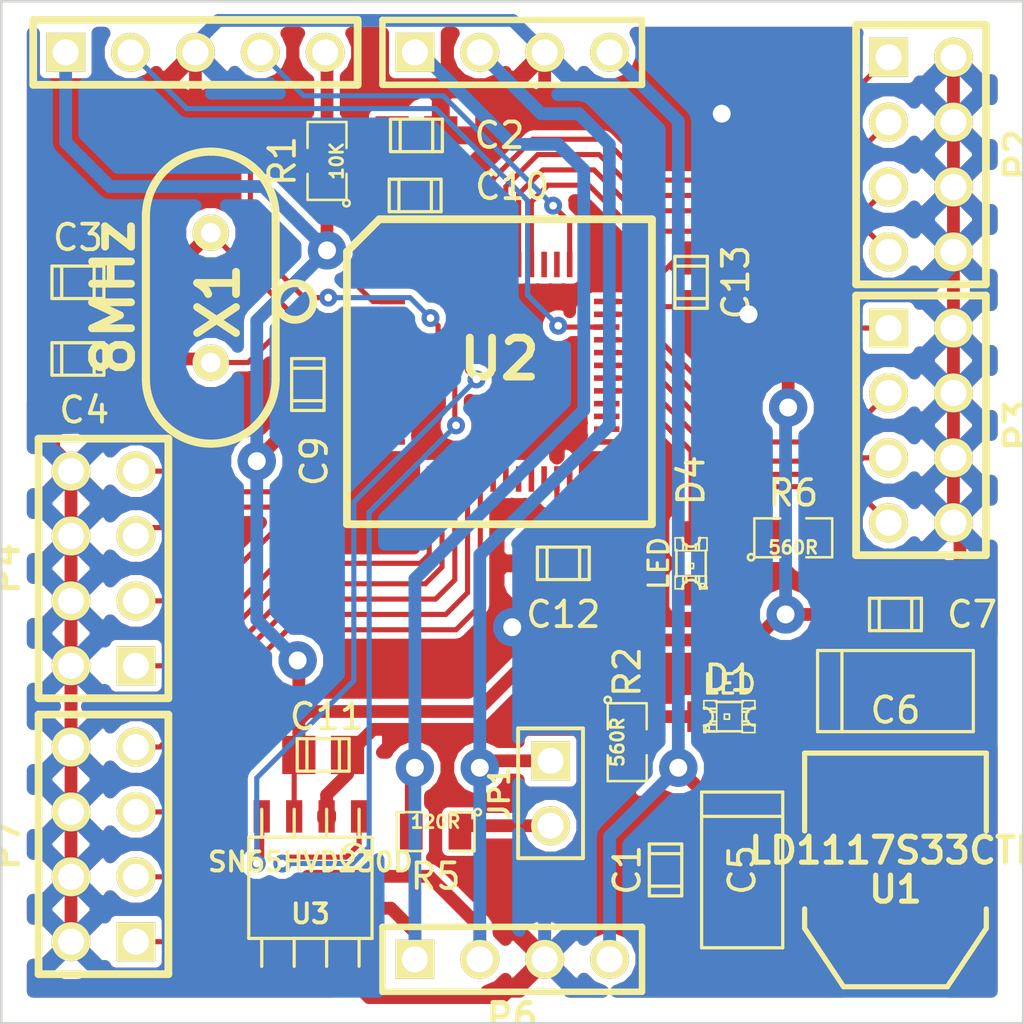
<source format=kicad_pcb>
(kicad_pcb (version 3) (host pcbnew "(2013-05-31 BZR 4019)-stable")

  (general
    (links 97)
    (no_connects 0)
    (area 129.3804 98.6504 172.074933 140.8496)
    (thickness 1.6)
    (drawings 4)
    (tracks 397)
    (zones 0)
    (modules 30)
    (nets 33)
  )

  (page A4)
  (layers
    (15 F.Cu signal hide)
    (0 B.Cu signal hide)
    (16 B.Adhes user hide)
    (17 F.Adhes user hide)
    (18 B.Paste user hide)
    (19 F.Paste user hide)
    (20 B.SilkS user hide)
    (21 F.SilkS user)
    (22 B.Mask user hide)
    (23 F.Mask user hide)
    (24 Dwgs.User user hide)
    (25 Cmts.User user hide)
    (26 Eco1.User user hide)
    (27 Eco2.User user hide)
    (28 Edge.Cuts user)
  )

  (setup
    (last_trace_width 0.2)
    (user_trace_width 0.3)
    (user_trace_width 0.5)
    (trace_clearance 0.2)
    (zone_clearance 0.25)
    (zone_45_only no)
    (trace_min 0.2)
    (segment_width 0.2)
    (edge_width 0.1)
    (via_size 0.889)
    (via_drill 0.635)
    (via_min_size 0.7)
    (via_min_drill 0.3)
    (user_via 0.7 0.3)
    (user_via 1.5 0.7)
    (uvia_size 0.508)
    (uvia_drill 0.127)
    (uvias_allowed no)
    (uvia_min_size 0.508)
    (uvia_min_drill 0.127)
    (pcb_text_width 0.3)
    (pcb_text_size 1.5 1.5)
    (mod_edge_width 0.15)
    (mod_text_size 1 1)
    (mod_text_width 0.15)
    (pad_size 1.5 1.5)
    (pad_drill 0.6)
    (pad_to_mask_clearance 0)
    (aux_axis_origin 0 0)
    (visible_elements 7FFF2111)
    (pcbplotparams
      (layerselection 270532608)
      (usegerberextensions false)
      (excludeedgelayer true)
      (linewidth 0.150000)
      (plotframeref true)
      (viasonmask false)
      (mode 1)
      (useauxorigin false)
      (hpglpennumber 1)
      (hpglpenspeed 20)
      (hpglpendiameter 15)
      (hpglpenoverlay 2)
      (psnegative false)
      (psa4output true)
      (plotreference true)
      (plotvalue false)
      (plotothertext false)
      (plotinvisibletext false)
      (padsonsilk true)
      (subtractmaskfromsilk false)
      (outputformat 2)
      (mirror false)
      (drillshape 0)
      (scaleselection 1)
      (outputdirectory dxf/))
  )

  (net 0 "")
  (net 1 +12V)
  (net 2 /C0)
  (net 3 /C1)
  (net 4 /C10)
  (net 5 /C11)
  (net 6 /C12)
  (net 7 /C13)
  (net 8 /C14)
  (net 9 /C15)
  (net 10 /C2)
  (net 11 /C3)
  (net 12 /C4)
  (net 13 /C5)
  (net 14 /C6)
  (net 15 /C7)
  (net 16 /C8)
  (net 17 /C9)
  (net 18 /CANH)
  (net 19 /CANL)
  (net 20 /CAN_RX)
  (net 21 /CAN_TX)
  (net 22 /LED)
  (net 23 /NRST)
  (net 24 /OSCIN)
  (net 25 /OSCOUT)
  (net 26 /SWCLK)
  (net 27 /SWDIO)
  (net 28 /Vdd)
  (net 29 GND)
  (net 30 N-0000031)
  (net 31 N-000005)
  (net 32 N-000007)

  (net_class Default "This is the default net class."
    (clearance 0.2)
    (trace_width 0.2)
    (via_dia 0.889)
    (via_drill 0.635)
    (uvia_dia 0.508)
    (uvia_drill 0.127)
    (add_net "")
    (add_net +12V)
    (add_net /C0)
    (add_net /C1)
    (add_net /C10)
    (add_net /C11)
    (add_net /C12)
    (add_net /C13)
    (add_net /C14)
    (add_net /C15)
    (add_net /C2)
    (add_net /C3)
    (add_net /C4)
    (add_net /C5)
    (add_net /C6)
    (add_net /C7)
    (add_net /C8)
    (add_net /C9)
    (add_net /CANH)
    (add_net /CANL)
    (add_net /CAN_RX)
    (add_net /CAN_TX)
    (add_net /LED)
    (add_net /NRST)
    (add_net /OSCIN)
    (add_net /OSCOUT)
    (add_net /SWCLK)
    (add_net /SWDIO)
    (add_net /Vdd)
    (add_net GND)
    (add_net N-0000031)
    (add_net N-000005)
    (add_net N-000007)
  )

  (net_class Wide ""
    (clearance 0.2)
    (trace_width 0.3)
    (via_dia 1)
    (via_drill 0.8)
    (uvia_dia 0.508)
    (uvia_drill 0.127)
  )

  (module SOT223 (layer F.Cu) (tedit 200000) (tstamp 51C1D852)
    (at 165 134 180)
    (descr "module CMS SOT223 4 pins")
    (tags "CMS SOT")
    (path /51C1D42E)
    (attr smd)
    (fp_text reference U1 (at 0 -0.762 180) (layer F.SilkS)
      (effects (font (size 1.016 1.016) (thickness 0.2032)))
    )
    (fp_text value LD1117S33CTR (at 0 0.762 180) (layer F.SilkS)
      (effects (font (size 1.016 1.016) (thickness 0.2032)))
    )
    (fp_line (start -3.556 1.524) (end -3.556 4.572) (layer F.SilkS) (width 0.2032))
    (fp_line (start -3.556 4.572) (end 3.556 4.572) (layer F.SilkS) (width 0.2032))
    (fp_line (start 3.556 4.572) (end 3.556 1.524) (layer F.SilkS) (width 0.2032))
    (fp_line (start -3.556 -1.524) (end -3.556 -2.286) (layer F.SilkS) (width 0.2032))
    (fp_line (start -3.556 -2.286) (end -2.032 -4.572) (layer F.SilkS) (width 0.2032))
    (fp_line (start -2.032 -4.572) (end 2.032 -4.572) (layer F.SilkS) (width 0.2032))
    (fp_line (start 2.032 -4.572) (end 3.556 -2.286) (layer F.SilkS) (width 0.2032))
    (fp_line (start 3.556 -2.286) (end 3.556 -1.524) (layer F.SilkS) (width 0.2032))
    (pad 4 smd rect (at 0 -3.302 180) (size 3.6576 2.032)
      (layers F.Cu F.Paste F.Mask)
    )
    (pad 2 smd rect (at 0 3.302 180) (size 1.016 2.032)
      (layers F.Cu F.Paste F.Mask)
      (net 28 /Vdd)
    )
    (pad 3 smd rect (at 2.286 3.302 180) (size 1.016 2.032)
      (layers F.Cu F.Paste F.Mask)
      (net 1 +12V)
    )
    (pad 1 smd rect (at -2.286 3.302 180) (size 1.016 2.032)
      (layers F.Cu F.Paste F.Mask)
      (net 29 GND)
    )
    (model smd/SOT223.wrl
      (at (xyz 0 0 0))
      (scale (xyz 0.4 0.4 0.4))
      (rotate (xyz 0 0 0))
    )
  )

  (module so-8 (layer F.Cu) (tedit 48A6C16E) (tstamp 51C1D86B)
    (at 142.1 134.7 180)
    (descr SO-8)
    (path /51C02760)
    (attr smd)
    (fp_text reference U3 (at 0 -1.016 180) (layer F.SilkS)
      (effects (font (size 0.7493 0.7493) (thickness 0.14986)))
    )
    (fp_text value SN65HVD230D (at 0 1.016 180) (layer F.SilkS)
      (effects (font (size 0.7493 0.7493) (thickness 0.14986)))
    )
    (fp_line (start -2.413 -1.9812) (end -2.413 1.9812) (layer F.SilkS) (width 0.127))
    (fp_line (start -2.413 1.9812) (end 2.413 1.9812) (layer F.SilkS) (width 0.127))
    (fp_line (start 2.413 1.9812) (end 2.413 -1.9812) (layer F.SilkS) (width 0.127))
    (fp_line (start 2.413 -1.9812) (end -2.413 -1.9812) (layer F.SilkS) (width 0.127))
    (fp_line (start -1.905 -1.9812) (end -1.905 -3.0734) (layer F.SilkS) (width 0.127))
    (fp_line (start -0.635 -1.9812) (end -0.635 -3.0734) (layer F.SilkS) (width 0.127))
    (fp_line (start 0.635 -1.9812) (end 0.635 -3.0734) (layer F.SilkS) (width 0.127))
    (fp_line (start 1.905 -3.0734) (end 1.905 -1.9812) (layer F.SilkS) (width 0.127))
    (fp_line (start 1.905 1.9812) (end 1.905 3.0734) (layer F.SilkS) (width 0.127))
    (fp_line (start 0.635 3.0734) (end 0.635 1.9812) (layer F.SilkS) (width 0.127))
    (fp_line (start -0.635 3.0734) (end -0.635 1.9812) (layer F.SilkS) (width 0.127))
    (fp_line (start -1.905 3.0734) (end -1.905 1.9812) (layer F.SilkS) (width 0.127))
    (fp_circle (center -1.6764 1.2446) (end -1.9558 1.6256) (layer F.SilkS) (width 0.127))
    (pad 1 smd rect (at -1.905 2.794 180) (size 0.635 1.27)
      (layers F.Cu F.Paste F.Mask)
      (net 21 /CAN_TX)
    )
    (pad 2 smd rect (at -0.635 2.794 180) (size 0.635 1.27)
      (layers F.Cu F.Paste F.Mask)
      (net 29 GND)
    )
    (pad 3 smd rect (at 0.635 2.794 180) (size 0.635 1.27)
      (layers F.Cu F.Paste F.Mask)
      (net 28 /Vdd)
    )
    (pad 4 smd rect (at 1.905 2.794 180) (size 0.635 1.27)
      (layers F.Cu F.Paste F.Mask)
      (net 20 /CAN_RX)
    )
    (pad 5 smd rect (at 1.905 -2.794 180) (size 0.635 1.27)
      (layers F.Cu F.Paste F.Mask)
    )
    (pad 6 smd rect (at 0.635 -2.794 180) (size 0.635 1.27)
      (layers F.Cu F.Paste F.Mask)
      (net 19 /CANL)
    )
    (pad 7 smd rect (at -0.635 -2.794 180) (size 0.635 1.27)
      (layers F.Cu F.Paste F.Mask)
      (net 18 /CANH)
    )
    (pad 8 smd rect (at -1.905 -2.794 180) (size 0.635 1.27)
      (layers F.Cu F.Paste F.Mask)
      (net 29 GND)
    )
    (model smd/smd_dil/so-8.wrl
      (at (xyz 0 0 0))
      (scale (xyz 1 1 1))
      (rotate (xyz 0 0 0))
    )
  )

  (module SM0805 (layer F.Cu) (tedit 51D6B547) (tstamp 51C1D878)
    (at 161 121)
    (path /51C1D818)
    (attr smd)
    (fp_text reference R6 (at 0 -1.75) (layer F.SilkS)
      (effects (font (size 1 1) (thickness 0.15)))
    )
    (fp_text value 560R (at 0 0.381) (layer F.SilkS)
      (effects (font (size 0.50038 0.50038) (thickness 0.10922)))
    )
    (fp_circle (center -1.651 0.762) (end -1.651 0.635) (layer F.SilkS) (width 0.09906))
    (fp_line (start -0.508 0.762) (end -1.524 0.762) (layer F.SilkS) (width 0.09906))
    (fp_line (start -1.524 0.762) (end -1.524 -0.762) (layer F.SilkS) (width 0.09906))
    (fp_line (start -1.524 -0.762) (end -0.508 -0.762) (layer F.SilkS) (width 0.09906))
    (fp_line (start 0.508 -0.762) (end 1.524 -0.762) (layer F.SilkS) (width 0.09906))
    (fp_line (start 1.524 -0.762) (end 1.524 0.762) (layer F.SilkS) (width 0.09906))
    (fp_line (start 1.524 0.762) (end 0.508 0.762) (layer F.SilkS) (width 0.09906))
    (pad 1 smd rect (at -0.9525 0) (size 0.889 1.397)
      (layers F.Cu F.Paste F.Mask)
      (net 31 N-000005)
    )
    (pad 2 smd rect (at 0.9525 0) (size 0.889 1.397)
      (layers F.Cu F.Paste F.Mask)
      (net 29 GND)
    )
    (model smd/chip_cms.wrl
      (at (xyz 0 0 0))
      (scale (xyz 0.1 0.1 0.1))
      (rotate (xyz 0 0 0))
    )
  )

  (module SM0805 (layer F.Cu) (tedit 51D6B541) (tstamp 51C1D89F)
    (at 154.5 129 270)
    (path /51C1D473)
    (attr smd)
    (fp_text reference R2 (at -2.75 0 270) (layer F.SilkS)
      (effects (font (size 1 1) (thickness 0.15)))
    )
    (fp_text value 560R (at 0 0.381 270) (layer F.SilkS)
      (effects (font (size 0.50038 0.50038) (thickness 0.10922)))
    )
    (fp_circle (center -1.651 0.762) (end -1.651 0.635) (layer F.SilkS) (width 0.09906))
    (fp_line (start -0.508 0.762) (end -1.524 0.762) (layer F.SilkS) (width 0.09906))
    (fp_line (start -1.524 0.762) (end -1.524 -0.762) (layer F.SilkS) (width 0.09906))
    (fp_line (start -1.524 -0.762) (end -0.508 -0.762) (layer F.SilkS) (width 0.09906))
    (fp_line (start 0.508 -0.762) (end 1.524 -0.762) (layer F.SilkS) (width 0.09906))
    (fp_line (start 1.524 -0.762) (end 1.524 0.762) (layer F.SilkS) (width 0.09906))
    (fp_line (start 1.524 0.762) (end 0.508 0.762) (layer F.SilkS) (width 0.09906))
    (pad 1 smd rect (at -0.9525 0 270) (size 0.889 1.397)
      (layers F.Cu F.Paste F.Mask)
      (net 32 N-000007)
    )
    (pad 2 smd rect (at 0.9525 0 270) (size 0.889 1.397)
      (layers F.Cu F.Paste F.Mask)
      (net 29 GND)
    )
    (model smd/chip_cms.wrl
      (at (xyz 0 0 0))
      (scale (xyz 0.1 0.1 0.1))
      (rotate (xyz 0 0 0))
    )
  )

  (module SM0805 (layer F.Cu) (tedit 51D6B54C) (tstamp 51C1D8AC)
    (at 142.75 106.25 90)
    (path /51AE34E1)
    (attr smd)
    (fp_text reference R1 (at 0 -1.75 90) (layer F.SilkS)
      (effects (font (size 1 1) (thickness 0.15)))
    )
    (fp_text value 10K (at 0 0.381 90) (layer F.SilkS)
      (effects (font (size 0.50038 0.50038) (thickness 0.10922)))
    )
    (fp_circle (center -1.651 0.762) (end -1.651 0.635) (layer F.SilkS) (width 0.09906))
    (fp_line (start -0.508 0.762) (end -1.524 0.762) (layer F.SilkS) (width 0.09906))
    (fp_line (start -1.524 0.762) (end -1.524 -0.762) (layer F.SilkS) (width 0.09906))
    (fp_line (start -1.524 -0.762) (end -0.508 -0.762) (layer F.SilkS) (width 0.09906))
    (fp_line (start 0.508 -0.762) (end 1.524 -0.762) (layer F.SilkS) (width 0.09906))
    (fp_line (start 1.524 -0.762) (end 1.524 0.762) (layer F.SilkS) (width 0.09906))
    (fp_line (start 1.524 0.762) (end 0.508 0.762) (layer F.SilkS) (width 0.09906))
    (pad 1 smd rect (at -0.9525 0 90) (size 0.889 1.397)
      (layers F.Cu F.Paste F.Mask)
      (net 28 /Vdd)
    )
    (pad 2 smd rect (at 0.9525 0 90) (size 0.889 1.397)
      (layers F.Cu F.Paste F.Mask)
      (net 23 /NRST)
    )
    (model smd/chip_cms.wrl
      (at (xyz 0 0 0))
      (scale (xyz 0.1 0.1 0.1))
      (rotate (xyz 0 0 0))
    )
  )

  (module SM0805 (layer F.Cu) (tedit 51D6B53A) (tstamp 51C1F0D7)
    (at 147 132.5 180)
    (path /51AE4209)
    (attr smd)
    (fp_text reference R5 (at 0 -1.75 180) (layer F.SilkS)
      (effects (font (size 1 1) (thickness 0.15)))
    )
    (fp_text value 120R (at 0 0.381 180) (layer F.SilkS)
      (effects (font (size 0.50038 0.50038) (thickness 0.10922)))
    )
    (fp_circle (center -1.651 0.762) (end -1.651 0.635) (layer F.SilkS) (width 0.09906))
    (fp_line (start -0.508 0.762) (end -1.524 0.762) (layer F.SilkS) (width 0.09906))
    (fp_line (start -1.524 0.762) (end -1.524 -0.762) (layer F.SilkS) (width 0.09906))
    (fp_line (start -1.524 -0.762) (end -0.508 -0.762) (layer F.SilkS) (width 0.09906))
    (fp_line (start 0.508 -0.762) (end 1.524 -0.762) (layer F.SilkS) (width 0.09906))
    (fp_line (start 1.524 -0.762) (end 1.524 0.762) (layer F.SilkS) (width 0.09906))
    (fp_line (start 1.524 0.762) (end 0.508 0.762) (layer F.SilkS) (width 0.09906))
    (pad 1 smd rect (at -0.9525 0 180) (size 0.889 1.397)
      (layers F.Cu F.Paste F.Mask)
      (net 30 N-0000031)
    )
    (pad 2 smd rect (at 0.9525 0 180) (size 0.889 1.397)
      (layers F.Cu F.Paste F.Mask)
      (net 18 /CANH)
    )
    (model smd/chip_cms.wrl
      (at (xyz 0 0 0))
      (scale (xyz 0.1 0.1 0.1))
      (rotate (xyz 0 0 0))
    )
  )

  (module PIN_ARRAY_5x1 (layer F.Cu) (tedit 45976D86) (tstamp 51C1D8C6)
    (at 137.6 102)
    (descr "Double rangee de contacts 2 x 5 pins")
    (tags CONN)
    (path /51C07E3E)
    (fp_text reference P1 (at 0 -2.54) (layer F.SilkS)
      (effects (font (size 1.016 1.016) (thickness 0.2032)))
    )
    (fp_text value SWD (at 0 2.54) (layer F.SilkS) hide
      (effects (font (size 1.016 1.016) (thickness 0.2032)))
    )
    (fp_line (start -6.35 -1.27) (end -6.35 1.27) (layer F.SilkS) (width 0.3048))
    (fp_line (start 6.35 1.27) (end 6.35 -1.27) (layer F.SilkS) (width 0.3048))
    (fp_line (start -6.35 -1.27) (end 6.35 -1.27) (layer F.SilkS) (width 0.3048))
    (fp_line (start 6.35 1.27) (end -6.35 1.27) (layer F.SilkS) (width 0.3048))
    (pad 1 thru_hole rect (at -5.08 0) (size 1.524 1.524) (drill 1.016)
      (layers *.Cu *.Mask F.SilkS)
      (net 28 /Vdd)
    )
    (pad 2 thru_hole circle (at -2.54 0) (size 1.524 1.524) (drill 1.016)
      (layers *.Cu *.Mask F.SilkS)
      (net 27 /SWDIO)
    )
    (pad 3 thru_hole circle (at 0 0) (size 1.524 1.524) (drill 1.016)
      (layers *.Cu *.Mask F.SilkS)
      (net 29 GND)
    )
    (pad 4 thru_hole circle (at 2.54 0) (size 1.524 1.524) (drill 1.016)
      (layers *.Cu *.Mask F.SilkS)
      (net 26 /SWCLK)
    )
    (pad 5 thru_hole circle (at 5.08 0) (size 1.524 1.524) (drill 1.016)
      (layers *.Cu *.Mask F.SilkS)
      (net 23 /NRST)
    )
    (model pin_array/pins_array_5x1.wrl
      (at (xyz 0 0 0))
      (scale (xyz 1 1 1))
      (rotate (xyz 0 0 0))
    )
  )

  (module pin_array_4x2 (layer F.Cu) (tedit 3FAB90E6) (tstamp 51C1D8D6)
    (at 166 116.6 270)
    (descr "Double rangee de contacts 2 x 4 pins")
    (tags CONN)
    (path /51C07679)
    (fp_text reference P3 (at 0 -3.81 270) (layer F.SilkS)
      (effects (font (size 1.016 1.016) (thickness 0.2032)))
    )
    (fp_text value CONN_4X2 (at 0 3.81 270) (layer F.SilkS) hide
      (effects (font (size 1.016 1.016) (thickness 0.2032)))
    )
    (fp_line (start -5.08 -2.54) (end 5.08 -2.54) (layer F.SilkS) (width 0.3048))
    (fp_line (start 5.08 -2.54) (end 5.08 2.54) (layer F.SilkS) (width 0.3048))
    (fp_line (start 5.08 2.54) (end -5.08 2.54) (layer F.SilkS) (width 0.3048))
    (fp_line (start -5.08 2.54) (end -5.08 -2.54) (layer F.SilkS) (width 0.3048))
    (pad 1 thru_hole rect (at -3.81 1.27 270) (size 1.524 1.524) (drill 1.016)
      (layers *.Cu *.Mask F.SilkS)
      (net 12 /C4)
    )
    (pad 2 thru_hole circle (at -3.81 -1.27 270) (size 1.524 1.524) (drill 1.016)
      (layers *.Cu *.Mask F.SilkS)
      (net 29 GND)
    )
    (pad 3 thru_hole circle (at -1.27 1.27 270) (size 1.524 1.524) (drill 1.016)
      (layers *.Cu *.Mask F.SilkS)
      (net 13 /C5)
    )
    (pad 4 thru_hole circle (at -1.27 -1.27 270) (size 1.524 1.524) (drill 1.016)
      (layers *.Cu *.Mask F.SilkS)
      (net 29 GND)
    )
    (pad 5 thru_hole circle (at 1.27 1.27 270) (size 1.524 1.524) (drill 1.016)
      (layers *.Cu *.Mask F.SilkS)
      (net 14 /C6)
    )
    (pad 6 thru_hole circle (at 1.27 -1.27 270) (size 1.524 1.524) (drill 1.016)
      (layers *.Cu *.Mask F.SilkS)
      (net 29 GND)
    )
    (pad 7 thru_hole circle (at 3.81 1.27 270) (size 1.524 1.524) (drill 1.016)
      (layers *.Cu *.Mask F.SilkS)
      (net 15 /C7)
    )
    (pad 8 thru_hole circle (at 3.81 -1.27 270) (size 1.524 1.524) (drill 1.016)
      (layers *.Cu *.Mask F.SilkS)
      (net 29 GND)
    )
    (model pin_array/pins_array_4x2.wrl
      (at (xyz 0 0 0))
      (scale (xyz 1 1 1))
      (rotate (xyz 0 0 0))
    )
  )

  (module pin_array_4x2 (layer F.Cu) (tedit 3FAB90E6) (tstamp 51C1D8E6)
    (at 166 106 270)
    (descr "Double rangee de contacts 2 x 4 pins")
    (tags CONN)
    (path /51C07673)
    (fp_text reference P2 (at 0 -3.81 270) (layer F.SilkS)
      (effects (font (size 1.016 1.016) (thickness 0.2032)))
    )
    (fp_text value CONN_4X2 (at 0 3.81 270) (layer F.SilkS) hide
      (effects (font (size 1.016 1.016) (thickness 0.2032)))
    )
    (fp_line (start -5.08 -2.54) (end 5.08 -2.54) (layer F.SilkS) (width 0.3048))
    (fp_line (start 5.08 -2.54) (end 5.08 2.54) (layer F.SilkS) (width 0.3048))
    (fp_line (start 5.08 2.54) (end -5.08 2.54) (layer F.SilkS) (width 0.3048))
    (fp_line (start -5.08 2.54) (end -5.08 -2.54) (layer F.SilkS) (width 0.3048))
    (pad 1 thru_hole rect (at -3.81 1.27 270) (size 1.524 1.524) (drill 1.016)
      (layers *.Cu *.Mask F.SilkS)
      (net 2 /C0)
    )
    (pad 2 thru_hole circle (at -3.81 -1.27 270) (size 1.524 1.524) (drill 1.016)
      (layers *.Cu *.Mask F.SilkS)
      (net 29 GND)
    )
    (pad 3 thru_hole circle (at -1.27 1.27 270) (size 1.524 1.524) (drill 1.016)
      (layers *.Cu *.Mask F.SilkS)
      (net 3 /C1)
    )
    (pad 4 thru_hole circle (at -1.27 -1.27 270) (size 1.524 1.524) (drill 1.016)
      (layers *.Cu *.Mask F.SilkS)
      (net 29 GND)
    )
    (pad 5 thru_hole circle (at 1.27 1.27 270) (size 1.524 1.524) (drill 1.016)
      (layers *.Cu *.Mask F.SilkS)
      (net 10 /C2)
    )
    (pad 6 thru_hole circle (at 1.27 -1.27 270) (size 1.524 1.524) (drill 1.016)
      (layers *.Cu *.Mask F.SilkS)
      (net 29 GND)
    )
    (pad 7 thru_hole circle (at 3.81 1.27 270) (size 1.524 1.524) (drill 1.016)
      (layers *.Cu *.Mask F.SilkS)
      (net 11 /C3)
    )
    (pad 8 thru_hole circle (at 3.81 -1.27 270) (size 1.524 1.524) (drill 1.016)
      (layers *.Cu *.Mask F.SilkS)
      (net 29 GND)
    )
    (model pin_array/pins_array_4x2.wrl
      (at (xyz 0 0 0))
      (scale (xyz 1 1 1))
      (rotate (xyz 0 0 0))
    )
  )

  (module pin_array_4x2 (layer F.Cu) (tedit 3FAB90E6) (tstamp 51C1D8F6)
    (at 134 122.2 90)
    (descr "Double rangee de contacts 2 x 4 pins")
    (tags CONN)
    (path /51C0766D)
    (fp_text reference P4 (at 0 -3.81 90) (layer F.SilkS)
      (effects (font (size 1.016 1.016) (thickness 0.2032)))
    )
    (fp_text value CONN_4X2 (at 0 3.81 90) (layer F.SilkS) hide
      (effects (font (size 1.016 1.016) (thickness 0.2032)))
    )
    (fp_line (start -5.08 -2.54) (end 5.08 -2.54) (layer F.SilkS) (width 0.3048))
    (fp_line (start 5.08 -2.54) (end 5.08 2.54) (layer F.SilkS) (width 0.3048))
    (fp_line (start 5.08 2.54) (end -5.08 2.54) (layer F.SilkS) (width 0.3048))
    (fp_line (start -5.08 2.54) (end -5.08 -2.54) (layer F.SilkS) (width 0.3048))
    (pad 1 thru_hole rect (at -3.81 1.27 90) (size 1.524 1.524) (drill 1.016)
      (layers *.Cu *.Mask F.SilkS)
      (net 6 /C12)
    )
    (pad 2 thru_hole circle (at -3.81 -1.27 90) (size 1.524 1.524) (drill 1.016)
      (layers *.Cu *.Mask F.SilkS)
      (net 29 GND)
    )
    (pad 3 thru_hole circle (at -1.27 1.27 90) (size 1.524 1.524) (drill 1.016)
      (layers *.Cu *.Mask F.SilkS)
      (net 7 /C13)
    )
    (pad 4 thru_hole circle (at -1.27 -1.27 90) (size 1.524 1.524) (drill 1.016)
      (layers *.Cu *.Mask F.SilkS)
      (net 29 GND)
    )
    (pad 5 thru_hole circle (at 1.27 1.27 90) (size 1.524 1.524) (drill 1.016)
      (layers *.Cu *.Mask F.SilkS)
      (net 8 /C14)
    )
    (pad 6 thru_hole circle (at 1.27 -1.27 90) (size 1.524 1.524) (drill 1.016)
      (layers *.Cu *.Mask F.SilkS)
      (net 29 GND)
    )
    (pad 7 thru_hole circle (at 3.81 1.27 90) (size 1.524 1.524) (drill 1.016)
      (layers *.Cu *.Mask F.SilkS)
      (net 9 /C15)
    )
    (pad 8 thru_hole circle (at 3.81 -1.27 90) (size 1.524 1.524) (drill 1.016)
      (layers *.Cu *.Mask F.SilkS)
      (net 29 GND)
    )
    (model pin_array/pins_array_4x2.wrl
      (at (xyz 0 0 0))
      (scale (xyz 1 1 1))
      (rotate (xyz 0 0 0))
    )
  )

  (module pin_array_4x2 (layer F.Cu) (tedit 3FAB90E6) (tstamp 51C1D906)
    (at 134 133 90)
    (descr "Double rangee de contacts 2 x 4 pins")
    (tags CONN)
    (path /51BC93FD)
    (fp_text reference P7 (at 0 -3.81 90) (layer F.SilkS)
      (effects (font (size 1.016 1.016) (thickness 0.2032)))
    )
    (fp_text value CONN_4X2 (at 0 3.81 90) (layer F.SilkS) hide
      (effects (font (size 1.016 1.016) (thickness 0.2032)))
    )
    (fp_line (start -5.08 -2.54) (end 5.08 -2.54) (layer F.SilkS) (width 0.3048))
    (fp_line (start 5.08 -2.54) (end 5.08 2.54) (layer F.SilkS) (width 0.3048))
    (fp_line (start 5.08 2.54) (end -5.08 2.54) (layer F.SilkS) (width 0.3048))
    (fp_line (start -5.08 2.54) (end -5.08 -2.54) (layer F.SilkS) (width 0.3048))
    (pad 1 thru_hole rect (at -3.81 1.27 90) (size 1.524 1.524) (drill 1.016)
      (layers *.Cu *.Mask F.SilkS)
      (net 16 /C8)
    )
    (pad 2 thru_hole circle (at -3.81 -1.27 90) (size 1.524 1.524) (drill 1.016)
      (layers *.Cu *.Mask F.SilkS)
      (net 29 GND)
    )
    (pad 3 thru_hole circle (at -1.27 1.27 90) (size 1.524 1.524) (drill 1.016)
      (layers *.Cu *.Mask F.SilkS)
      (net 17 /C9)
    )
    (pad 4 thru_hole circle (at -1.27 -1.27 90) (size 1.524 1.524) (drill 1.016)
      (layers *.Cu *.Mask F.SilkS)
      (net 29 GND)
    )
    (pad 5 thru_hole circle (at 1.27 1.27 90) (size 1.524 1.524) (drill 1.016)
      (layers *.Cu *.Mask F.SilkS)
      (net 4 /C10)
    )
    (pad 6 thru_hole circle (at 1.27 -1.27 90) (size 1.524 1.524) (drill 1.016)
      (layers *.Cu *.Mask F.SilkS)
      (net 29 GND)
    )
    (pad 7 thru_hole circle (at 3.81 1.27 90) (size 1.524 1.524) (drill 1.016)
      (layers *.Cu *.Mask F.SilkS)
      (net 5 /C11)
    )
    (pad 8 thru_hole circle (at 3.81 -1.27 90) (size 1.524 1.524) (drill 1.016)
      (layers *.Cu *.Mask F.SilkS)
      (net 29 GND)
    )
    (model pin_array/pins_array_4x2.wrl
      (at (xyz 0 0 0))
      (scale (xyz 1 1 1))
      (rotate (xyz 0 0 0))
    )
  )

  (module PIN_ARRAY_4x1 (layer F.Cu) (tedit 51D6B52F) (tstamp 51C1D912)
    (at 150 137.5)
    (descr "Double rangee de contacts 2 x 5 pins")
    (tags CONN)
    (path /51C1D0F5)
    (fp_text reference P6 (at 0 2.25) (layer F.SilkS)
      (effects (font (size 1.016 1.016) (thickness 0.2032)))
    )
    (fp_text value CONN_4 (at 0 2.54) (layer F.SilkS) hide
      (effects (font (size 1.016 1.016) (thickness 0.2032)))
    )
    (fp_line (start 5.08 1.27) (end -5.08 1.27) (layer F.SilkS) (width 0.254))
    (fp_line (start 5.08 -1.27) (end -5.08 -1.27) (layer F.SilkS) (width 0.254))
    (fp_line (start -5.08 -1.27) (end -5.08 1.27) (layer F.SilkS) (width 0.254))
    (fp_line (start 5.08 1.27) (end 5.08 -1.27) (layer F.SilkS) (width 0.254))
    (pad 1 thru_hole rect (at -3.81 0) (size 1.524 1.524) (drill 1.016)
      (layers *.Cu *.Mask F.SilkS)
      (net 18 /CANH)
    )
    (pad 2 thru_hole circle (at -1.27 0) (size 1.524 1.524) (drill 1.016)
      (layers *.Cu *.Mask F.SilkS)
      (net 19 /CANL)
    )
    (pad 3 thru_hole circle (at 1.27 0) (size 1.524 1.524) (drill 1.016)
      (layers *.Cu *.Mask F.SilkS)
      (net 29 GND)
    )
    (pad 4 thru_hole circle (at 3.81 0) (size 1.524 1.524) (drill 1.016)
      (layers *.Cu *.Mask F.SilkS)
      (net 1 +12V)
    )
    (model pin_array\pins_array_4x1.wrl
      (at (xyz 0 0 0))
      (scale (xyz 1 1 1))
      (rotate (xyz 0 0 0))
    )
  )

  (module PIN_ARRAY_4x1 (layer F.Cu) (tedit 4C10F42E) (tstamp 51C1D91E)
    (at 150 102)
    (descr "Double rangee de contacts 2 x 5 pins")
    (tags CONN)
    (path /51C1D0E8)
    (fp_text reference P5 (at 0 -2.54) (layer F.SilkS)
      (effects (font (size 1.016 1.016) (thickness 0.2032)))
    )
    (fp_text value CONN_4 (at 0 2.54) (layer F.SilkS) hide
      (effects (font (size 1.016 1.016) (thickness 0.2032)))
    )
    (fp_line (start 5.08 1.27) (end -5.08 1.27) (layer F.SilkS) (width 0.254))
    (fp_line (start 5.08 -1.27) (end -5.08 -1.27) (layer F.SilkS) (width 0.254))
    (fp_line (start -5.08 -1.27) (end -5.08 1.27) (layer F.SilkS) (width 0.254))
    (fp_line (start 5.08 1.27) (end 5.08 -1.27) (layer F.SilkS) (width 0.254))
    (pad 1 thru_hole rect (at -3.81 0) (size 1.524 1.524) (drill 1.016)
      (layers *.Cu *.Mask F.SilkS)
      (net 18 /CANH)
    )
    (pad 2 thru_hole circle (at -1.27 0) (size 1.524 1.524) (drill 1.016)
      (layers *.Cu *.Mask F.SilkS)
      (net 19 /CANL)
    )
    (pad 3 thru_hole circle (at 1.27 0) (size 1.524 1.524) (drill 1.016)
      (layers *.Cu *.Mask F.SilkS)
      (net 29 GND)
    )
    (pad 4 thru_hole circle (at 3.81 0) (size 1.524 1.524) (drill 1.016)
      (layers *.Cu *.Mask F.SilkS)
      (net 1 +12V)
    )
    (model pin_array\pins_array_4x1.wrl
      (at (xyz 0 0 0))
      (scale (xyz 1 1 1))
      (rotate (xyz 0 0 0))
    )
  )

  (module PIN_ARRAY_2X1 (layer F.Cu) (tedit 51D6B535) (tstamp 51C1D928)
    (at 151.5 131 270)
    (descr "Connecteurs 2 pins")
    (tags "CONN DEV")
    (path /51AE41FA)
    (fp_text reference JP1 (at 0 2 270) (layer F.SilkS)
      (effects (font (size 0.762 0.762) (thickness 0.1524)))
    )
    (fp_text value JUMPER (at 0 -1.905 270) (layer F.SilkS) hide
      (effects (font (size 0.762 0.762) (thickness 0.1524)))
    )
    (fp_line (start -2.54 1.27) (end -2.54 -1.27) (layer F.SilkS) (width 0.1524))
    (fp_line (start -2.54 -1.27) (end 2.54 -1.27) (layer F.SilkS) (width 0.1524))
    (fp_line (start 2.54 -1.27) (end 2.54 1.27) (layer F.SilkS) (width 0.1524))
    (fp_line (start 2.54 1.27) (end -2.54 1.27) (layer F.SilkS) (width 0.1524))
    (pad 1 thru_hole rect (at -1.27 0 270) (size 1.524 1.524) (drill 1.016)
      (layers *.Cu *.Mask F.SilkS)
      (net 19 /CANL)
    )
    (pad 2 thru_hole circle (at 1.27 0 270) (size 1.524 1.524) (drill 1.016)
      (layers *.Cu *.Mask F.SilkS)
      (net 30 N-0000031)
    )
    (model pin_array/pins_array_2x1.wrl
      (at (xyz 0 0 0))
      (scale (xyz 1 1 1))
      (rotate (xyz 0 0 0))
    )
  )

  (module lqfp48 (layer F.Cu) (tedit 51D6B3BA) (tstamp 51C1D962)
    (at 149.5 114.5)
    (descr lqfp48)
    (tags lqfp48)
    (path /51C01FEB)
    (fp_text reference U2 (at 0 -0.5) (layer F.SilkS)
      (effects (font (size 1.524 1.524) (thickness 0.3048)))
    )
    (fp_text value STM32F303 (at 0 -1.27) (layer F.SilkS) hide
      (effects (font (size 0.127 0.127) (thickness 0.0254)))
    )
    (fp_line (start -4.699 -5.969) (end 5.969 -5.969) (layer F.SilkS) (width 0.3048))
    (fp_line (start -5.969 -4.699) (end -5.969 5.969) (layer F.SilkS) (width 0.3048))
    (fp_line (start -5.969 5.969) (end 5.969 5.969) (layer F.SilkS) (width 0.3048))
    (fp_line (start 5.969 -5.969) (end 5.969 5.969) (layer F.SilkS) (width 0.3048))
    (fp_line (start -5.969 -4.699) (end -4.699 -5.969) (layer F.SilkS) (width 0.3048))
    (fp_circle (center -8.001 -2.74828) (end -7.493 -2.24028) (layer F.SilkS) (width 0.3048))
    (pad 1 smd rect (at -4.19862 -2.74828) (size 0.99822 0.21844)
      (layers F.Cu F.Paste F.Mask)
      (net 28 /Vdd)
    )
    (pad 2 smd rect (at -4.19862 -2.2479) (size 0.99822 0.21844)
      (layers F.Cu F.Paste F.Mask)
    )
    (pad 3 smd rect (at -4.19862 -1.74752) (size 0.99822 0.21844)
      (layers F.Cu F.Paste F.Mask)
    )
    (pad 4 smd rect (at -4.19862 -1.24968) (size 0.99822 0.21844)
      (layers F.Cu F.Paste F.Mask)
    )
    (pad 5 smd rect (at -4.19862 -0.7493) (size 0.99822 0.21844)
      (layers F.Cu F.Paste F.Mask)
      (net 24 /OSCIN)
    )
    (pad 6 smd rect (at -4.19862 -0.24892) (size 0.99822 0.21844)
      (layers F.Cu F.Paste F.Mask)
      (net 25 /OSCOUT)
    )
    (pad 7 smd rect (at -4.19862 0.24892) (size 0.99822 0.21844)
      (layers F.Cu F.Paste F.Mask)
      (net 23 /NRST)
    )
    (pad 8 smd rect (at -4.19862 0.7493) (size 0.99822 0.21844)
      (layers F.Cu F.Paste F.Mask)
      (net 29 GND)
    )
    (pad 9 smd rect (at -4.19862 1.24968) (size 0.99822 0.21844)
      (layers F.Cu F.Paste F.Mask)
      (net 28 /Vdd)
    )
    (pad 10 smd rect (at -4.19862 1.74752) (size 0.99822 0.21844)
      (layers F.Cu F.Paste F.Mask)
      (net 9 /C15)
    )
    (pad 11 smd rect (at -4.19862 2.2479) (size 0.99822 0.21844)
      (layers F.Cu F.Paste F.Mask)
      (net 8 /C14)
    )
    (pad 12 smd rect (at -4.19862 2.74828) (size 0.99822 0.21844)
      (layers F.Cu F.Paste F.Mask)
      (net 7 /C13)
    )
    (pad 13 smd rect (at -2.74828 4.19862) (size 0.21844 0.99822)
      (layers F.Cu F.Paste F.Mask)
      (net 6 /C12)
    )
    (pad 14 smd rect (at -2.2479 4.19862) (size 0.21844 0.99822)
      (layers F.Cu F.Paste F.Mask)
      (net 5 /C11)
    )
    (pad 15 smd rect (at -1.74752 4.19862) (size 0.21844 0.99822)
      (layers F.Cu F.Paste F.Mask)
      (net 4 /C10)
    )
    (pad 16 smd rect (at -1.24968 4.19862) (size 0.21844 0.99822)
      (layers F.Cu F.Paste F.Mask)
      (net 17 /C9)
    )
    (pad 17 smd rect (at -0.7493 4.19862) (size 0.21844 0.99822)
      (layers F.Cu F.Paste F.Mask)
      (net 16 /C8)
    )
    (pad 18 smd rect (at -0.24892 4.19862) (size 0.21844 0.99822)
      (layers F.Cu F.Paste F.Mask)
    )
    (pad 19 smd rect (at 0.24892 4.19862) (size 0.21844 0.99822)
      (layers F.Cu F.Paste F.Mask)
    )
    (pad 20 smd rect (at 0.7493 4.19862) (size 0.21844 0.99822)
      (layers F.Cu F.Paste F.Mask)
    )
    (pad 21 smd rect (at 1.24968 4.19862) (size 0.21844 0.99822)
      (layers F.Cu F.Paste F.Mask)
    )
    (pad 22 smd rect (at 1.74752 4.19862) (size 0.21844 0.99822)
      (layers F.Cu F.Paste F.Mask)
    )
    (pad 23 smd rect (at 2.2479 4.19862) (size 0.21844 0.99822)
      (layers F.Cu F.Paste F.Mask)
      (net 29 GND)
    )
    (pad 24 smd rect (at 2.74828 4.19862) (size 0.21844 0.99822)
      (layers F.Cu F.Paste F.Mask)
      (net 28 /Vdd)
    )
    (pad 25 smd rect (at 4.19862 2.74828) (size 0.99822 0.21844)
      (layers F.Cu F.Paste F.Mask)
    )
    (pad 26 smd rect (at 4.19862 2.2479) (size 0.99822 0.21844)
      (layers F.Cu F.Paste F.Mask)
    )
    (pad 27 smd rect (at 4.19862 1.74752) (size 0.99822 0.21844)
      (layers F.Cu F.Paste F.Mask)
    )
    (pad 28 smd rect (at 4.19862 1.24968) (size 0.99822 0.21844)
      (layers F.Cu F.Paste F.Mask)
    )
    (pad 29 smd rect (at 4.19862 0.7493) (size 0.99822 0.21844)
      (layers F.Cu F.Paste F.Mask)
      (net 22 /LED)
    )
    (pad 30 smd rect (at 4.19862 0.24892) (size 0.99822 0.21844)
      (layers F.Cu F.Paste F.Mask)
      (net 15 /C7)
    )
    (pad 31 smd rect (at 4.19862 -0.24892) (size 0.99822 0.21844)
      (layers F.Cu F.Paste F.Mask)
      (net 14 /C6)
    )
    (pad 32 smd rect (at 4.19862 -0.7493) (size 0.99822 0.21844)
      (layers F.Cu F.Paste F.Mask)
      (net 13 /C5)
    )
    (pad 33 smd rect (at 4.19862 -1.24968) (size 0.99822 0.21844)
      (layers F.Cu F.Paste F.Mask)
      (net 12 /C4)
    )
    (pad 34 smd rect (at 4.19862 -1.74752) (size 0.99822 0.21844)
      (layers F.Cu F.Paste F.Mask)
      (net 27 /SWDIO)
    )
    (pad 35 smd rect (at 4.19862 -2.2479) (size 0.99822 0.21844)
      (layers F.Cu F.Paste F.Mask)
      (net 29 GND)
    )
    (pad 36 smd rect (at 4.19862 -2.74828) (size 0.99822 0.21844)
      (layers F.Cu F.Paste F.Mask)
      (net 28 /Vdd)
    )
    (pad 37 smd rect (at 2.74828 -4.19862) (size 0.21844 0.99822)
      (layers F.Cu F.Paste F.Mask)
      (net 26 /SWCLK)
    )
    (pad 38 smd rect (at 2.2479 -4.19862) (size 0.21844 0.99822)
      (layers F.Cu F.Paste F.Mask)
    )
    (pad 39 smd rect (at 1.74752 -4.19862) (size 0.21844 0.99822)
      (layers F.Cu F.Paste F.Mask)
    )
    (pad 40 smd rect (at 1.24968 -4.19862) (size 0.21844 0.99822)
      (layers F.Cu F.Paste F.Mask)
      (net 11 /C3)
    )
    (pad 41 smd rect (at 0.7493 -4.19862) (size 0.21844 0.99822)
      (layers F.Cu F.Paste F.Mask)
      (net 10 /C2)
    )
    (pad 42 smd rect (at 0.24892 -4.19862) (size 0.21844 0.99822)
      (layers F.Cu F.Paste F.Mask)
      (net 3 /C1)
    )
    (pad 43 smd rect (at -0.24892 -4.19862) (size 0.21844 0.99822)
      (layers F.Cu F.Paste F.Mask)
      (net 2 /C0)
    )
    (pad 44 smd rect (at -0.7493 -4.19862) (size 0.21844 0.99822)
      (layers F.Cu F.Paste F.Mask)
      (net 29 GND)
    )
    (pad 45 smd rect (at -1.24968 -4.19862) (size 0.21844 0.99822)
      (layers F.Cu F.Paste F.Mask)
      (net 20 /CAN_RX)
    )
    (pad 46 smd rect (at -1.74752 -4.19862) (size 0.21844 0.99822)
      (layers F.Cu F.Paste F.Mask)
      (net 21 /CAN_TX)
    )
    (pad 47 smd rect (at -2.2479 -4.19862) (size 0.21844 0.99822)
      (layers F.Cu F.Paste F.Mask)
      (net 29 GND)
    )
    (pad 48 smd rect (at -2.74828 -4.19862) (size 0.21844 0.99822)
      (layers F.Cu F.Paste F.Mask)
      (net 28 /Vdd)
    )
  )

  (module LED-0805 (layer F.Cu) (tedit 51D6B57D) (tstamp 51C1D99D)
    (at 158.5 128 180)
    (descr "LED 0805 smd package")
    (tags "LED 0805 SMD")
    (path /51C1D464)
    (attr smd)
    (fp_text reference D1 (at 0 1.5 180) (layer F.SilkS)
      (effects (font (size 1 1) (thickness 0.15)))
    )
    (fp_text value LED (at 0 1.27 180) (layer F.SilkS)
      (effects (font (size 0.762 0.762) (thickness 0.127)))
    )
    (fp_line (start 0.49784 0.29972) (end 0.49784 0.62484) (layer F.SilkS) (width 0.06604))
    (fp_line (start 0.49784 0.62484) (end 0.99822 0.62484) (layer F.SilkS) (width 0.06604))
    (fp_line (start 0.99822 0.29972) (end 0.99822 0.62484) (layer F.SilkS) (width 0.06604))
    (fp_line (start 0.49784 0.29972) (end 0.99822 0.29972) (layer F.SilkS) (width 0.06604))
    (fp_line (start 0.49784 -0.32258) (end 0.49784 -0.17272) (layer F.SilkS) (width 0.06604))
    (fp_line (start 0.49784 -0.17272) (end 0.7493 -0.17272) (layer F.SilkS) (width 0.06604))
    (fp_line (start 0.7493 -0.32258) (end 0.7493 -0.17272) (layer F.SilkS) (width 0.06604))
    (fp_line (start 0.49784 -0.32258) (end 0.7493 -0.32258) (layer F.SilkS) (width 0.06604))
    (fp_line (start 0.49784 0.17272) (end 0.49784 0.32258) (layer F.SilkS) (width 0.06604))
    (fp_line (start 0.49784 0.32258) (end 0.7493 0.32258) (layer F.SilkS) (width 0.06604))
    (fp_line (start 0.7493 0.17272) (end 0.7493 0.32258) (layer F.SilkS) (width 0.06604))
    (fp_line (start 0.49784 0.17272) (end 0.7493 0.17272) (layer F.SilkS) (width 0.06604))
    (fp_line (start 0.49784 -0.19812) (end 0.49784 0.19812) (layer F.SilkS) (width 0.06604))
    (fp_line (start 0.49784 0.19812) (end 0.6731 0.19812) (layer F.SilkS) (width 0.06604))
    (fp_line (start 0.6731 -0.19812) (end 0.6731 0.19812) (layer F.SilkS) (width 0.06604))
    (fp_line (start 0.49784 -0.19812) (end 0.6731 -0.19812) (layer F.SilkS) (width 0.06604))
    (fp_line (start -0.99822 0.29972) (end -0.99822 0.62484) (layer F.SilkS) (width 0.06604))
    (fp_line (start -0.99822 0.62484) (end -0.49784 0.62484) (layer F.SilkS) (width 0.06604))
    (fp_line (start -0.49784 0.29972) (end -0.49784 0.62484) (layer F.SilkS) (width 0.06604))
    (fp_line (start -0.99822 0.29972) (end -0.49784 0.29972) (layer F.SilkS) (width 0.06604))
    (fp_line (start -0.99822 -0.62484) (end -0.99822 -0.29972) (layer F.SilkS) (width 0.06604))
    (fp_line (start -0.99822 -0.29972) (end -0.49784 -0.29972) (layer F.SilkS) (width 0.06604))
    (fp_line (start -0.49784 -0.62484) (end -0.49784 -0.29972) (layer F.SilkS) (width 0.06604))
    (fp_line (start -0.99822 -0.62484) (end -0.49784 -0.62484) (layer F.SilkS) (width 0.06604))
    (fp_line (start -0.7493 0.17272) (end -0.7493 0.32258) (layer F.SilkS) (width 0.06604))
    (fp_line (start -0.7493 0.32258) (end -0.49784 0.32258) (layer F.SilkS) (width 0.06604))
    (fp_line (start -0.49784 0.17272) (end -0.49784 0.32258) (layer F.SilkS) (width 0.06604))
    (fp_line (start -0.7493 0.17272) (end -0.49784 0.17272) (layer F.SilkS) (width 0.06604))
    (fp_line (start -0.7493 -0.32258) (end -0.7493 -0.17272) (layer F.SilkS) (width 0.06604))
    (fp_line (start -0.7493 -0.17272) (end -0.49784 -0.17272) (layer F.SilkS) (width 0.06604))
    (fp_line (start -0.49784 -0.32258) (end -0.49784 -0.17272) (layer F.SilkS) (width 0.06604))
    (fp_line (start -0.7493 -0.32258) (end -0.49784 -0.32258) (layer F.SilkS) (width 0.06604))
    (fp_line (start -0.6731 -0.19812) (end -0.6731 0.19812) (layer F.SilkS) (width 0.06604))
    (fp_line (start -0.6731 0.19812) (end -0.49784 0.19812) (layer F.SilkS) (width 0.06604))
    (fp_line (start -0.49784 -0.19812) (end -0.49784 0.19812) (layer F.SilkS) (width 0.06604))
    (fp_line (start -0.6731 -0.19812) (end -0.49784 -0.19812) (layer F.SilkS) (width 0.06604))
    (fp_line (start 0 -0.09906) (end 0 0.09906) (layer F.SilkS) (width 0.06604))
    (fp_line (start 0 0.09906) (end 0.19812 0.09906) (layer F.SilkS) (width 0.06604))
    (fp_line (start 0.19812 -0.09906) (end 0.19812 0.09906) (layer F.SilkS) (width 0.06604))
    (fp_line (start 0 -0.09906) (end 0.19812 -0.09906) (layer F.SilkS) (width 0.06604))
    (fp_line (start 0.49784 -0.59944) (end 0.49784 -0.29972) (layer F.SilkS) (width 0.06604))
    (fp_line (start 0.49784 -0.29972) (end 0.79756 -0.29972) (layer F.SilkS) (width 0.06604))
    (fp_line (start 0.79756 -0.59944) (end 0.79756 -0.29972) (layer F.SilkS) (width 0.06604))
    (fp_line (start 0.49784 -0.59944) (end 0.79756 -0.59944) (layer F.SilkS) (width 0.06604))
    (fp_line (start 0.92456 -0.62484) (end 0.92456 -0.39878) (layer F.SilkS) (width 0.06604))
    (fp_line (start 0.92456 -0.39878) (end 0.99822 -0.39878) (layer F.SilkS) (width 0.06604))
    (fp_line (start 0.99822 -0.62484) (end 0.99822 -0.39878) (layer F.SilkS) (width 0.06604))
    (fp_line (start 0.92456 -0.62484) (end 0.99822 -0.62484) (layer F.SilkS) (width 0.06604))
    (fp_line (start 0.52324 0.57404) (end -0.52324 0.57404) (layer F.SilkS) (width 0.1016))
    (fp_line (start -0.49784 -0.57404) (end 0.92456 -0.57404) (layer F.SilkS) (width 0.1016))
    (fp_circle (center 0.84836 -0.44958) (end 0.89916 -0.50038) (layer F.SilkS) (width 0.0508))
    (fp_arc (start 0.99822 0) (end 0.99822 0.34798) (angle 180) (layer F.SilkS) (width 0.1016))
    (fp_arc (start -0.99822 0) (end -0.99822 -0.34798) (angle 180) (layer F.SilkS) (width 0.1016))
    (pad 1 smd rect (at -1.04902 0 180) (size 1.19888 1.19888)
      (layers F.Cu F.Paste F.Mask)
      (net 28 /Vdd)
    )
    (pad 2 smd rect (at 1.04902 0 180) (size 1.19888 1.19888)
      (layers F.Cu F.Paste F.Mask)
      (net 32 N-000007)
    )
  )

  (module LED-0805 (layer F.Cu) (tedit 51D6B58F) (tstamp 51C1DA4E)
    (at 157 122 270)
    (descr "LED 0805 smd package")
    (tags "LED 0805 SMD")
    (path /51C1D812)
    (attr smd)
    (fp_text reference D4 (at -3.25 0 270) (layer F.SilkS)
      (effects (font (size 1 1) (thickness 0.15)))
    )
    (fp_text value LED (at 0 1.27 270) (layer F.SilkS)
      (effects (font (size 0.762 0.762) (thickness 0.127)))
    )
    (fp_line (start 0.49784 0.29972) (end 0.49784 0.62484) (layer F.SilkS) (width 0.06604))
    (fp_line (start 0.49784 0.62484) (end 0.99822 0.62484) (layer F.SilkS) (width 0.06604))
    (fp_line (start 0.99822 0.29972) (end 0.99822 0.62484) (layer F.SilkS) (width 0.06604))
    (fp_line (start 0.49784 0.29972) (end 0.99822 0.29972) (layer F.SilkS) (width 0.06604))
    (fp_line (start 0.49784 -0.32258) (end 0.49784 -0.17272) (layer F.SilkS) (width 0.06604))
    (fp_line (start 0.49784 -0.17272) (end 0.7493 -0.17272) (layer F.SilkS) (width 0.06604))
    (fp_line (start 0.7493 -0.32258) (end 0.7493 -0.17272) (layer F.SilkS) (width 0.06604))
    (fp_line (start 0.49784 -0.32258) (end 0.7493 -0.32258) (layer F.SilkS) (width 0.06604))
    (fp_line (start 0.49784 0.17272) (end 0.49784 0.32258) (layer F.SilkS) (width 0.06604))
    (fp_line (start 0.49784 0.32258) (end 0.7493 0.32258) (layer F.SilkS) (width 0.06604))
    (fp_line (start 0.7493 0.17272) (end 0.7493 0.32258) (layer F.SilkS) (width 0.06604))
    (fp_line (start 0.49784 0.17272) (end 0.7493 0.17272) (layer F.SilkS) (width 0.06604))
    (fp_line (start 0.49784 -0.19812) (end 0.49784 0.19812) (layer F.SilkS) (width 0.06604))
    (fp_line (start 0.49784 0.19812) (end 0.6731 0.19812) (layer F.SilkS) (width 0.06604))
    (fp_line (start 0.6731 -0.19812) (end 0.6731 0.19812) (layer F.SilkS) (width 0.06604))
    (fp_line (start 0.49784 -0.19812) (end 0.6731 -0.19812) (layer F.SilkS) (width 0.06604))
    (fp_line (start -0.99822 0.29972) (end -0.99822 0.62484) (layer F.SilkS) (width 0.06604))
    (fp_line (start -0.99822 0.62484) (end -0.49784 0.62484) (layer F.SilkS) (width 0.06604))
    (fp_line (start -0.49784 0.29972) (end -0.49784 0.62484) (layer F.SilkS) (width 0.06604))
    (fp_line (start -0.99822 0.29972) (end -0.49784 0.29972) (layer F.SilkS) (width 0.06604))
    (fp_line (start -0.99822 -0.62484) (end -0.99822 -0.29972) (layer F.SilkS) (width 0.06604))
    (fp_line (start -0.99822 -0.29972) (end -0.49784 -0.29972) (layer F.SilkS) (width 0.06604))
    (fp_line (start -0.49784 -0.62484) (end -0.49784 -0.29972) (layer F.SilkS) (width 0.06604))
    (fp_line (start -0.99822 -0.62484) (end -0.49784 -0.62484) (layer F.SilkS) (width 0.06604))
    (fp_line (start -0.7493 0.17272) (end -0.7493 0.32258) (layer F.SilkS) (width 0.06604))
    (fp_line (start -0.7493 0.32258) (end -0.49784 0.32258) (layer F.SilkS) (width 0.06604))
    (fp_line (start -0.49784 0.17272) (end -0.49784 0.32258) (layer F.SilkS) (width 0.06604))
    (fp_line (start -0.7493 0.17272) (end -0.49784 0.17272) (layer F.SilkS) (width 0.06604))
    (fp_line (start -0.7493 -0.32258) (end -0.7493 -0.17272) (layer F.SilkS) (width 0.06604))
    (fp_line (start -0.7493 -0.17272) (end -0.49784 -0.17272) (layer F.SilkS) (width 0.06604))
    (fp_line (start -0.49784 -0.32258) (end -0.49784 -0.17272) (layer F.SilkS) (width 0.06604))
    (fp_line (start -0.7493 -0.32258) (end -0.49784 -0.32258) (layer F.SilkS) (width 0.06604))
    (fp_line (start -0.6731 -0.19812) (end -0.6731 0.19812) (layer F.SilkS) (width 0.06604))
    (fp_line (start -0.6731 0.19812) (end -0.49784 0.19812) (layer F.SilkS) (width 0.06604))
    (fp_line (start -0.49784 -0.19812) (end -0.49784 0.19812) (layer F.SilkS) (width 0.06604))
    (fp_line (start -0.6731 -0.19812) (end -0.49784 -0.19812) (layer F.SilkS) (width 0.06604))
    (fp_line (start 0 -0.09906) (end 0 0.09906) (layer F.SilkS) (width 0.06604))
    (fp_line (start 0 0.09906) (end 0.19812 0.09906) (layer F.SilkS) (width 0.06604))
    (fp_line (start 0.19812 -0.09906) (end 0.19812 0.09906) (layer F.SilkS) (width 0.06604))
    (fp_line (start 0 -0.09906) (end 0.19812 -0.09906) (layer F.SilkS) (width 0.06604))
    (fp_line (start 0.49784 -0.59944) (end 0.49784 -0.29972) (layer F.SilkS) (width 0.06604))
    (fp_line (start 0.49784 -0.29972) (end 0.79756 -0.29972) (layer F.SilkS) (width 0.06604))
    (fp_line (start 0.79756 -0.59944) (end 0.79756 -0.29972) (layer F.SilkS) (width 0.06604))
    (fp_line (start 0.49784 -0.59944) (end 0.79756 -0.59944) (layer F.SilkS) (width 0.06604))
    (fp_line (start 0.92456 -0.62484) (end 0.92456 -0.39878) (layer F.SilkS) (width 0.06604))
    (fp_line (start 0.92456 -0.39878) (end 0.99822 -0.39878) (layer F.SilkS) (width 0.06604))
    (fp_line (start 0.99822 -0.62484) (end 0.99822 -0.39878) (layer F.SilkS) (width 0.06604))
    (fp_line (start 0.92456 -0.62484) (end 0.99822 -0.62484) (layer F.SilkS) (width 0.06604))
    (fp_line (start 0.52324 0.57404) (end -0.52324 0.57404) (layer F.SilkS) (width 0.1016))
    (fp_line (start -0.49784 -0.57404) (end 0.92456 -0.57404) (layer F.SilkS) (width 0.1016))
    (fp_circle (center 0.84836 -0.44958) (end 0.89916 -0.50038) (layer F.SilkS) (width 0.0508))
    (fp_arc (start 0.99822 0) (end 0.99822 0.34798) (angle 180) (layer F.SilkS) (width 0.1016))
    (fp_arc (start -0.99822 0) (end -0.99822 -0.34798) (angle 180) (layer F.SilkS) (width 0.1016))
    (pad 1 smd rect (at -1.04902 0 270) (size 1.19888 1.19888)
      (layers F.Cu F.Paste F.Mask)
      (net 22 /LED)
    )
    (pad 2 smd rect (at 1.04902 0 270) (size 1.19888 1.19888)
      (layers F.Cu F.Paste F.Mask)
      (net 31 N-000005)
    )
  )

  (module HC-49V (layer F.Cu) (tedit 51D6B1F2) (tstamp 51C1DA5A)
    (at 138.2 111.6 270)
    (descr "Quartz boitier HC-49 Vertical")
    (tags "QUARTZ DEV")
    (path /51ACDFC6)
    (autoplace_cost180 10)
    (fp_text reference X1 (at 0.15 -0.3 270) (layer F.SilkS)
      (effects (font (size 1.524 1.524) (thickness 0.3048)))
    )
    (fp_text value 8MHz (at 0 3.81 270) (layer F.SilkS)
      (effects (font (size 1.524 1.524) (thickness 0.3048)))
    )
    (fp_line (start -3.175 2.54) (end 3.175 2.54) (layer F.SilkS) (width 0.3175))
    (fp_line (start -3.175 -2.54) (end 3.175 -2.54) (layer F.SilkS) (width 0.3175))
    (fp_arc (start 3.175 0) (end 3.175 -2.54) (angle 90) (layer F.SilkS) (width 0.3175))
    (fp_arc (start 3.175 0) (end 5.715 0) (angle 90) (layer F.SilkS) (width 0.3175))
    (fp_arc (start -3.175 0) (end -5.715 0) (angle 90) (layer F.SilkS) (width 0.3175))
    (fp_arc (start -3.175 0) (end -3.175 2.54) (angle 90) (layer F.SilkS) (width 0.3175))
    (pad 1 thru_hole circle (at -2.54 0 270) (size 1.4224 1.4224) (drill 0.762)
      (layers *.Cu *.Mask F.SilkS)
      (net 24 /OSCIN)
    )
    (pad 2 thru_hole circle (at 2.54 0 270) (size 1.4224 1.4224) (drill 0.762)
      (layers *.Cu *.Mask F.SilkS)
      (net 25 /OSCOUT)
    )
    (model discret/xtal/crystal_hc18u_vertical.wrl
      (at (xyz 0 0 0))
      (scale (xyz 1 1 0.2))
      (rotate (xyz 0 0 0))
    )
  )

  (module c_tant_C (layer F.Cu) (tedit 51D6B43F) (tstamp 51C1DA65)
    (at 159 134 90)
    (descr "SMT capacitor, tantalum size C")
    (path /51ACDE80)
    (fp_text reference C5 (at 0 0 90) (layer F.SilkS)
      (effects (font (size 1 1) (thickness 0.15)))
    )
    (fp_text value 10uF (at 0 2.0955 90) (layer F.SilkS) hide
      (effects (font (size 0.50038 0.50038) (thickness 0.11938)))
    )
    (fp_line (start 2.0955 -1.5875) (end 2.0955 1.5875) (layer F.SilkS) (width 0.127))
    (fp_line (start -3.048 -1.5875) (end -3.048 1.5875) (layer F.SilkS) (width 0.127))
    (fp_line (start -3.048 1.5875) (end 3.048 1.5875) (layer F.SilkS) (width 0.127))
    (fp_line (start 3.048 1.5875) (end 3.048 -1.5875) (layer F.SilkS) (width 0.127))
    (fp_line (start 3.048 -1.5875) (end -3.048 -1.5875) (layer F.SilkS) (width 0.127))
    (pad 1 smd rect (at 2.52476 0 90) (size 2.55016 2.49936)
      (layers F.Cu F.Paste F.Mask)
      (net 1 +12V)
    )
    (pad 2 smd rect (at -2.52476 0 90) (size 2.55016 2.49936)
      (layers F.Cu F.Paste F.Mask)
      (net 29 GND)
    )
    (model smd/capacitors/c_tant_C.wrl
      (at (xyz 0 0 0))
      (scale (xyz 1 1 1))
      (rotate (xyz 0 0 0))
    )
  )

  (module c_tant_C (layer F.Cu) (tedit 51D6B44A) (tstamp 51C1DA70)
    (at 165 127 180)
    (descr "SMT capacitor, tantalum size C")
    (path /51ACDE8F)
    (fp_text reference C6 (at 0 -0.75 180) (layer F.SilkS)
      (effects (font (size 1 1) (thickness 0.15)))
    )
    (fp_text value 10uF (at 0 2.0955 180) (layer F.SilkS) hide
      (effects (font (size 0.50038 0.50038) (thickness 0.11938)))
    )
    (fp_line (start 2.0955 -1.5875) (end 2.0955 1.5875) (layer F.SilkS) (width 0.127))
    (fp_line (start -3.048 -1.5875) (end -3.048 1.5875) (layer F.SilkS) (width 0.127))
    (fp_line (start -3.048 1.5875) (end 3.048 1.5875) (layer F.SilkS) (width 0.127))
    (fp_line (start 3.048 1.5875) (end 3.048 -1.5875) (layer F.SilkS) (width 0.127))
    (fp_line (start 3.048 -1.5875) (end -3.048 -1.5875) (layer F.SilkS) (width 0.127))
    (pad 1 smd rect (at 2.52476 0 180) (size 2.55016 2.49936)
      (layers F.Cu F.Paste F.Mask)
      (net 28 /Vdd)
    )
    (pad 2 smd rect (at -2.52476 0 180) (size 2.55016 2.49936)
      (layers F.Cu F.Paste F.Mask)
      (net 29 GND)
    )
    (model smd/capacitors/c_tant_C.wrl
      (at (xyz 0 0 0))
      (scale (xyz 1 1 1))
      (rotate (xyz 0 0 0))
    )
  )

  (module c_0805 (layer F.Cu) (tedit 51D6B468) (tstamp 51C1DA7C)
    (at 142.6 129.5 180)
    (descr "SMT capacitor, 0805")
    (path /51C07B1B)
    (fp_text reference C11 (at -0.15 1.5 180) (layer F.SilkS)
      (effects (font (size 1 1) (thickness 0.15)))
    )
    (fp_text value 100nF (at 0 0.9906 180) (layer F.SilkS) hide
      (effects (font (size 0.29972 0.29972) (thickness 0.06096)))
    )
    (fp_line (start 0.635 -0.635) (end 0.635 0.635) (layer F.SilkS) (width 0.127))
    (fp_line (start -0.635 -0.635) (end -0.635 0.6096) (layer F.SilkS) (width 0.127))
    (fp_line (start -1.016 -0.635) (end 1.016 -0.635) (layer F.SilkS) (width 0.127))
    (fp_line (start 1.016 -0.635) (end 1.016 0.635) (layer F.SilkS) (width 0.127))
    (fp_line (start 1.016 0.635) (end -1.016 0.635) (layer F.SilkS) (width 0.127))
    (fp_line (start -1.016 0.635) (end -1.016 -0.635) (layer F.SilkS) (width 0.127))
    (pad 1 smd rect (at 0.9525 0 180) (size 1.30048 1.4986)
      (layers F.Cu F.Paste F.Mask)
      (net 28 /Vdd)
    )
    (pad 2 smd rect (at -0.9525 0 180) (size 1.30048 1.4986)
      (layers F.Cu F.Paste F.Mask)
      (net 29 GND)
    )
    (model smd/capacitors/c_0805.wrl
      (at (xyz 0 0 0))
      (scale (xyz 1 1 1))
      (rotate (xyz 0 0 0))
    )
  )

  (module c_0805 (layer F.Cu) (tedit 51D6B561) (tstamp 51C1DA88)
    (at 152 122)
    (descr "SMT capacitor, 0805")
    (path /51C07B21)
    (fp_text reference C12 (at 0 2) (layer F.SilkS)
      (effects (font (size 1 1) (thickness 0.15)))
    )
    (fp_text value 100nF (at 0 0.9906) (layer F.SilkS) hide
      (effects (font (size 0.29972 0.29972) (thickness 0.06096)))
    )
    (fp_line (start 0.635 -0.635) (end 0.635 0.635) (layer F.SilkS) (width 0.127))
    (fp_line (start -0.635 -0.635) (end -0.635 0.6096) (layer F.SilkS) (width 0.127))
    (fp_line (start -1.016 -0.635) (end 1.016 -0.635) (layer F.SilkS) (width 0.127))
    (fp_line (start 1.016 -0.635) (end 1.016 0.635) (layer F.SilkS) (width 0.127))
    (fp_line (start 1.016 0.635) (end -1.016 0.635) (layer F.SilkS) (width 0.127))
    (fp_line (start -1.016 0.635) (end -1.016 -0.635) (layer F.SilkS) (width 0.127))
    (pad 1 smd rect (at 0.9525 0) (size 1.30048 1.4986)
      (layers F.Cu F.Paste F.Mask)
      (net 28 /Vdd)
    )
    (pad 2 smd rect (at -0.9525 0) (size 1.30048 1.4986)
      (layers F.Cu F.Paste F.Mask)
      (net 29 GND)
    )
    (model smd/capacitors/c_0805.wrl
      (at (xyz 0 0 0))
      (scale (xyz 1 1 1))
      (rotate (xyz 0 0 0))
    )
  )

  (module c_0805 (layer F.Cu) (tedit 51D6B47B) (tstamp 51C1DA94)
    (at 157 111 90)
    (descr "SMT capacitor, 0805")
    (path /51C07B27)
    (fp_text reference C13 (at 0 1.75 90) (layer F.SilkS)
      (effects (font (size 1 1) (thickness 0.15)))
    )
    (fp_text value 100nF (at 0 0.9906 90) (layer F.SilkS) hide
      (effects (font (size 0.29972 0.29972) (thickness 0.06096)))
    )
    (fp_line (start 0.635 -0.635) (end 0.635 0.635) (layer F.SilkS) (width 0.127))
    (fp_line (start -0.635 -0.635) (end -0.635 0.6096) (layer F.SilkS) (width 0.127))
    (fp_line (start -1.016 -0.635) (end 1.016 -0.635) (layer F.SilkS) (width 0.127))
    (fp_line (start 1.016 -0.635) (end 1.016 0.635) (layer F.SilkS) (width 0.127))
    (fp_line (start 1.016 0.635) (end -1.016 0.635) (layer F.SilkS) (width 0.127))
    (fp_line (start -1.016 0.635) (end -1.016 -0.635) (layer F.SilkS) (width 0.127))
    (pad 1 smd rect (at 0.9525 0 90) (size 1.30048 1.4986)
      (layers F.Cu F.Paste F.Mask)
      (net 28 /Vdd)
    )
    (pad 2 smd rect (at -0.9525 0 90) (size 1.30048 1.4986)
      (layers F.Cu F.Paste F.Mask)
      (net 29 GND)
    )
    (model smd/capacitors/c_0805.wrl
      (at (xyz 0 0 0))
      (scale (xyz 1 1 1))
      (rotate (xyz 0 0 0))
    )
  )

  (module c_0805 (layer F.Cu) (tedit 51D6B568) (tstamp 51C1DAA0)
    (at 142 115 270)
    (descr "SMT capacitor, 0805")
    (path /51AE3986)
    (fp_text reference C9 (at 3 -0.25 270) (layer F.SilkS)
      (effects (font (size 1 1) (thickness 0.15)))
    )
    (fp_text value 100nF (at 0 0.9906 270) (layer F.SilkS) hide
      (effects (font (size 0.29972 0.29972) (thickness 0.06096)))
    )
    (fp_line (start 0.635 -0.635) (end 0.635 0.635) (layer F.SilkS) (width 0.127))
    (fp_line (start -0.635 -0.635) (end -0.635 0.6096) (layer F.SilkS) (width 0.127))
    (fp_line (start -1.016 -0.635) (end 1.016 -0.635) (layer F.SilkS) (width 0.127))
    (fp_line (start 1.016 -0.635) (end 1.016 0.635) (layer F.SilkS) (width 0.127))
    (fp_line (start 1.016 0.635) (end -1.016 0.635) (layer F.SilkS) (width 0.127))
    (fp_line (start -1.016 0.635) (end -1.016 -0.635) (layer F.SilkS) (width 0.127))
    (pad 1 smd rect (at 0.9525 0 270) (size 1.30048 1.4986)
      (layers F.Cu F.Paste F.Mask)
      (net 28 /Vdd)
    )
    (pad 2 smd rect (at -0.9525 0 270) (size 1.30048 1.4986)
      (layers F.Cu F.Paste F.Mask)
      (net 29 GND)
    )
    (model smd/capacitors/c_0805.wrl
      (at (xyz 0 0 0))
      (scale (xyz 1 1 1))
      (rotate (xyz 0 0 0))
    )
  )

  (module c_0805 (layer F.Cu) (tedit 51D6B55A) (tstamp 51C1DAAC)
    (at 146.2 107.6 180)
    (descr "SMT capacitor, 0805")
    (path /51AE4155)
    (fp_text reference C10 (at -3.8 0.35 180) (layer F.SilkS)
      (effects (font (size 1 1) (thickness 0.15)))
    )
    (fp_text value 100nF (at 0 0.9906 180) (layer F.SilkS) hide
      (effects (font (size 0.29972 0.29972) (thickness 0.06096)))
    )
    (fp_line (start 0.635 -0.635) (end 0.635 0.635) (layer F.SilkS) (width 0.127))
    (fp_line (start -0.635 -0.635) (end -0.635 0.6096) (layer F.SilkS) (width 0.127))
    (fp_line (start -1.016 -0.635) (end 1.016 -0.635) (layer F.SilkS) (width 0.127))
    (fp_line (start 1.016 -0.635) (end 1.016 0.635) (layer F.SilkS) (width 0.127))
    (fp_line (start 1.016 0.635) (end -1.016 0.635) (layer F.SilkS) (width 0.127))
    (fp_line (start -1.016 0.635) (end -1.016 -0.635) (layer F.SilkS) (width 0.127))
    (pad 1 smd rect (at 0.9525 0 180) (size 1.30048 1.4986)
      (layers F.Cu F.Paste F.Mask)
      (net 28 /Vdd)
    )
    (pad 2 smd rect (at -0.9525 0 180) (size 1.30048 1.4986)
      (layers F.Cu F.Paste F.Mask)
      (net 29 GND)
    )
    (model smd/capacitors/c_0805.wrl
      (at (xyz 0 0 0))
      (scale (xyz 1 1 1))
      (rotate (xyz 0 0 0))
    )
  )

  (module c_0805 (layer F.Cu) (tedit 51D6B553) (tstamp 51C1DAB8)
    (at 146.25 105.25 180)
    (descr "SMT capacitor, 0805")
    (path /51AE34F0)
    (fp_text reference C2 (at -3.25 0 180) (layer F.SilkS)
      (effects (font (size 1 1) (thickness 0.15)))
    )
    (fp_text value 180pF (at 0 0.9906 180) (layer F.SilkS) hide
      (effects (font (size 0.29972 0.29972) (thickness 0.06096)))
    )
    (fp_line (start 0.635 -0.635) (end 0.635 0.635) (layer F.SilkS) (width 0.127))
    (fp_line (start -0.635 -0.635) (end -0.635 0.6096) (layer F.SilkS) (width 0.127))
    (fp_line (start -1.016 -0.635) (end 1.016 -0.635) (layer F.SilkS) (width 0.127))
    (fp_line (start 1.016 -0.635) (end 1.016 0.635) (layer F.SilkS) (width 0.127))
    (fp_line (start 1.016 0.635) (end -1.016 0.635) (layer F.SilkS) (width 0.127))
    (fp_line (start -1.016 0.635) (end -1.016 -0.635) (layer F.SilkS) (width 0.127))
    (pad 1 smd rect (at 0.9525 0 180) (size 1.30048 1.4986)
      (layers F.Cu F.Paste F.Mask)
      (net 23 /NRST)
    )
    (pad 2 smd rect (at -0.9525 0 180) (size 1.30048 1.4986)
      (layers F.Cu F.Paste F.Mask)
      (net 29 GND)
    )
    (model smd/capacitors/c_0805.wrl
      (at (xyz 0 0 0))
      (scale (xyz 1 1 1))
      (rotate (xyz 0 0 0))
    )
  )

  (module c_0805 (layer F.Cu) (tedit 51D6B573) (tstamp 51C1DAC4)
    (at 133 114)
    (descr "SMT capacitor, 0805")
    (path /51AE3263)
    (fp_text reference C4 (at 0.25 2) (layer F.SilkS)
      (effects (font (size 1 1) (thickness 0.15)))
    )
    (fp_text value 20pF (at 0 0.9906) (layer F.SilkS) hide
      (effects (font (size 0.29972 0.29972) (thickness 0.06096)))
    )
    (fp_line (start 0.635 -0.635) (end 0.635 0.635) (layer F.SilkS) (width 0.127))
    (fp_line (start -0.635 -0.635) (end -0.635 0.6096) (layer F.SilkS) (width 0.127))
    (fp_line (start -1.016 -0.635) (end 1.016 -0.635) (layer F.SilkS) (width 0.127))
    (fp_line (start 1.016 -0.635) (end 1.016 0.635) (layer F.SilkS) (width 0.127))
    (fp_line (start 1.016 0.635) (end -1.016 0.635) (layer F.SilkS) (width 0.127))
    (fp_line (start -1.016 0.635) (end -1.016 -0.635) (layer F.SilkS) (width 0.127))
    (pad 1 smd rect (at 0.9525 0) (size 1.30048 1.4986)
      (layers F.Cu F.Paste F.Mask)
      (net 25 /OSCOUT)
    )
    (pad 2 smd rect (at -0.9525 0) (size 1.30048 1.4986)
      (layers F.Cu F.Paste F.Mask)
      (net 29 GND)
    )
    (model smd/capacitors/c_0805.wrl
      (at (xyz 0 0 0))
      (scale (xyz 1 1 1))
      (rotate (xyz 0 0 0))
    )
  )

  (module c_0805 (layer F.Cu) (tedit 51D6B56E) (tstamp 51C1DAD0)
    (at 133 111)
    (descr "SMT capacitor, 0805")
    (path /51AE3245)
    (fp_text reference C3 (at 0 -1.75) (layer F.SilkS)
      (effects (font (size 1 1) (thickness 0.15)))
    )
    (fp_text value 20pF (at 0 0.9906) (layer F.SilkS) hide
      (effects (font (size 0.29972 0.29972) (thickness 0.06096)))
    )
    (fp_line (start 0.635 -0.635) (end 0.635 0.635) (layer F.SilkS) (width 0.127))
    (fp_line (start -0.635 -0.635) (end -0.635 0.6096) (layer F.SilkS) (width 0.127))
    (fp_line (start -1.016 -0.635) (end 1.016 -0.635) (layer F.SilkS) (width 0.127))
    (fp_line (start 1.016 -0.635) (end 1.016 0.635) (layer F.SilkS) (width 0.127))
    (fp_line (start 1.016 0.635) (end -1.016 0.635) (layer F.SilkS) (width 0.127))
    (fp_line (start -1.016 0.635) (end -1.016 -0.635) (layer F.SilkS) (width 0.127))
    (pad 1 smd rect (at 0.9525 0) (size 1.30048 1.4986)
      (layers F.Cu F.Paste F.Mask)
      (net 24 /OSCIN)
    )
    (pad 2 smd rect (at -0.9525 0) (size 1.30048 1.4986)
      (layers F.Cu F.Paste F.Mask)
      (net 29 GND)
    )
    (model smd/capacitors/c_0805.wrl
      (at (xyz 0 0 0))
      (scale (xyz 1 1 1))
      (rotate (xyz 0 0 0))
    )
  )

  (module c_0805 (layer F.Cu) (tedit 51D6B445) (tstamp 51C1E208)
    (at 156 134 90)
    (descr "SMT capacitor, 0805")
    (path /51C1E623)
    (fp_text reference C1 (at 0 -1.5 90) (layer F.SilkS)
      (effects (font (size 1 1) (thickness 0.15)))
    )
    (fp_text value 100nF (at 0 0.9906 90) (layer F.SilkS) hide
      (effects (font (size 0.29972 0.29972) (thickness 0.06096)))
    )
    (fp_line (start 0.635 -0.635) (end 0.635 0.635) (layer F.SilkS) (width 0.127))
    (fp_line (start -0.635 -0.635) (end -0.635 0.6096) (layer F.SilkS) (width 0.127))
    (fp_line (start -1.016 -0.635) (end 1.016 -0.635) (layer F.SilkS) (width 0.127))
    (fp_line (start 1.016 -0.635) (end 1.016 0.635) (layer F.SilkS) (width 0.127))
    (fp_line (start 1.016 0.635) (end -1.016 0.635) (layer F.SilkS) (width 0.127))
    (fp_line (start -1.016 0.635) (end -1.016 -0.635) (layer F.SilkS) (width 0.127))
    (pad 1 smd rect (at 0.9525 0 90) (size 1.30048 1.4986)
      (layers F.Cu F.Paste F.Mask)
      (net 1 +12V)
    )
    (pad 2 smd rect (at -0.9525 0 90) (size 1.30048 1.4986)
      (layers F.Cu F.Paste F.Mask)
      (net 29 GND)
    )
    (model smd/capacitors/c_0805.wrl
      (at (xyz 0 0 0))
      (scale (xyz 1 1 1))
      (rotate (xyz 0 0 0))
    )
  )

  (module c_0805 (layer F.Cu) (tedit 51D6B584) (tstamp 51C1E214)
    (at 165 124 180)
    (descr "SMT capacitor, 0805")
    (path /51C1E630)
    (fp_text reference C7 (at -3 0 180) (layer F.SilkS)
      (effects (font (size 1 1) (thickness 0.15)))
    )
    (fp_text value 100nF (at 0 0.9906 180) (layer F.SilkS) hide
      (effects (font (size 0.29972 0.29972) (thickness 0.06096)))
    )
    (fp_line (start 0.635 -0.635) (end 0.635 0.635) (layer F.SilkS) (width 0.127))
    (fp_line (start -0.635 -0.635) (end -0.635 0.6096) (layer F.SilkS) (width 0.127))
    (fp_line (start -1.016 -0.635) (end 1.016 -0.635) (layer F.SilkS) (width 0.127))
    (fp_line (start 1.016 -0.635) (end 1.016 0.635) (layer F.SilkS) (width 0.127))
    (fp_line (start 1.016 0.635) (end -1.016 0.635) (layer F.SilkS) (width 0.127))
    (fp_line (start -1.016 0.635) (end -1.016 -0.635) (layer F.SilkS) (width 0.127))
    (pad 1 smd rect (at 0.9525 0 180) (size 1.30048 1.4986)
      (layers F.Cu F.Paste F.Mask)
      (net 28 /Vdd)
    )
    (pad 2 smd rect (at -0.9525 0 180) (size 1.30048 1.4986)
      (layers F.Cu F.Paste F.Mask)
      (net 29 GND)
    )
    (model smd/capacitors/c_0805.wrl
      (at (xyz 0 0 0))
      (scale (xyz 1 1 1))
      (rotate (xyz 0 0 0))
    )
  )

  (gr_line (start 170 100) (end 130 100) (angle 90) (layer Edge.Cuts) (width 0.1))
  (gr_line (start 170 140) (end 170 100) (angle 90) (layer Edge.Cuts) (width 0.1))
  (gr_line (start 130 140) (end 170 140) (angle 90) (layer Edge.Cuts) (width 0.1))
  (gr_line (start 130 100) (end 130 140) (angle 90) (layer Edge.Cuts) (width 0.1))

  (segment (start 153.81 137.5) (end 153.81 132.69) (width 0.5) (layer B.Cu) (net 1))
  (segment (start 153.81 132.69) (end 156.5 130) (width 0.5) (layer B.Cu) (net 1) (tstamp 51C229A3))
  (segment (start 156.5 130) (end 156.5 104.69) (width 0.5) (layer B.Cu) (net 1))
  (segment (start 156.5 104.69) (end 153.81 102) (width 0.5) (layer B.Cu) (net 1) (tstamp 51C20F38) (status 20))
  (segment (start 157.97524 131.47524) (end 159 131.47524) (width 0.5) (layer F.Cu) (net 1) (tstamp 51C20F34) (status 30))
  (segment (start 156.5 130) (end 157.97524 131.47524) (width 0.5) (layer F.Cu) (net 1) (tstamp 51C20F33) (status 20))
  (via (at 156.5 130) (size 1.5) (drill 0.7) (layers F.Cu B.Cu) (net 1))
  (segment (start 162.714 130.698) (end 159.77724 130.698) (width 0.5) (layer F.Cu) (net 1) (status 30))
  (segment (start 159.77724 130.698) (end 159 131.47524) (width 0.5) (layer F.Cu) (net 1) (tstamp 51C20D0A) (status 30))
  (segment (start 156 133.0475) (end 157.42774 133.0475) (width 0.5) (layer F.Cu) (net 1) (status 10))
  (segment (start 157.42774 133.0475) (end 159 131.47524) (width 0.5) (layer F.Cu) (net 1) (tstamp 51C20D06) (status 20))
  (segment (start 149.25108 110.30138) (end 149.25108 106.94892) (width 0.2) (layer F.Cu) (net 2))
  (segment (start 162.8 104.12) (end 164.73 102.19) (width 0.2) (layer F.Cu) (net 2) (tstamp 51C23044))
  (segment (start 162.8 106) (end 162.8 104.12) (width 0.2) (layer F.Cu) (net 2) (tstamp 51C2303F))
  (segment (start 161.8 107) (end 162.8 106) (width 0.2) (layer F.Cu) (net 2) (tstamp 51C23039))
  (segment (start 155.2 107) (end 161.8 107) (width 0.2) (layer F.Cu) (net 2) (tstamp 51C23036))
  (segment (start 153.6 105.4) (end 155.2 107) (width 0.2) (layer F.Cu) (net 2) (tstamp 51C23034))
  (segment (start 150.8 105.4) (end 153.6 105.4) (width 0.2) (layer F.Cu) (net 2) (tstamp 51C23033))
  (segment (start 149.25108 106.94892) (end 150.8 105.4) (width 0.2) (layer F.Cu) (net 2) (tstamp 51C23031))
  (segment (start 149.74892 110.30138) (end 149.74892 107.25108) (width 0.2) (layer F.Cu) (net 3))
  (segment (start 163.4 106.06) (end 164.73 104.73) (width 0.2) (layer F.Cu) (net 3) (tstamp 51C2302D))
  (segment (start 163.4 106.8) (end 163.4 106.06) (width 0.2) (layer F.Cu) (net 3) (tstamp 51C2302A))
  (segment (start 162.6 107.6) (end 163.4 106.8) (width 0.2) (layer F.Cu) (net 3) (tstamp 51C23024))
  (segment (start 155 107.6) (end 162.6 107.6) (width 0.2) (layer F.Cu) (net 3) (tstamp 51C23022))
  (segment (start 153.4 106) (end 155 107.6) (width 0.2) (layer F.Cu) (net 3) (tstamp 51C23020))
  (segment (start 151 106) (end 153.4 106) (width 0.2) (layer F.Cu) (net 3) (tstamp 51C2301E))
  (segment (start 149.74892 107.25108) (end 151 106) (width 0.2) (layer F.Cu) (net 3) (tstamp 51C2301D))
  (segment (start 135.27 131.73) (end 137.27 131.73) (width 0.2) (layer F.Cu) (net 4))
  (segment (start 147.75248 122.64752) (end 147.75248 118.69862) (width 0.2) (layer F.Cu) (net 4) (tstamp 51C8B292))
  (segment (start 147 123.4) (end 147.75248 122.64752) (width 0.2) (layer F.Cu) (net 4) (tstamp 51C8B28A))
  (segment (start 141 123.4) (end 147 123.4) (width 0.2) (layer F.Cu) (net 4) (tstamp 51C8B287))
  (segment (start 138 126.4) (end 141 123.4) (width 0.2) (layer F.Cu) (net 4) (tstamp 51C8B285))
  (segment (start 138 131) (end 138 126.4) (width 0.2) (layer F.Cu) (net 4) (tstamp 51C8B284))
  (segment (start 137.27 131.73) (end 138 131) (width 0.2) (layer F.Cu) (net 4) (tstamp 51C8B283))
  (segment (start 147.2521 118.69862) (end 147.2521 122.1479) (width 0.2) (layer F.Cu) (net 5))
  (segment (start 136.21 129.19) (end 135.27 129.19) (width 0.2) (layer F.Cu) (net 5) (tstamp 51C8B2A0))
  (segment (start 137.4 128) (end 136.21 129.19) (width 0.2) (layer F.Cu) (net 5) (tstamp 51C8B29F))
  (segment (start 137.4 126.2) (end 137.4 128) (width 0.2) (layer F.Cu) (net 5) (tstamp 51C8B29B))
  (segment (start 140.8 122.8) (end 137.4 126.2) (width 0.2) (layer F.Cu) (net 5) (tstamp 51C8B298))
  (segment (start 146.6 122.8) (end 140.8 122.8) (width 0.2) (layer F.Cu) (net 5) (tstamp 51C8B297))
  (segment (start 147.2521 122.1479) (end 146.6 122.8) (width 0.2) (layer F.Cu) (net 5) (tstamp 51C8B296))
  (segment (start 135.27 126.01) (end 136.79 126.01) (width 0.2) (layer F.Cu) (net 6))
  (segment (start 146.75172 121.64828) (end 146.75172 118.69862) (width 0.2) (layer F.Cu) (net 6) (tstamp 51C8B2AC))
  (segment (start 146.4 122) (end 146.75172 121.64828) (width 0.2) (layer F.Cu) (net 6) (tstamp 51C8B2A7))
  (segment (start 140.8 122) (end 146.4 122) (width 0.2) (layer F.Cu) (net 6) (tstamp 51C8B2A6))
  (segment (start 136.79 126.01) (end 140.8 122) (width 0.2) (layer F.Cu) (net 6) (tstamp 51C8B2A5))
  (segment (start 145.30138 117.24828) (end 144.15172 117.24828) (width 0.2) (layer F.Cu) (net 7))
  (segment (start 137.93 123.47) (end 135.27 123.47) (width 0.2) (layer F.Cu) (net 7) (tstamp 51C8AEA7))
  (segment (start 144.15172 117.24828) (end 137.93 123.47) (width 0.2) (layer F.Cu) (net 7) (tstamp 51C8AE9B))
  (segment (start 145.30138 116.7479) (end 143.8521 116.7479) (width 0.2) (layer F.Cu) (net 8))
  (segment (start 135.6 120.6) (end 135.27 120.93) (width 0.2) (layer F.Cu) (net 8) (tstamp 51C8AE90))
  (segment (start 138 120.6) (end 135.6 120.6) (width 0.2) (layer F.Cu) (net 8) (tstamp 51C8AE8E))
  (segment (start 138.8 119.8) (end 138 120.6) (width 0.2) (layer F.Cu) (net 8) (tstamp 51C8AE8C))
  (segment (start 140.8 119.8) (end 138.8 119.8) (width 0.2) (layer F.Cu) (net 8) (tstamp 51C8AE8A))
  (segment (start 143.8521 116.7479) (end 140.8 119.8) (width 0.2) (layer F.Cu) (net 8) (tstamp 51C8AE89))
  (segment (start 145.30138 116.24752) (end 143.75248 116.24752) (width 0.2) (layer F.Cu) (net 9))
  (segment (start 138.19 118.39) (end 135.27 118.39) (width 0.2) (layer F.Cu) (net 9) (tstamp 51C8AE85))
  (segment (start 139 119.2) (end 138.19 118.39) (width 0.2) (layer F.Cu) (net 9) (tstamp 51C8AE82))
  (segment (start 140.8 119.2) (end 139 119.2) (width 0.2) (layer F.Cu) (net 9) (tstamp 51C8AE7C))
  (segment (start 143.75248 116.24752) (end 140.8 119.2) (width 0.2) (layer F.Cu) (net 9) (tstamp 51C8AE7B))
  (segment (start 150.2493 110.30138) (end 150.2493 107.5507) (width 0.2) (layer F.Cu) (net 10))
  (segment (start 163.8 108.2) (end 164.73 107.27) (width 0.2) (layer F.Cu) (net 10) (tstamp 51C23019))
  (segment (start 154.8 108.2) (end 163.8 108.2) (width 0.2) (layer F.Cu) (net 10) (tstamp 51C23015))
  (segment (start 153.2 106.6) (end 154.8 108.2) (width 0.2) (layer F.Cu) (net 10) (tstamp 51C23013))
  (segment (start 151.2 106.6) (end 153.2 106.6) (width 0.2) (layer F.Cu) (net 10) (tstamp 51C2300F))
  (segment (start 150.2493 107.5507) (end 151.2 106.6) (width 0.2) (layer F.Cu) (net 10) (tstamp 51C2300B))
  (segment (start 150.74968 110.30138) (end 150.74968 107.85032) (width 0.2) (layer F.Cu) (net 11))
  (segment (start 163.92 109) (end 164.73 109.81) (width 0.2) (layer F.Cu) (net 11) (tstamp 51C23002))
  (segment (start 154.8 109) (end 163.92 109) (width 0.2) (layer F.Cu) (net 11) (tstamp 51C22FFE))
  (segment (start 153 107.2) (end 154.8 109) (width 0.2) (layer F.Cu) (net 11) (tstamp 51C22FFB))
  (segment (start 151.4 107.2) (end 153 107.2) (width 0.2) (layer F.Cu) (net 11) (tstamp 51C22FF1))
  (segment (start 150.74968 107.85032) (end 151.4 107.2) (width 0.2) (layer F.Cu) (net 11) (tstamp 51C22FEF))
  (segment (start 153.69862 113.25032) (end 155.75032 113.25032) (width 0.2) (layer F.Cu) (net 12))
  (segment (start 162.71 112.79) (end 164.73 112.79) (width 0.2) (layer F.Cu) (net 12) (tstamp 51D070F4))
  (segment (start 162.25 113.25) (end 162.71 112.79) (width 0.2) (layer F.Cu) (net 12) (tstamp 51D070F2))
  (segment (start 162.25 116.5) (end 162.25 113.25) (width 0.2) (layer F.Cu) (net 12) (tstamp 51D070F1))
  (segment (start 161.5 117.25) (end 162.25 116.5) (width 0.2) (layer F.Cu) (net 12) (tstamp 51D070EF))
  (segment (start 159.75 117.25) (end 161.5 117.25) (width 0.2) (layer F.Cu) (net 12) (tstamp 51D070ED))
  (segment (start 155.75032 113.25032) (end 159.75 117.25) (width 0.2) (layer F.Cu) (net 12) (tstamp 51D070EA))
  (segment (start 153.69862 113.7507) (end 155.5507 113.7507) (width 0.2) (layer F.Cu) (net 13))
  (segment (start 162.06 118) (end 164.73 115.33) (width 0.2) (layer F.Cu) (net 13) (tstamp 51C22FD4))
  (segment (start 159.8 118) (end 162.06 118) (width 0.2) (layer F.Cu) (net 13) (tstamp 51C22FD2))
  (segment (start 155.5507 113.7507) (end 159.8 118) (width 0.2) (layer F.Cu) (net 13) (tstamp 51C22FCE))
  (segment (start 164.73 117.87) (end 163.729998 117.87) (width 0.2) (layer F.Cu) (net 14))
  (segment (start 155.25108 114.25108) (end 153.69862 114.25108) (width 0.2) (layer F.Cu) (net 14) (tstamp 51C22FCA))
  (segment (start 159.517156 118.517156) (end 155.25108 114.25108) (width 0.2) (layer F.Cu) (net 14) (tstamp 51C22FC4))
  (segment (start 163.082842 118.517156) (end 159.517156 118.517156) (width 0.2) (layer F.Cu) (net 14) (tstamp 51C22FC1))
  (segment (start 163.729998 117.87) (end 163.082842 118.517156) (width 0.2) (layer F.Cu) (net 14) (tstamp 51C22FC0))
  (segment (start 153.69862 114.74892) (end 154.94892 114.74892) (width 0.2) (layer F.Cu) (net 15))
  (segment (start 163.32 119) (end 164.73 120.41) (width 0.2) (layer F.Cu) (net 15) (tstamp 51C22FBA))
  (segment (start 159.2 119) (end 163.32 119) (width 0.2) (layer F.Cu) (net 15) (tstamp 51C22FB7))
  (segment (start 154.94892 114.74892) (end 159.2 119) (width 0.2) (layer F.Cu) (net 15) (tstamp 51C22FB6))
  (segment (start 135.27 136.81) (end 138.59 136.81) (width 0.2) (layer F.Cu) (net 16))
  (segment (start 148.7507 123.6493) (end 148.7507 118.69862) (width 0.2) (layer F.Cu) (net 16) (tstamp 51C8B26F))
  (segment (start 147.8 124.6) (end 148.7507 123.6493) (width 0.2) (layer F.Cu) (net 16) (tstamp 51C8B26D))
  (segment (start 141.2 124.6) (end 147.8 124.6) (width 0.2) (layer F.Cu) (net 16) (tstamp 51C8B26A))
  (segment (start 139.2 126.6) (end 141.2 124.6) (width 0.2) (layer F.Cu) (net 16) (tstamp 51C8B25D))
  (segment (start 139.2 136.2) (end 139.2 126.6) (width 0.2) (layer F.Cu) (net 16) (tstamp 51C8B25C))
  (segment (start 138.59 136.81) (end 139.2 136.2) (width 0.2) (layer F.Cu) (net 16) (tstamp 51C8B25A))
  (segment (start 148.25032 118.69862) (end 148.25032 123.14968) (width 0.2) (layer F.Cu) (net 17))
  (segment (start 136.93 134.27) (end 135.27 134.27) (width 0.2) (layer F.Cu) (net 17) (tstamp 51C8B27F))
  (segment (start 138.6 132.6) (end 136.93 134.27) (width 0.2) (layer F.Cu) (net 17) (tstamp 51C8B27D))
  (segment (start 138.6 126.4) (end 138.6 132.6) (width 0.2) (layer F.Cu) (net 17) (tstamp 51C8B27A))
  (segment (start 141 124) (end 138.6 126.4) (width 0.2) (layer F.Cu) (net 17) (tstamp 51C8B278))
  (segment (start 147.4 124) (end 141 124) (width 0.2) (layer F.Cu) (net 17) (tstamp 51C8B274))
  (segment (start 148.25032 123.14968) (end 147.4 124) (width 0.2) (layer F.Cu) (net 17) (tstamp 51C8B273))
  (segment (start 142.735 137.494) (end 142.735 136.015) (width 0.5) (layer F.Cu) (net 18))
  (segment (start 146.19 136.44) (end 146.19 137.5) (width 0.5) (layer F.Cu) (net 18) (tstamp 51D07212))
  (segment (start 145.25 135.5) (end 146.19 136.44) (width 0.5) (layer F.Cu) (net 18) (tstamp 51D0720E))
  (segment (start 143.25 135.5) (end 145.25 135.5) (width 0.5) (layer F.Cu) (net 18) (tstamp 51D0720D))
  (segment (start 142.735 136.015) (end 143.25 135.5) (width 0.5) (layer F.Cu) (net 18) (tstamp 51D0720C))
  (segment (start 146.19 137.5) (end 146.19 130) (width 0.5) (layer B.Cu) (net 18))
  (segment (start 146.19 102) (end 146.4 102) (width 0.5) (layer B.Cu) (net 18) (status 30))
  (segment (start 146.4 102) (end 150 105.6) (width 0.5) (layer B.Cu) (net 18) (tstamp 51C21C62) (status 10))
  (segment (start 150 105.6) (end 151.8 105.6) (width 0.5) (layer B.Cu) (net 18) (tstamp 51C21C6B))
  (segment (start 151.8 105.6) (end 152.8 106.6) (width 0.5) (layer B.Cu) (net 18) (tstamp 51C21C6D))
  (segment (start 152.8 106.6) (end 152.8 116) (width 0.5) (layer B.Cu) (net 18) (tstamp 51C21C6E))
  (segment (start 152.8 116) (end 146.19 122.61) (width 0.5) (layer B.Cu) (net 18) (tstamp 51C21C71))
  (segment (start 146.19 122.61) (end 146.19 130) (width 0.5) (layer B.Cu) (net 18) (tstamp 51C21CBC))
  (segment (start 146.0475 132.5) (end 146.0475 130.1425) (width 0.5) (layer F.Cu) (net 18) (status 10))
  (via (at 146.19 130) (size 1.5) (drill 0.7) (layers F.Cu B.Cu) (net 18))
  (segment (start 146.0475 130.1425) (end 146.19 130) (width 0.5) (layer F.Cu) (net 18) (tstamp 51C20CC6))
  (segment (start 148.73 137.5) (end 148.73 136.23) (width 0.5) (layer F.Cu) (net 19))
  (segment (start 141.465 134.785) (end 141.465 137.494) (width 0.5) (layer F.Cu) (net 19) (tstamp 51D07242))
  (segment (start 142 134.25) (end 141.465 134.785) (width 0.5) (layer F.Cu) (net 19) (tstamp 51D07241))
  (segment (start 146.75 134.25) (end 142 134.25) (width 0.5) (layer F.Cu) (net 19) (tstamp 51D0723E))
  (segment (start 148.73 136.23) (end 146.75 134.25) (width 0.5) (layer F.Cu) (net 19) (tstamp 51D07239))
  (segment (start 148.73 137.5) (end 148.73 130) (width 0.5) (layer B.Cu) (net 19))
  (segment (start 148.73 130) (end 148.73 121.67) (width 0.5) (layer B.Cu) (net 19))
  (segment (start 148.73 121.67) (end 153.8 116.6) (width 0.5) (layer B.Cu) (net 19) (tstamp 51C21C4A))
  (segment (start 153.8 116.6) (end 153.8 105.6) (width 0.5) (layer B.Cu) (net 19) (tstamp 51C21C54))
  (segment (start 153.8 105.6) (end 152.6 104.4) (width 0.5) (layer B.Cu) (net 19) (tstamp 51C21C58))
  (segment (start 152.6 104.4) (end 151.13 104.4) (width 0.5) (layer B.Cu) (net 19) (tstamp 51C21C5C))
  (segment (start 151.13 104.4) (end 148.73 102) (width 0.5) (layer B.Cu) (net 19) (tstamp 51C21C5F) (status 20))
  (segment (start 151.5 129.73) (end 149 129.73) (width 0.5) (layer F.Cu) (net 19) (status 10))
  (via (at 148.73 130) (size 1.5) (drill 0.7) (layers F.Cu B.Cu) (net 19))
  (segment (start 149 129.73) (end 148.73 130) (width 0.5) (layer F.Cu) (net 19) (tstamp 51C20CBF))
  (segment (start 140 131.5) (end 140 133.75) (width 0.2) (layer B.Cu) (net 20))
  (segment (start 140.195 133.555) (end 140.195 131.906) (width 0.2) (layer F.Cu) (net 20) (tstamp 51D072A6))
  (segment (start 140 133.75) (end 140.195 133.555) (width 0.2) (layer F.Cu) (net 20) (tstamp 51D072A5))
  (via (at 140 133.75) (size 0.7) (drill 0.3) (layers F.Cu B.Cu) (net 20))
  (segment (start 148.25032 110.30138) (end 148.25032 114.45032) (width 0.2) (layer F.Cu) (net 20) (tstamp 51C8B24E))
  (segment (start 148.6 114.8) (end 148.25032 114.45032) (width 0.2) (layer F.Cu) (net 20) (tstamp 51C8B24D))
  (via (at 148.6 114.8) (size 0.7) (drill 0.3) (layers F.Cu B.Cu) (net 20))
  (segment (start 143.8 119.6) (end 148.6 114.8) (width 0.2) (layer B.Cu) (net 20) (tstamp 51C8B245))
  (segment (start 143.8 126.6) (end 143.8 119.6) (width 0.2) (layer B.Cu) (net 20) (tstamp 51C8B243))
  (segment (start 140 130.4) (end 143.8 126.6) (width 0.2) (layer B.Cu) (net 20) (tstamp 51C8B240))
  (segment (start 140 131.711) (end 140 131.5) (width 0.2) (layer B.Cu) (net 20) (tstamp 51C8B23D))
  (segment (start 140 131.5) (end 140 130.4) (width 0.2) (layer B.Cu) (net 20) (tstamp 51D072A0))
  (segment (start 144.4 120) (end 144.4 133.1) (width 0.2) (layer B.Cu) (net 21))
  (segment (start 144.45 119.95) (end 147.8 116.6) (width 0.2) (layer B.Cu) (net 21) (tstamp 51D072EB))
  (segment (start 144.4 120) (end 144.45 119.95) (width 0.2) (layer B.Cu) (net 21) (tstamp 51C8B1B7))
  (via (at 147.8 116.6) (size 0.7) (drill 0.3) (layers F.Cu B.Cu) (net 21))
  (segment (start 147.8 116.6) (end 147.75248 116.55248) (width 0.2) (layer F.Cu) (net 21) (tstamp 51C8B1D0))
  (segment (start 147.75248 110.30138) (end 147.75248 116.55248) (width 0.2) (layer F.Cu) (net 21) (tstamp 51C8B1D1))
  (segment (start 144.005 132.995) (end 144.005 131.906) (width 0.2) (layer F.Cu) (net 21) (tstamp 51D07306))
  (segment (start 143.5 133.5) (end 144.005 132.995) (width 0.2) (layer F.Cu) (net 21) (tstamp 51D07304))
  (segment (start 141.25 133.5) (end 143.5 133.5) (width 0.2) (layer F.Cu) (net 21) (tstamp 51D07300))
  (segment (start 141 133.75) (end 141.25 133.5) (width 0.2) (layer F.Cu) (net 21) (tstamp 51D072FF))
  (via (at 141 133.75) (size 0.7) (drill 0.3) (layers F.Cu B.Cu) (net 21))
  (segment (start 143.75 133.75) (end 141 133.75) (width 0.2) (layer B.Cu) (net 21) (tstamp 51D072F9))
  (segment (start 144.4 133.1) (end 143.75 133.75) (width 0.2) (layer B.Cu) (net 21) (tstamp 51D072F1))
  (segment (start 153.69862 115.2493) (end 154.6493 115.2493) (width 0.2) (layer F.Cu) (net 22) (status 10))
  (segment (start 157 117.6) (end 157 120.95098) (width 0.2) (layer F.Cu) (net 22) (tstamp 51C21A78) (status 20))
  (segment (start 154.6493 115.2493) (end 157 117.6) (width 0.2) (layer F.Cu) (net 22) (tstamp 51C21A75))
  (segment (start 142.8 111.6) (end 141.85 111.6) (width 0.2) (layer F.Cu) (net 23))
  (via (at 142.8 111.6) (size 0.7) (drill 0.3) (layers F.Cu B.Cu) (net 23))
  (segment (start 146 111.6) (end 142.8 111.6) (width 0.2) (layer B.Cu) (net 23) (tstamp 51C321AE))
  (segment (start 146.8 112.4) (end 146 111.6) (width 0.2) (layer B.Cu) (net 23) (tstamp 51C321AD))
  (via (at 146.8 112.4) (size 0.7) (drill 0.3) (layers F.Cu B.Cu) (net 23))
  (segment (start 147.09784 112.69784) (end 146.8 112.4) (width 0.2) (layer F.Cu) (net 23) (tstamp 51C321A4))
  (segment (start 147.09784 114.2) (end 147.09784 112.69784) (width 0.2) (layer F.Cu) (net 23) (tstamp 51C321A2))
  (segment (start 146.54892 114.74892) (end 147.09784 114.2) (width 0.2) (layer F.Cu) (net 23) (tstamp 51C321A0))
  (segment (start 145.30138 114.74892) (end 146.54892 114.74892) (width 0.2) (layer F.Cu) (net 23))
  (segment (start 140.7025 105.2975) (end 142.75 105.2975) (width 0.2) (layer F.Cu) (net 23) (tstamp 51D06E0B))
  (segment (start 139.75 106.25) (end 140.7025 105.2975) (width 0.2) (layer F.Cu) (net 23) (tstamp 51D06DFF))
  (segment (start 139.75 109.5) (end 139.75 106.25) (width 0.2) (layer F.Cu) (net 23) (tstamp 51D06DFC))
  (segment (start 141.85 111.6) (end 139.75 109.5) (width 0.2) (layer F.Cu) (net 23) (tstamp 51D06DF5))
  (segment (start 142.75 105.2975) (end 142.75 102.07) (width 0.5) (layer F.Cu) (net 23))
  (segment (start 142.75 102.07) (end 142.68 102) (width 0.5) (layer F.Cu) (net 23) (tstamp 51C3214B))
  (segment (start 145.2975 105.25) (end 142.7975 105.25) (width 0.5) (layer F.Cu) (net 23))
  (segment (start 142.7975 105.25) (end 142.75 105.2975) (width 0.5) (layer F.Cu) (net 23) (tstamp 51C32148))
  (segment (start 145.30138 113.7507) (end 144.5507 113.7507) (width 0.2) (layer F.Cu) (net 24))
  (segment (start 141.54 112.4) (end 138.2 109.06) (width 0.2) (layer F.Cu) (net 24) (tstamp 51C8AE54))
  (segment (start 143.2 112.4) (end 141.54 112.4) (width 0.2) (layer F.Cu) (net 24) (tstamp 51C8AE48))
  (segment (start 144.5507 113.7507) (end 143.2 112.4) (width 0.2) (layer F.Cu) (net 24) (tstamp 51C8AE45))
  (segment (start 133.9525 111) (end 136.26 111) (width 0.5) (layer F.Cu) (net 24))
  (segment (start 136.26 111) (end 138.2 109.06) (width 0.5) (layer F.Cu) (net 24) (tstamp 51C22E0F))
  (segment (start 138.2 114.14) (end 139.66 114.14) (width 0.2) (layer F.Cu) (net 25))
  (segment (start 144.45108 114.25108) (end 145.30138 114.25108) (width 0.2) (layer F.Cu) (net 25) (tstamp 51C8AE63))
  (segment (start 143.000002 112.800002) (end 144.45108 114.25108) (width 0.2) (layer F.Cu) (net 25) (tstamp 51C8AE60))
  (segment (start 140.999998 112.800002) (end 143.000002 112.800002) (width 0.2) (layer F.Cu) (net 25) (tstamp 51C8AE5E))
  (segment (start 139.66 114.14) (end 140.999998 112.800002) (width 0.2) (layer F.Cu) (net 25) (tstamp 51C8AE5A))
  (segment (start 133.9525 114) (end 138.06 114) (width 0.5) (layer F.Cu) (net 25))
  (segment (start 138.06 114) (end 138.2 114.14) (width 0.5) (layer F.Cu) (net 25) (tstamp 51C22E0C))
  (segment (start 152.24828 110.30138) (end 152.24828 108.64828) (width 0.2) (layer F.Cu) (net 26) (status 10))
  (segment (start 141.84 103.7) (end 140.14 102) (width 0.2) (layer B.Cu) (net 26) (tstamp 51C22104) (status 20))
  (segment (start 147.3 103.7) (end 141.84 103.7) (width 0.2) (layer B.Cu) (net 26) (tstamp 51C220FC))
  (segment (start 151.6 108) (end 147.3 103.7) (width 0.2) (layer B.Cu) (net 26) (tstamp 51C220FB))
  (via (at 151.6 108) (size 0.7) (drill 0.3) (layers F.Cu B.Cu) (net 26))
  (segment (start 152.24828 108.64828) (end 151.6 108) (width 0.2) (layer F.Cu) (net 26) (tstamp 51C220F7))
  (segment (start 153.69862 112.75248) (end 151.85248 112.75248) (width 0.2) (layer F.Cu) (net 27) (status 10))
  (segment (start 137.26 104.2) (end 135.06 102) (width 0.2) (layer B.Cu) (net 27) (tstamp 51C22120) (status 20))
  (segment (start 147 104.2) (end 137.26 104.2) (width 0.2) (layer B.Cu) (net 27) (tstamp 51C22118))
  (segment (start 150.6 107.8) (end 147 104.2) (width 0.2) (layer B.Cu) (net 27) (tstamp 51C22115))
  (segment (start 150.6 111.5) (end 150.6 107.8) (width 0.2) (layer B.Cu) (net 27) (tstamp 51C22111))
  (segment (start 151.8 112.7) (end 150.6 111.5) (width 0.2) (layer B.Cu) (net 27) (tstamp 51C22110))
  (via (at 151.8 112.7) (size 0.7) (drill 0.3) (layers F.Cu B.Cu) (net 27))
  (segment (start 151.85248 112.75248) (end 151.8 112.7) (width 0.2) (layer F.Cu) (net 27) (tstamp 51C2210D))
  (segment (start 153.69862 111.75172) (end 154.74828 111.75172) (width 0.2) (layer F.Cu) (net 28))
  (segment (start 156.4525 110.0475) (end 157 110.0475) (width 0.2) (layer F.Cu) (net 28) (tstamp 51D0713D))
  (segment (start 154.74828 111.75172) (end 156.4525 110.0475) (width 0.2) (layer F.Cu) (net 28) (tstamp 51D07138))
  (segment (start 160.8 115.9) (end 160.8 111.3) (width 0.5) (layer F.Cu) (net 28))
  (via (at 160.8 115.9) (size 1.5) (drill 0.7) (layers F.Cu B.Cu) (net 28))
  (segment (start 160.8 115.9) (end 160.7 116) (width 0.5) (layer B.Cu) (net 28) (tstamp 51C33A04))
  (segment (start 160.7 116) (end 160.7 124) (width 0.5) (layer B.Cu) (net 28) (tstamp 51C33A05))
  (via (at 160.7 124) (size 1.5) (drill 0.7) (layers F.Cu B.Cu) (net 28))
  (segment (start 160.5 124) (end 160.7 124) (width 0.5) (layer F.Cu) (net 28) (tstamp 51C33A09))
  (segment (start 159.5475 110.0475) (end 157 110.0475) (width 0.5) (layer F.Cu) (net 28) (tstamp 51D0712D))
  (segment (start 160.8 111.3) (end 159.5475 110.0475) (width 0.5) (layer F.Cu) (net 28) (tstamp 51D07129))
  (segment (start 132.52 102) (end 132.52 105.52) (width 0.5) (layer B.Cu) (net 28))
  (segment (start 140.25 107.25) (end 142.75 109.75) (width 0.5) (layer B.Cu) (net 28) (tstamp 51D06E9A))
  (segment (start 134.25 107.25) (end 140.25 107.25) (width 0.5) (layer B.Cu) (net 28) (tstamp 51D06E97))
  (segment (start 132.52 105.52) (end 134.25 107.25) (width 0.5) (layer B.Cu) (net 28) (tstamp 51D06E8D))
  (segment (start 140 118) (end 140 112.5) (width 0.5) (layer B.Cu) (net 28))
  (segment (start 142.75 109.75) (end 142.75 107.2025) (width 0.5) (layer F.Cu) (net 28) (tstamp 51D06E7B))
  (via (at 142.75 109.75) (size 1.5) (drill 0.7) (layers F.Cu B.Cu) (net 28))
  (segment (start 140 112.5) (end 142.75 109.75) (width 0.5) (layer B.Cu) (net 28) (tstamp 51D06E5F))
  (segment (start 141.6475 129.5) (end 141.6475 125.8475) (width 0.5) (layer F.Cu) (net 28))
  (segment (start 140 124.2) (end 140 118) (width 0.5) (layer B.Cu) (net 28) (tstamp 51C8B234))
  (segment (start 141.6 125.8) (end 140 124.2) (width 0.5) (layer B.Cu) (net 28) (tstamp 51C8B233))
  (via (at 141.6 125.8) (size 1.5) (drill 0.7) (layers F.Cu B.Cu) (net 28))
  (segment (start 141.6475 125.8475) (end 141.6 125.8) (width 0.5) (layer F.Cu) (net 28) (tstamp 51C8B22C))
  (segment (start 141.6475 129.5) (end 141.6475 128.1525) (width 0.5) (layer F.Cu) (net 28))
  (segment (start 151.6 125) (end 151.4 125) (width 0.5) (layer F.Cu) (net 28))
  (segment (start 151.4 125) (end 148.6 127.8) (width 0.5) (layer F.Cu) (net 28) (tstamp 51C8B0C4))
  (segment (start 142 127.8) (end 141.6475 128.1525) (width 0.5) (layer F.Cu) (net 28) (tstamp 51C8B0D1))
  (segment (start 148.6 127.8) (end 142 127.8) (width 0.5) (layer F.Cu) (net 28) (tstamp 51C8B0CD))
  (segment (start 141.465 131.906) (end 141.465 129.6825) (width 0.2) (layer F.Cu) (net 28))
  (segment (start 141.465 129.6825) (end 141.6475 129.5) (width 0.2) (layer F.Cu) (net 28) (tstamp 51C8AFB3))
  (segment (start 140 118) (end 140 117.9525) (width 0.5) (layer F.Cu) (net 28))
  (via (at 140 118) (size 1.5) (drill 0.7) (layers F.Cu B.Cu) (net 28))
  (segment (start 140 117.9525) (end 142 115.9525) (width 0.5) (layer F.Cu) (net 28) (tstamp 51C8AEB5))
  (segment (start 145.30138 115.74968) (end 142.20282 115.74968) (width 0.2) (layer F.Cu) (net 28))
  (segment (start 142.20282 115.74968) (end 142 115.9525) (width 0.2) (layer F.Cu) (net 28) (tstamp 51C8AE78))
  (segment (start 156.9 110.4475) (end 156.2525 110.4475) (width 0.2) (layer F.Cu) (net 28))
  (segment (start 145.2475 107.6) (end 143.1475 107.6) (width 0.5) (layer F.Cu) (net 28))
  (segment (start 143.1475 107.6) (end 142.75 107.2025) (width 0.5) (layer F.Cu) (net 28) (tstamp 51C321D3))
  (segment (start 145.2475 107.6) (end 145.2475 108.4975) (width 0.2) (layer F.Cu) (net 28))
  (segment (start 146.75172 109.25172) (end 146.75172 110.30138) (width 0.2) (layer F.Cu) (net 28) (tstamp 51C320A7))
  (segment (start 146.5 109) (end 146.75172 109.25172) (width 0.2) (layer F.Cu) (net 28) (tstamp 51C320A5))
  (segment (start 145.75 109) (end 146.5 109) (width 0.2) (layer F.Cu) (net 28) (tstamp 51C320A3))
  (segment (start 145.2475 108.4975) (end 145.75 109) (width 0.2) (layer F.Cu) (net 28) (tstamp 51C32097))
  (segment (start 144.6 107.6) (end 145.2475 107.6) (width 0.2) (layer F.Cu) (net 28) (tstamp 51C22D93))
  (segment (start 144.6 107.6) (end 145.2475 107.6) (width 0.2) (layer F.Cu) (net 28) (tstamp 51C22164) (status 30))
  (segment (start 145.30138 111.75172) (end 144.55172 111.75172) (width 0.2) (layer F.Cu) (net 28) (status 10))
  (segment (start 144 109.895) (end 145.2475 108.6475) (width 0.2) (layer F.Cu) (net 28) (tstamp 51C21E98))
  (segment (start 144 111.2) (end 144 109.895) (width 0.2) (layer F.Cu) (net 28) (tstamp 51C21E96))
  (segment (start 144.55172 111.75172) (end 144 111.2) (width 0.2) (layer F.Cu) (net 28) (tstamp 51C21E89))
  (segment (start 145.2475 108.6475) (end 145.2475 107.6) (width 0.2) (layer F.Cu) (net 28) (tstamp 51C21DEF) (status 20))
  (segment (start 152.9525 122) (end 152.9525 120.5525) (width 0.2) (layer F.Cu) (net 28) (status 10))
  (segment (start 152.24828 119.84828) (end 152.24828 118.69862) (width 0.2) (layer F.Cu) (net 28) (tstamp 51C218A0) (status 20))
  (segment (start 152.9525 120.5525) (end 152.24828 119.84828) (width 0.2) (layer F.Cu) (net 28) (tstamp 51C2189F))
  (segment (start 164.0475 124) (end 161 124) (width 0.5) (layer F.Cu) (net 28) (status 10))
  (segment (start 161 124) (end 160.5 124) (width 0.5) (layer F.Cu) (net 28) (tstamp 51C20FE6))
  (segment (start 160.5 124) (end 159.5 125) (width 0.5) (layer F.Cu) (net 28) (tstamp 51C20F1E))
  (segment (start 159.5 125) (end 151.6 125) (width 0.5) (layer F.Cu) (net 28) (tstamp 51C20F1F))
  (segment (start 151.4 125) (end 151.5 125) (width 0.5) (layer F.Cu) (net 28) (tstamp 51C23363))
  (segment (start 152.9525 123.5475) (end 152.9525 122) (width 0.5) (layer F.Cu) (net 28) (tstamp 51C20F18) (status 20))
  (segment (start 151.5 125) (end 152.9525 123.5475) (width 0.5) (layer F.Cu) (net 28) (tstamp 51C20F17))
  (segment (start 162.47524 127) (end 160.54902 127) (width 0.5) (layer F.Cu) (net 28) (status 10))
  (segment (start 160.54902 127) (end 159.54902 128) (width 0.5) (layer F.Cu) (net 28) (tstamp 51C20E85) (status 20))
  (segment (start 162.47524 127) (end 162.47524 125.57226) (width 0.5) (layer F.Cu) (net 28) (status 10))
  (segment (start 162.47524 125.57226) (end 164.0475 124) (width 0.5) (layer F.Cu) (net 28) (tstamp 51C20D4B) (status 20))
  (segment (start 165 130.698) (end 165 129.5) (width 0.5) (layer F.Cu) (net 28) (status 10))
  (segment (start 162.5 127) (end 162.47524 127) (width 0.5) (layer F.Cu) (net 28) (tstamp 51C20D48) (status 30))
  (segment (start 165 129.5) (end 162.5 127) (width 0.5) (layer F.Cu) (net 28) (tstamp 51C20D47) (status 20))
  (segment (start 157 111.9525) (end 155.7975 111.9525) (width 0.2) (layer F.Cu) (net 29))
  (segment (start 155.4979 112.2521) (end 153.69862 112.2521) (width 0.2) (layer F.Cu) (net 29) (tstamp 51D07143))
  (segment (start 155.7975 111.9525) (end 155.4979 112.2521) (width 0.2) (layer F.Cu) (net 29) (tstamp 51D07142))
  (segment (start 159.25 112.25) (end 157.2975 112.25) (width 0.5) (layer F.Cu) (net 29))
  (segment (start 158.3 107) (end 158.3 111.3) (width 0.5) (layer B.Cu) (net 29) (tstamp 51D06FE5))
  (segment (start 159.25 112.25) (end 158.3 111.3) (width 0.5) (layer B.Cu) (net 29) (tstamp 51D06FE4))
  (via (at 159.25 112.25) (size 1.5) (drill 0.7) (layers F.Cu B.Cu) (net 29))
  (segment (start 157.2975 112.25) (end 157 111.9525) (width 0.5) (layer F.Cu) (net 29) (tstamp 51D0711F))
  (segment (start 156.7996 112.2521) (end 156.9 112.3525) (width 0.2) (layer F.Cu) (net 29) (tstamp 51C339AC))
  (segment (start 137.6 102) (end 137.6 101.65) (width 0.5) (layer B.Cu) (net 29))
  (segment (start 150.02 100.75) (end 151.27 102) (width 0.5) (layer B.Cu) (net 29) (tstamp 51D0707C))
  (segment (start 138.5 100.75) (end 150.02 100.75) (width 0.5) (layer B.Cu) (net 29) (tstamp 51D07078))
  (segment (start 137.6 101.65) (end 138.5 100.75) (width 0.5) (layer B.Cu) (net 29) (tstamp 51D07074))
  (segment (start 151.27 137.5) (end 151.27 135.48) (width 0.5) (layer B.Cu) (net 29))
  (segment (start 151.0475 123.4525) (end 151.0475 122) (width 0.5) (layer F.Cu) (net 29) (tstamp 51D06F48))
  (segment (start 150 124.5) (end 151.0475 123.4525) (width 0.5) (layer F.Cu) (net 29) (tstamp 51D06F47))
  (via (at 150 124.5) (size 1.5) (drill 0.7) (layers F.Cu B.Cu) (net 29))
  (segment (start 153 127.5) (end 150 124.5) (width 0.5) (layer B.Cu) (net 29) (tstamp 51D06F3D))
  (segment (start 153 133.75) (end 153 127.5) (width 0.5) (layer B.Cu) (net 29) (tstamp 51D06F32))
  (segment (start 151.27 135.48) (end 153 133.75) (width 0.5) (layer B.Cu) (net 29) (tstamp 51D06F2C))
  (segment (start 148.7507 110.30138) (end 148.7507 108.5007) (width 0.2) (layer F.Cu) (net 29))
  (segment (start 147.85 107.6) (end 147.1525 107.6) (width 0.2) (layer F.Cu) (net 29) (tstamp 51D06E21))
  (segment (start 148.7507 108.5007) (end 147.85 107.6) (width 0.2) (layer F.Cu) (net 29) (tstamp 51D06E19))
  (segment (start 151.0475 122) (end 151.0475 120.7525) (width 0.2) (layer F.Cu) (net 29))
  (segment (start 151.0475 120.7525) (end 151.7479 120.0521) (width 0.2) (layer F.Cu) (net 29) (tstamp 51C8B3C5))
  (segment (start 151.7479 120.0521) (end 151.7479 118.69862) (width 0.2) (layer F.Cu) (net 29) (tstamp 51C8B3C7))
  (segment (start 150.8 122) (end 151.0475 122) (width 0.5) (layer F.Cu) (net 29) (tstamp 51C8B3BF))
  (segment (start 154.4 134.9525) (end 154.4 130.0525) (width 0.5) (layer F.Cu) (net 29))
  (segment (start 154.4 130.0525) (end 154.5 129.9525) (width 0.5) (layer F.Cu) (net 29) (tstamp 51C8B38C))
  (segment (start 151.27 137.5) (end 151.27 135.73) (width 0.5) (layer F.Cu) (net 29))
  (segment (start 152.0475 134.9525) (end 154.4 134.9525) (width 0.5) (layer F.Cu) (net 29) (tstamp 51C8B382))
  (segment (start 154.4 134.9525) (end 156 134.9525) (width 0.5) (layer F.Cu) (net 29) (tstamp 51C8B38A))
  (segment (start 151.27 135.73) (end 152.0475 134.9525) (width 0.5) (layer F.Cu) (net 29) (tstamp 51C8B380))
  (segment (start 143.5525 129.5) (end 143.5525 130.2475) (width 0.5) (layer F.Cu) (net 29))
  (segment (start 142.735 131.065) (end 142.735 131.906) (width 0.5) (layer F.Cu) (net 29) (tstamp 51C8B379))
  (segment (start 143.5525 130.2475) (end 142.735 131.065) (width 0.5) (layer F.Cu) (net 29) (tstamp 51C8B376))
  (segment (start 154.5 129.9525) (end 153.3525 129.9525) (width 0.5) (layer F.Cu) (net 29))
  (segment (start 144.552498 128.500002) (end 143.5525 129.5) (width 0.5) (layer F.Cu) (net 29) (tstamp 51C8B373))
  (segment (start 152.900002 128.500002) (end 144.552498 128.500002) (width 0.5) (layer F.Cu) (net 29) (tstamp 51C8B370))
  (segment (start 153 128.6) (end 152.900002 128.500002) (width 0.5) (layer F.Cu) (net 29) (tstamp 51C8B36F))
  (segment (start 153 129.6) (end 153 128.6) (width 0.5) (layer F.Cu) (net 29) (tstamp 51C8B36D))
  (segment (start 153.3525 129.9525) (end 153 129.6) (width 0.5) (layer F.Cu) (net 29) (tstamp 51C8B36B))
  (segment (start 151.27 137.5) (end 151.1 137.5) (width 0.5) (layer F.Cu) (net 29))
  (segment (start 144.005 138.605) (end 144.005 137.494) (width 0.5) (layer F.Cu) (net 29) (tstamp 51C8B04A))
  (segment (start 144.4 139) (end 144.005 138.605) (width 0.5) (layer F.Cu) (net 29) (tstamp 51C8B048))
  (segment (start 149.6 139) (end 144.4 139) (width 0.5) (layer F.Cu) (net 29) (tstamp 51C8B03E))
  (segment (start 151.1 137.5) (end 149.6 139) (width 0.5) (layer F.Cu) (net 29) (tstamp 51C8B03C))
  (segment (start 142 114.0475) (end 140.9525 114.0475) (width 0.5) (layer F.Cu) (net 29))
  (segment (start 138.8 116.2) (end 132.0475 116.2) (width 0.5) (layer F.Cu) (net 29) (tstamp 51C22DFD))
  (segment (start 140.9525 114.0475) (end 138.8 116.2) (width 0.5) (layer F.Cu) (net 29) (tstamp 51C8AEBA))
  (segment (start 142 114.0475) (end 143.2475 114.0475) (width 0.2) (layer F.Cu) (net 29))
  (segment (start 144.4493 115.2493) (end 145.30138 115.2493) (width 0.2) (layer F.Cu) (net 29) (tstamp 51C8AE74))
  (segment (start 143.2475 114.0475) (end 144.4493 115.2493) (width 0.2) (layer F.Cu) (net 29) (tstamp 51C8AE73))
  (segment (start 132.0475 116.2) (end 132.0475 117.5075) (width 0.5) (layer F.Cu) (net 29) (tstamp 51C22E00))
  (segment (start 132.0475 117.5075) (end 132.73 118.19) (width 0.5) (layer F.Cu) (net 29) (tstamp 51C22A13))
  (segment (start 132.73 120.73) (end 132.73 118.19) (width 0.5) (layer F.Cu) (net 29))
  (segment (start 151.27 103.4825) (end 151.4825 103.4825) (width 0.5) (layer F.Cu) (net 29))
  (segment (start 158.3 104.5) (end 158.3 107) (width 0.5) (layer B.Cu) (net 29) (tstamp 51C32454))
  (segment (start 158.2 104.4) (end 158.3 104.5) (width 0.5) (layer B.Cu) (net 29) (tstamp 51C32453))
  (via (at 158.2 104.4) (size 1.5) (drill 0.7) (layers F.Cu B.Cu) (net 29))
  (segment (start 152.4 104.4) (end 158.2 104.4) (width 0.5) (layer F.Cu) (net 29) (tstamp 51C3244A))
  (segment (start 151.4825 103.4825) (end 152.4 104.4) (width 0.5) (layer F.Cu) (net 29) (tstamp 51C32448))
  (segment (start 158.3 107) (end 158.3 107.1) (width 0.5) (layer B.Cu) (net 29))
  (segment (start 167.27 109.81) (end 167.27 110.33) (width 0.5) (layer B.Cu) (net 29))
  (segment (start 162.4 111.2) (end 158.3 107.1) (width 0.5) (layer B.Cu) (net 29) (tstamp 51C22CED))
  (segment (start 166.4 111.2) (end 162.4 111.2) (width 0.5) (layer B.Cu) (net 29) (tstamp 51C22CEB))
  (segment (start 167.27 110.33) (end 166.4 111.2) (width 0.5) (layer B.Cu) (net 29) (tstamp 51C22CEA))
  (segment (start 154.4 130.0525) (end 154.5 129.9525) (width 0.5) (layer F.Cu) (net 29) (tstamp 51C322B0))
  (segment (start 146.9525 105.25) (end 149.5025 105.25) (width 0.5) (layer F.Cu) (net 29))
  (segment (start 136 104.8) (end 136.8 104.8) (width 0.5) (layer F.Cu) (net 29))
  (segment (start 137.6 104) (end 137.6 102) (width 0.5) (layer F.Cu) (net 29) (tstamp 51C22E53))
  (segment (start 136.8 104.8) (end 137.6 104) (width 0.5) (layer F.Cu) (net 29) (tstamp 51C22E4E))
  (segment (start 165.9525 124) (end 165.9525 123.1525) (width 0.5) (layer F.Cu) (net 29))
  (segment (start 163.3525 122.4) (end 161.9525 121) (width 0.5) (layer F.Cu) (net 29) (tstamp 51C22CC7))
  (segment (start 165.2 122.4) (end 163.3525 122.4) (width 0.5) (layer F.Cu) (net 29) (tstamp 51C22CC4))
  (segment (start 165.9525 123.1525) (end 165.2 122.4) (width 0.5) (layer F.Cu) (net 29) (tstamp 51C22CC1))
  (segment (start 167.27 104.73) (end 167.27 102.19) (width 0.5) (layer F.Cu) (net 29))
  (segment (start 167.27 107.27) (end 167.27 104.73) (width 0.5) (layer F.Cu) (net 29))
  (segment (start 167.27 109.81) (end 167.27 107.27) (width 0.5) (layer F.Cu) (net 29))
  (segment (start 167.27 112.79) (end 167.27 109.81) (width 0.5) (layer F.Cu) (net 29))
  (segment (start 167.27 115.33) (end 167.27 112.79) (width 0.5) (layer F.Cu) (net 29))
  (segment (start 167.27 117.87) (end 167.27 115.33) (width 0.5) (layer F.Cu) (net 29))
  (segment (start 167.27 120.41) (end 167.27 117.87) (width 0.5) (layer F.Cu) (net 29))
  (segment (start 167.52476 127) (end 167.52476 120.66476) (width 0.5) (layer F.Cu) (net 29))
  (segment (start 167.52476 120.66476) (end 167.27 120.41) (width 0.5) (layer F.Cu) (net 29) (tstamp 51C22C76))
  (segment (start 132.0475 114) (end 132.0475 116.2) (width 0.5) (layer F.Cu) (net 29))
  (segment (start 132.0475 111) (end 132.0475 114) (width 0.5) (layer F.Cu) (net 29))
  (segment (start 136 104.8) (end 134.2 104.8) (width 0.5) (layer F.Cu) (net 29))
  (segment (start 132.0475 106.9525) (end 132.0475 111) (width 0.5) (layer F.Cu) (net 29) (tstamp 51C22A0C))
  (segment (start 134.2 104.8) (end 132.0475 106.9525) (width 0.5) (layer F.Cu) (net 29) (tstamp 51C22A0A))
  (segment (start 132.73 120.73) (end 132.73 129.19) (width 0.5) (layer F.Cu) (net 29))
  (segment (start 132.73 123.27) (end 132.73 120.73) (width 0.5) (layer F.Cu) (net 29))
  (segment (start 132.73 125.81) (end 132.73 123.27) (width 0.5) (layer F.Cu) (net 29))
  (segment (start 132.73 129.19) (end 132.73 125.81) (width 0.5) (layer F.Cu) (net 29))
  (segment (start 132.73 134.27) (end 132.73 131.73) (width 0.5) (layer F.Cu) (net 29))
  (segment (start 132.73 131.73) (end 132.73 129.19) (width 0.5) (layer F.Cu) (net 29) (tstamp 51C229B9))
  (segment (start 132.73 136.81) (end 132.73 134.27) (width 0.5) (layer F.Cu) (net 29))
  (segment (start 151.27 102) (end 151.27 103.4825) (width 0.5) (layer F.Cu) (net 29) (status 10))
  (segment (start 151.27 103.4825) (end 149.5025 105.25) (width 0.5) (layer F.Cu) (net 29) (tstamp 51C21EF3) (status 20))
  (segment (start 149.5025 105.25) (end 147.1525 107.6) (width 0.5) (layer F.Cu) (net 29) (tstamp 51C320E3) (status 20))
  (segment (start 147.1525 107.6) (end 147.1525 108.7525) (width 0.2) (layer F.Cu) (net 29) (status 10))
  (segment (start 147.1525 108.7525) (end 147.2521 108.8521) (width 0.2) (layer F.Cu) (net 29) (tstamp 51C21DF3))
  (segment (start 147.2521 108.8521) (end 147.2521 110.30138) (width 0.2) (layer F.Cu) (net 29) (tstamp 51C21DF4) (status 20))
  (segment (start 167.52476 127) (end 167.52476 125.57226) (width 0.5) (layer F.Cu) (net 29) (status 10))
  (segment (start 167.52476 125.57226) (end 165.9525 124) (width 0.5) (layer F.Cu) (net 29) (tstamp 51C20D1C) (status 20))
  (segment (start 167.286 130.698) (end 167.286 127.23876) (width 0.5) (layer F.Cu) (net 29) (status 30))
  (segment (start 167.286 127.23876) (end 167.52476 127) (width 0.5) (layer F.Cu) (net 29) (tstamp 51C20D19) (status 30))
  (segment (start 159 136.52476) (end 159 136.5) (width 0.5) (layer F.Cu) (net 29) (status 30))
  (segment (start 167.286 132.714) (end 167.286 130.698) (width 0.5) (layer F.Cu) (net 29) (tstamp 51C20D15) (status 20))
  (segment (start 166 134) (end 167.286 132.714) (width 0.5) (layer F.Cu) (net 29) (tstamp 51C20D14))
  (segment (start 161.5 134) (end 166 134) (width 0.5) (layer F.Cu) (net 29) (tstamp 51C20D0F))
  (segment (start 159 136.5) (end 161.5 134) (width 0.5) (layer F.Cu) (net 29) (tstamp 51C20D0E) (status 10))
  (segment (start 159 136.52476) (end 157.57226 136.52476) (width 0.5) (layer F.Cu) (net 29) (status 10))
  (segment (start 157.57226 136.52476) (end 156 134.9525) (width 0.5) (layer F.Cu) (net 29) (tstamp 51C20D02) (status 20))
  (segment (start 151.5 132.27) (end 148.1825 132.27) (width 0.5) (layer F.Cu) (net 30) (status 30))
  (segment (start 148.1825 132.27) (end 147.9525 132.5) (width 0.5) (layer F.Cu) (net 30) (tstamp 51C20CC3) (status 30))
  (segment (start 157 123.04902) (end 157.99848 123.04902) (width 0.2) (layer F.Cu) (net 31) (status 10))
  (segment (start 157.99848 123.04902) (end 160.0475 121) (width 0.2) (layer F.Cu) (net 31) (tstamp 51C21A7E) (status 20))
  (segment (start 157.45098 128) (end 154.5475 128) (width 0.5) (layer F.Cu) (net 32) (status 30))
  (segment (start 154.5475 128) (end 154.5 128.0475) (width 0.5) (layer F.Cu) (net 32) (tstamp 51C20E88) (status 30))

  (zone (net 29) (net_name GND) (layer F.Cu) (tstamp 51C324EA) (hatch edge 0.508)
    (connect_pads (clearance 0.25))
    (min_thickness 0.5)
    (fill (arc_segments 16) (thermal_gap 0.7) (thermal_bridge_width 0.7))
    (polygon
      (pts
        (xy 169 139) (xy 131 139) (xy 131 101) (xy 169 101)
      )
    )
    (filled_polygon
      (pts
        (xy 142.12 114.1475) (xy 142.1 114.1475) (xy 142.1 114.1675) (xy 141.9 114.1675) (xy 141.9 114.1475)
        (xy 141.88 114.1475) (xy 141.88 113.9475) (xy 141.9 113.9475) (xy 141.9 113.9275) (xy 142.1 113.9275)
        (xy 142.1 113.9475) (xy 142.12 113.9475) (xy 142.12 114.1475)
      )
    )
    (filled_polygon
      (pts
        (xy 142.855 132.006) (xy 142.835 132.006) (xy 142.835 132.026) (xy 142.635 132.026) (xy 142.635 132.006)
        (xy 142.615 132.006) (xy 142.615 131.806) (xy 142.635 131.806) (xy 142.635 131.786) (xy 142.835 131.786)
        (xy 142.835 131.806) (xy 142.855 131.806) (xy 142.855 132.006)
      )
    )
    (filled_polygon
      (pts
        (xy 142.964908 138.75) (xy 133.723287 138.75) (xy 133.723287 137.944708) (xy 132.73 136.951421) (xy 131.736713 137.944708)
        (xy 131.786584 138.27863) (xy 132.420418 138.527867) (xy 133.101382 138.515574) (xy 133.673416 138.27863) (xy 133.723287 137.944708)
        (xy 133.723287 138.75) (xy 131.25 138.75) (xy 131.25 137.725966) (xy 131.26137 137.753416) (xy 131.595292 137.803287)
        (xy 132.588579 136.81) (xy 131.595292 135.816713) (xy 131.26137 135.866584) (xy 131.25 135.895499) (xy 131.25 135.185966)
        (xy 131.26137 135.213416) (xy 131.595292 135.263287) (xy 132.588579 134.27) (xy 131.595292 133.276713) (xy 131.26137 133.326584)
        (xy 131.25 133.355499) (xy 131.25 132.645966) (xy 131.26137 132.673416) (xy 131.595292 132.723287) (xy 132.588579 131.73)
        (xy 131.595292 130.736713) (xy 131.26137 130.786584) (xy 131.25 130.815499) (xy 131.25 130.105966) (xy 131.26137 130.133416)
        (xy 131.595292 130.183287) (xy 132.588579 129.19) (xy 131.595292 128.196713) (xy 131.26137 128.246584) (xy 131.25 128.275499)
        (xy 131.25 126.925966) (xy 131.26137 126.953416) (xy 131.595292 127.003287) (xy 132.588579 126.01) (xy 131.595292 125.016713)
        (xy 131.26137 125.066584) (xy 131.25 125.095499) (xy 131.25 124.385966) (xy 131.26137 124.413416) (xy 131.595292 124.463287)
        (xy 132.588579 123.47) (xy 131.595292 122.476713) (xy 131.26137 122.526584) (xy 131.25 122.555499) (xy 131.25 121.845966)
        (xy 131.26137 121.873416) (xy 131.595292 121.923287) (xy 132.588579 120.93) (xy 131.595292 119.936713) (xy 131.26137 119.986584)
        (xy 131.25 120.015499) (xy 131.25 119.305966) (xy 131.26137 119.333416) (xy 131.595292 119.383287) (xy 132.588579 118.39)
        (xy 131.595292 117.396713) (xy 131.26137 117.446584) (xy 131.25 117.475499) (xy 131.25 115.69945) (xy 131.71 115.6993)
        (xy 131.9475 115.4618) (xy 131.9475 114.1) (xy 131.9275 114.1) (xy 131.9275 113.9) (xy 131.9475 113.9)
        (xy 131.9475 112.5382) (xy 131.9093 112.5) (xy 131.9475 112.4618) (xy 131.9475 111.1) (xy 131.9275 111.1)
        (xy 131.9275 110.9) (xy 131.9475 110.9) (xy 131.9475 109.5382) (xy 131.71 109.3007) (xy 131.25 109.300549)
        (xy 131.25 101.25) (xy 131.257989 101.25) (xy 131.257914 101.33702) (xy 131.257914 102.86102) (xy 131.333874 103.044857)
        (xy 131.474404 103.185632) (xy 131.658108 103.261913) (xy 131.85702 103.262086) (xy 133.38102 103.262086) (xy 133.564857 103.186126)
        (xy 133.705632 103.045596) (xy 133.781913 102.861892) (xy 133.782086 102.66298) (xy 133.782086 101.25) (xy 134.025012 101.25)
        (xy 133.990752 101.284201) (xy 133.79822 101.747871) (xy 133.797781 102.249926) (xy 133.989505 102.713932) (xy 134.344201 103.069248)
        (xy 134.807871 103.26178) (xy 135.309926 103.262219) (xy 135.773932 103.070495) (xy 136.064047 102.780885) (xy 136.13137 102.943416)
        (xy 136.465292 102.993287) (xy 137.458579 102) (xy 137.444436 101.985857) (xy 137.585857 101.844436) (xy 137.6 101.858579)
        (xy 137.614142 101.844436) (xy 137.755563 101.985857) (xy 137.741421 102) (xy 138.734708 102.993287) (xy 139.06863 102.943416)
        (xy 139.133614 102.778153) (xy 139.424201 103.069248) (xy 139.887871 103.26178) (xy 140.389926 103.262219) (xy 140.853932 103.070495)
        (xy 141.209248 102.715799) (xy 141.40178 102.252129) (xy 141.402219 101.750074) (xy 141.210495 101.286068) (xy 141.174489 101.25)
        (xy 141.645012 101.25) (xy 141.610752 101.284201) (xy 141.41822 101.747871) (xy 141.417781 102.249926) (xy 141.609505 102.713932)
        (xy 141.964201 103.069248) (xy 142 103.084112) (xy 142 104.352914) (xy 141.95248 104.352914) (xy 141.768643 104.428874)
        (xy 141.627868 104.569404) (xy 141.574677 104.6975) (xy 140.7025 104.6975) (xy 140.472889 104.743172) (xy 140.278236 104.873236)
        (xy 139.325736 105.825736) (xy 139.195672 106.02039) (xy 139.15 106.25) (xy 139.15 108.297268) (xy 138.886985 108.033794)
        (xy 138.593287 107.91184) (xy 138.593287 103.134708) (xy 137.6 102.141421) (xy 136.606713 103.134708) (xy 136.656584 103.46863)
        (xy 137.290418 103.717867) (xy 137.971382 103.705574) (xy 138.543416 103.46863) (xy 138.593287 103.134708) (xy 138.593287 107.91184)
        (xy 138.441979 107.849012) (xy 137.960135 107.848591) (xy 137.514807 108.032597) (xy 137.173794 108.373015) (xy 136.989012 108.818021)
        (xy 136.988668 109.210671) (xy 135.94934 110.25) (xy 135.102826 110.25) (xy 135.102826 110.15168) (xy 135.026866 109.967843)
        (xy 134.886336 109.827068) (xy 134.702632 109.750787) (xy 134.50372 109.750614) (xy 133.51873 109.750614) (xy 133.502641 109.711866)
        (xy 133.235169 109.44486) (xy 132.885878 109.300536) (xy 132.385 109.3007) (xy 132.1475 109.5382) (xy 132.1475 110.9)
        (xy 132.1675 110.9) (xy 132.1675 111.1) (xy 132.1475 111.1) (xy 132.1475 112.4618) (xy 132.1857 112.5)
        (xy 132.1475 112.5382) (xy 132.1475 113.9) (xy 132.1675 113.9) (xy 132.1675 114.1) (xy 132.1475 114.1)
        (xy 132.1475 115.4618) (xy 132.385 115.6993) (xy 132.885878 115.699464) (xy 133.235169 115.55514) (xy 133.502641 115.288134)
        (xy 133.51873 115.249386) (xy 134.70176 115.249386) (xy 134.885597 115.173426) (xy 135.026372 115.032896) (xy 135.102653 114.849192)
        (xy 135.102739 114.75) (xy 137.141527 114.75) (xy 137.172597 114.825193) (xy 137.513015 115.166206) (xy 137.958021 115.350988)
        (xy 138.439865 115.351409) (xy 138.885193 115.167403) (xy 139.226206 114.826985) (xy 139.262325 114.74) (xy 139.66 114.74)
        (xy 139.88961 114.694328) (xy 140.084264 114.564264) (xy 140.501026 114.147502) (xy 140.538198 114.147502) (xy 140.3007 114.385)
        (xy 140.300536 114.885878) (xy 140.44486 115.235169) (xy 140.711866 115.502641) (xy 140.750614 115.51873) (xy 140.750614 116.141226)
        (xy 140.141717 116.750122) (xy 139.75245 116.749783) (xy 139.292857 116.939684) (xy 138.940919 117.291007) (xy 138.750217 117.750269)
        (xy 138.74991 118.101382) (xy 138.614264 117.965736) (xy 138.41961 117.835672) (xy 138.19 117.79) (xy 136.38757 117.79)
        (xy 136.340495 117.676068) (xy 135.985799 117.320752) (xy 135.522129 117.12822) (xy 135.020074 117.127781) (xy 134.556068 117.319505)
        (xy 134.265952 117.609114) (xy 134.19863 117.446584) (xy 133.864708 117.396713) (xy 133.723287 117.538134) (xy 133.723287 117.255292)
        (xy 133.673416 116.92137) (xy 133.039582 116.672133) (xy 132.358618 116.684426) (xy 131.786584 116.92137) (xy 131.736713 117.255292)
        (xy 132.73 118.248579) (xy 133.723287 117.255292) (xy 133.723287 117.538134) (xy 132.871421 118.39) (xy 133.864708 119.383287)
        (xy 134.19863 119.333416) (xy 134.263614 119.168153) (xy 134.554201 119.459248) (xy 135.017871 119.65178) (xy 135.519926 119.652219)
        (xy 135.983932 119.460495) (xy 136.339248 119.105799) (xy 136.387331 118.99) (xy 137.941472 118.99) (xy 138.351472 119.4)
        (xy 137.751472 120) (xy 136.124804 120) (xy 135.985799 119.860752) (xy 135.522129 119.66822) (xy 135.020074 119.667781)
        (xy 134.556068 119.859505) (xy 134.265952 120.149114) (xy 134.19863 119.986584) (xy 133.864708 119.936713) (xy 133.723287 120.078134)
        (xy 133.723287 119.795292) (xy 133.703081 119.66) (xy 133.723287 119.524708) (xy 133.67578 119.477201) (xy 133.673416 119.46137)
        (xy 133.651221 119.452642) (xy 132.73 118.531421) (xy 131.809573 119.451847) (xy 131.786584 119.46137) (xy 131.784219 119.477201)
        (xy 131.736713 119.524708) (xy 131.756918 119.66) (xy 131.736713 119.795292) (xy 131.784219 119.842798) (xy 131.786584 119.85863)
        (xy 131.808778 119.867357) (xy 132.73 120.788579) (xy 133.650426 119.868152) (xy 133.673416 119.85863) (xy 133.67578 119.842798)
        (xy 133.723287 119.795292) (xy 133.723287 120.078134) (xy 132.871421 120.93) (xy 133.864708 121.923287) (xy 134.19863 121.873416)
        (xy 134.263614 121.708153) (xy 134.554201 121.999248) (xy 135.017871 122.19178) (xy 135.519926 122.192219) (xy 135.983932 122.000495)
        (xy 136.339248 121.645799) (xy 136.524359 121.2) (xy 138 121.2) (xy 138.22961 121.154328) (xy 138.424264 121.024264)
        (xy 139.048528 120.4) (xy 140.151472 120.4) (xy 137.681472 122.87) (xy 136.38757 122.87) (xy 136.340495 122.756068)
        (xy 135.985799 122.400752) (xy 135.522129 122.20822) (xy 135.020074 122.207781) (xy 134.556068 122.399505) (xy 134.265952 122.689114)
        (xy 134.19863 122.526584) (xy 133.864708 122.476713) (xy 133.723287 122.618134) (xy 133.723287 122.335292) (xy 133.703081 122.2)
        (xy 133.723287 122.064708) (xy 133.67578 122.017201) (xy 133.673416 122.00137) (xy 133.651221 121.992642) (xy 132.73 121.071421)
        (xy 131.809573 121.991847) (xy 131.786584 122.00137) (xy 131.784219 122.017201) (xy 131.736713 122.064708) (xy 131.756918 122.2)
        (xy 131.736713 122.335292) (xy 131.784219 122.382798) (xy 131.786584 122.39863) (xy 131.808778 122.407357) (xy 132.73 123.328579)
        (xy 133.650426 122.408152) (xy 133.673416 122.39863) (xy 133.67578 122.382798) (xy 133.723287 122.335292) (xy 133.723287 122.618134)
        (xy 132.871421 123.47) (xy 133.864708 124.463287) (xy 134.19863 124.413416) (xy 134.263614 124.248153) (xy 134.554201 124.539248)
        (xy 135.017871 124.73178) (xy 135.519926 124.732219) (xy 135.983932 124.540495) (xy 136.339248 124.185799) (xy 136.387331 124.07)
        (xy 137.881472 124.07) (xy 136.541472 125.41) (xy 136.532086 125.41) (xy 136.532086 125.14898) (xy 136.456126 124.965143)
        (xy 136.315596 124.824368) (xy 136.131892 124.748087) (xy 135.93298 124.747914) (xy 134.40898 124.747914) (xy 134.225143 124.823874)
        (xy 134.084368 124.964404) (xy 134.051088 125.044548) (xy 133.864708 125.016713) (xy 133.723287 125.158134) (xy 133.723287 124.875292)
        (xy 133.703081 124.74) (xy 133.723287 124.604708) (xy 133.67578 124.557201) (xy 133.673416 124.54137) (xy 133.651221 124.532642)
        (xy 132.73 123.611421) (xy 131.809573 124.531847) (xy 131.786584 124.54137) (xy 131.784219 124.557201) (xy 131.736713 124.604708)
        (xy 131.756918 124.74) (xy 131.736713 124.875292) (xy 131.784219 124.922798) (xy 131.786584 124.93863) (xy 131.808778 124.947357)
        (xy 132.73 125.868579) (xy 133.650426 124.948152) (xy 133.673416 124.93863) (xy 133.67578 124.922798) (xy 133.723287 124.875292)
        (xy 133.723287 125.158134) (xy 132.871421 126.01) (xy 133.864708 127.003287) (xy 134.051065 126.975454) (xy 134.083874 127.054857)
        (xy 134.224404 127.195632) (xy 134.408108 127.271913) (xy 134.60702 127.272086) (xy 136.13102 127.272086) (xy 136.314857 127.196126)
        (xy 136.455632 127.055596) (xy 136.531913 126.871892) (xy 136.532086 126.67298) (xy 136.532086 126.61) (xy 136.79 126.61)
        (xy 136.8 126.60801) (xy 136.8 127.751472) (xy 136.208065 128.343406) (xy 135.985799 128.120752) (xy 135.522129 127.92822)
        (xy 135.020074 127.927781) (xy 134.556068 128.119505) (xy 134.265952 128.409114) (xy 134.19863 128.246584) (xy 133.864708 128.196713)
        (xy 133.723287 128.338134) (xy 133.723287 128.055292) (xy 133.673416 127.72137) (xy 133.372784 127.603155) (xy 133.673416 127.47863)
        (xy 133.723287 127.144708) (xy 132.73 126.151421) (xy 131.736713 127.144708) (xy 131.786584 127.47863) (xy 132.087215 127.596844)
        (xy 131.786584 127.72137) (xy 131.736713 128.055292) (xy 132.73 129.048579) (xy 133.723287 128.055292) (xy 133.723287 128.338134)
        (xy 132.871421 129.19) (xy 133.864708 130.183287) (xy 134.19863 130.133416) (xy 134.263614 129.968153) (xy 134.554201 130.259248)
        (xy 135.017871 130.45178) (xy 135.519926 130.452219) (xy 135.983932 130.260495) (xy 136.339248 129.905799) (xy 136.403297 129.751551)
        (xy 136.43961 129.744328) (xy 136.634264 129.614264) (xy 137.4 128.848528) (xy 137.4 130.751472) (xy 137.021472 131.13)
        (xy 136.38757 131.13) (xy 136.340495 131.016068) (xy 135.985799 130.660752) (xy 135.522129 130.46822) (xy 135.020074 130.467781)
        (xy 134.556068 130.659505) (xy 134.265952 130.949114) (xy 134.19863 130.786584) (xy 133.864708 130.736713) (xy 133.723287 130.878134)
        (xy 133.723287 130.595292) (xy 133.703081 130.46) (xy 133.723287 130.324708) (xy 133.67578 130.277201) (xy 133.673416 130.26137)
        (xy 133.651221 130.252642) (xy 132.73 129.331421) (xy 131.809573 130.251847) (xy 131.786584 130.26137) (xy 131.784219 130.277201)
        (xy 131.736713 130.324708) (xy 131.756918 130.46) (xy 131.736713 130.595292) (xy 131.784219 130.642798) (xy 131.786584 130.65863)
        (xy 131.808778 130.667357) (xy 132.73 131.588579) (xy 133.650426 130.668152) (xy 133.673416 130.65863) (xy 133.67578 130.642798)
        (xy 133.723287 130.595292) (xy 133.723287 130.878134) (xy 132.871421 131.73) (xy 133.864708 132.723287) (xy 134.19863 132.673416)
        (xy 134.263614 132.508153) (xy 134.554201 132.799248) (xy 135.017871 132.99178) (xy 135.519926 132.992219) (xy 135.983932 132.800495)
        (xy 136.339248 132.445799) (xy 136.387331 132.33) (xy 137.27 132.33) (xy 137.49961 132.284328) (xy 137.694264 132.154264)
        (xy 138 131.848528) (xy 138 132.351471) (xy 136.681471 133.67) (xy 136.38757 133.67) (xy 136.340495 133.556068)
        (xy 135.985799 133.200752) (xy 135.522129 133.00822) (xy 135.020074 133.007781) (xy 134.556068 133.199505) (xy 134.265952 133.489114)
        (xy 134.19863 133.326584) (xy 133.864708 133.276713) (xy 133.723287 133.418134) (xy 133.723287 133.135292) (xy 133.703081 133)
        (xy 133.723287 132.864708) (xy 133.67578 132.817201) (xy 133.673416 132.80137) (xy 133.651221 132.792642) (xy 132.73 131.871421)
        (xy 131.809573 132.791847) (xy 131.786584 132.80137) (xy 131.784219 132.817201) (xy 131.736713 132.864708) (xy 131.756918 133)
        (xy 131.736713 133.135292) (xy 131.784219 133.182798) (xy 131.786584 133.19863) (xy 131.808778 133.207357) (xy 132.73 134.128579)
        (xy 133.650426 133.208152) (xy 133.673416 133.19863) (xy 133.67578 133.182798) (xy 133.723287 133.135292) (xy 133.723287 133.418134)
        (xy 132.871421 134.27) (xy 133.864708 135.263287) (xy 134.19863 135.213416) (xy 134.263614 135.048153) (xy 134.554201 135.339248)
        (xy 135.017871 135.53178) (xy 135.519926 135.532219) (xy 135.983932 135.340495) (xy 136.339248 134.985799) (xy 136.387331 134.87)
        (xy 136.93 134.87) (xy 137.15961 134.824328) (xy 137.354264 134.694264) (xy 138.6 133.448528) (xy 138.6 135.951472)
        (xy 138.341472 136.21) (xy 136.532086 136.21) (xy 136.532086 135.94898) (xy 136.456126 135.765143) (xy 136.315596 135.624368)
        (xy 136.131892 135.548087) (xy 135.93298 135.547914) (xy 134.40898 135.547914) (xy 134.225143 135.623874) (xy 134.084368 135.764404)
        (xy 134.051088 135.844548) (xy 133.864708 135.816713) (xy 133.723287 135.958134) (xy 133.723287 135.675292) (xy 133.703081 135.54)
        (xy 133.723287 135.404708) (xy 133.67578 135.357201) (xy 133.673416 135.34137) (xy 133.651221 135.332642) (xy 132.73 134.411421)
        (xy 131.809573 135.331847) (xy 131.786584 135.34137) (xy 131.784219 135.357201) (xy 131.736713 135.404708) (xy 131.756918 135.54)
        (xy 131.736713 135.675292) (xy 131.784219 135.722798) (xy 131.786584 135.73863) (xy 131.808778 135.747357) (xy 132.73 136.668579)
        (xy 133.650426 135.748152) (xy 133.673416 135.73863) (xy 133.67578 135.722798) (xy 133.723287 135.675292) (xy 133.723287 135.958134)
        (xy 132.871421 136.81) (xy 133.864708 137.803287) (xy 134.051065 137.775454) (xy 134.083874 137.854857) (xy 134.224404 137.995632)
        (xy 134.408108 138.071913) (xy 134.60702 138.072086) (xy 136.13102 138.072086) (xy 136.314857 137.996126) (xy 136.455632 137.855596)
        (xy 136.531913 137.671892) (xy 136.532086 137.47298) (xy 136.532086 137.41) (xy 138.59 137.41) (xy 138.81961 137.364328)
        (xy 139.014264 137.234264) (xy 139.377489 136.871038) (xy 139.377414 136.95802) (xy 139.377414 138.22802) (xy 139.453374 138.411857)
        (xy 139.593904 138.552632) (xy 139.777608 138.628913) (xy 139.97652 138.629086) (xy 140.61152 138.629086) (xy 140.795357 138.553126)
        (xy 140.829937 138.518605) (xy 140.863904 138.552632) (xy 141.047608 138.628913) (xy 141.24652 138.629086) (xy 141.88152 138.629086)
        (xy 142.065357 138.553126) (xy 142.099937 138.518605) (xy 142.133904 138.552632) (xy 142.317608 138.628913) (xy 142.51652 138.629086)
        (xy 142.866509 138.629086) (xy 142.882599 138.667834) (xy 142.964908 138.75)
      )
    )
    (filled_polygon
      (pts
        (xy 143.6725 129.6) (xy 143.6525 129.6) (xy 143.6525 129.62) (xy 143.4525 129.62) (xy 143.4525 129.6)
        (xy 143.4325 129.6) (xy 143.4325 129.4) (xy 143.4525 129.4) (xy 143.4525 129.38) (xy 143.6525 129.38)
        (xy 143.6525 129.4) (xy 143.6725 129.4) (xy 143.6725 129.6)
      )
    )
    (filled_polygon
      (pts
        (xy 144.125 137.594) (xy 144.105 137.594) (xy 144.105 137.614) (xy 143.905 137.614) (xy 143.905 137.594)
        (xy 143.885 137.594) (xy 143.885 137.394) (xy 143.905 137.394) (xy 143.905 137.374) (xy 144.105 137.374)
        (xy 144.105 137.394) (xy 144.125 137.394) (xy 144.125 137.594)
      )
    )
    (filled_polygon
      (pts
        (xy 151.852019 120.300547) (xy 151.385 120.3007) (xy 151.1475 120.5382) (xy 151.1475 121.9) (xy 151.1675 121.9)
        (xy 151.1675 122.1) (xy 151.1475 122.1) (xy 151.1475 123.4618) (xy 151.385 123.6993) (xy 151.739923 123.699416)
        (xy 151.137033 124.302306) (xy 151.137032 124.302307) (xy 151.112987 124.30709) (xy 150.9475 124.417665) (xy 150.9475 123.4618)
        (xy 150.9475 122.1) (xy 150.9475 121.9) (xy 150.9475 120.5382) (xy 150.71 120.3007) (xy 150.209122 120.300536)
        (xy 149.859831 120.44486) (xy 149.592359 120.711866) (xy 149.447426 121.060905) (xy 149.447096 121.438838) (xy 149.44726 121.6625)
        (xy 149.68476 121.9) (xy 150.9475 121.9) (xy 150.9475 122.1) (xy 149.68476 122.1) (xy 149.44726 122.3375)
        (xy 149.447096 122.561162) (xy 149.447426 122.939095) (xy 149.592359 123.288134) (xy 149.859831 123.55514) (xy 150.209122 123.699464)
        (xy 150.71 123.6993) (xy 150.9475 123.4618) (xy 150.9475 124.417665) (xy 150.86967 124.46967) (xy 150.869669 124.46967)
        (xy 150.869669 124.469671) (xy 148.289339 127.05) (xy 142.3975 127.05) (xy 142.3975 126.770116) (xy 142.659081 126.508993)
        (xy 142.849783 126.049731) (xy 142.850217 125.55245) (xy 142.704586 125.2) (xy 147.8 125.2) (xy 148.02961 125.154328)
        (xy 148.224264 125.024264) (xy 149.174963 124.073565) (xy 149.174963 124.073564) (xy 149.174964 124.073564) (xy 149.305027 123.878911)
        (xy 149.305028 123.87891) (xy 149.350699 123.649301) (xy 149.3507 123.6493) (xy 149.3507 119.697816) (xy 149.45932 119.697816)
        (xy 149.499872 119.68106) (xy 149.539808 119.697643) (xy 149.73872 119.697816) (xy 149.95716 119.697816) (xy 149.998985 119.680534)
        (xy 150.040188 119.697643) (xy 150.2391 119.697816) (xy 150.45754 119.697816) (xy 150.499365 119.680534) (xy 150.540568 119.697643)
        (xy 150.73948 119.697816) (xy 150.817689 119.697816) (xy 150.833779 119.736564) (xy 151.101251 120.00357) (xy 151.450542 120.147894)
        (xy 151.45579 120.14773) (xy 151.647898 119.955621) (xy 151.647898 120.14773) (xy 151.740617 120.14773) (xy 151.824016 120.272544)
        (xy 151.852019 120.300547)
      )
    )
    (filled_polygon
      (pts
        (xy 160.05 114.882466) (xy 159.740919 115.191007) (xy 159.550217 115.650269) (xy 159.549783 116.14755) (xy 159.587598 116.239069)
        (xy 158.699464 115.350935) (xy 158.699464 112.790878) (xy 158.6993 112.29) (xy 158.4618 112.0525) (xy 157.1 112.0525)
        (xy 157.1 113.31524) (xy 157.3375 113.55274) (xy 157.561162 113.552904) (xy 157.939095 113.552574) (xy 158.288134 113.407641)
        (xy 158.55514 113.140169) (xy 158.699464 112.790878) (xy 158.699464 115.350935) (xy 156.781884 113.433355) (xy 156.9 113.31524)
        (xy 156.9 112.0525) (xy 156.88 112.0525) (xy 156.88 111.8525) (xy 156.9 111.8525) (xy 156.9 111.8325)
        (xy 157.1 111.8325) (xy 157.1 111.8525) (xy 158.4618 111.8525) (xy 158.6993 111.615) (xy 158.699464 111.114122)
        (xy 158.568638 110.7975) (xy 159.23684 110.7975) (xy 160.05 111.61066) (xy 160.05 114.882466)
      )
    )
    (filled_polygon
      (pts
        (xy 162.23684 124.75) (xy 161.94491 125.04193) (xy 161.805725 125.250234) (xy 161.10114 125.250234) (xy 160.917303 125.326194)
        (xy 160.776528 125.466724) (xy 160.700247 125.650428) (xy 160.700074 125.84934) (xy 160.700074 126.25) (xy 160.54902 126.25)
        (xy 160.262007 126.30709) (xy 160.01869 126.46967) (xy 159.587886 126.900474) (xy 158.85056 126.900474) (xy 158.666723 126.976434)
        (xy 158.525948 127.116964) (xy 158.50003 127.17938) (xy 158.474546 127.117703) (xy 158.334016 126.976928) (xy 158.150312 126.900647)
        (xy 157.9514 126.900474) (xy 156.75252 126.900474) (xy 156.568683 126.976434) (xy 156.427908 127.116964) (xy 156.372666 127.25)
        (xy 155.552605 127.25) (xy 155.482096 127.179368) (xy 155.298392 127.103087) (xy 155.09948 127.102914) (xy 153.70248 127.102914)
        (xy 153.518643 127.178874) (xy 153.377868 127.319404) (xy 153.301587 127.503108) (xy 153.301414 127.70202) (xy 153.301414 128.59102)
        (xy 153.335267 128.672952) (xy 153.262666 128.703099) (xy 152.99566 128.970571) (xy 152.851336 129.319862) (xy 152.8515 129.615)
        (xy 153.089 129.8525) (xy 154.4 129.8525) (xy 154.4 129.8325) (xy 154.6 129.8325) (xy 154.6 129.8525)
        (xy 154.62 129.8525) (xy 154.62 130.0525) (xy 154.6 130.0525) (xy 154.6 131.1095) (xy 154.8375 131.347)
        (xy 155.010362 131.347164) (xy 155.388295 131.346834) (xy 155.737334 131.201901) (xy 155.853854 131.085177) (xy 156.250269 131.249783)
        (xy 156.689506 131.250166) (xy 157.250234 131.810894) (xy 157.250234 132.164346) (xy 157.210485 132.204094) (xy 157.173426 132.114403)
        (xy 157.032896 131.973628) (xy 156.849192 131.897347) (xy 156.65028 131.897174) (xy 155.15168 131.897174) (xy 154.967843 131.973134)
        (xy 154.827068 132.113664) (xy 154.750787 132.297368) (xy 154.750614 132.49628) (xy 154.750614 133.481269) (xy 154.711866 133.497359)
        (xy 154.44486 133.764831) (xy 154.4 133.8734) (xy 154.4 131.1095) (xy 154.4 130.0525) (xy 153.089 130.0525)
        (xy 152.8515 130.29) (xy 152.851336 130.585138) (xy 152.99566 130.934429) (xy 153.262666 131.201901) (xy 153.611705 131.346834)
        (xy 153.989638 131.347164) (xy 154.1625 131.347) (xy 154.4 131.1095) (xy 154.4 133.8734) (xy 154.300536 134.114122)
        (xy 154.3007 134.615) (xy 154.5382 134.8525) (xy 155.9 134.8525) (xy 155.9 134.8325) (xy 156.1 134.8325)
        (xy 156.1 134.8525) (xy 156.12 134.8525) (xy 156.12 135.0525) (xy 156.1 135.0525) (xy 156.1 136.31524)
        (xy 156.3375 136.55274) (xy 156.561162 136.552904) (xy 156.80032 136.552695) (xy 156.80032 136.624762) (xy 157.037818 136.624762)
        (xy 156.80032 136.86226) (xy 156.800156 137.987978) (xy 156.94448 138.337269) (xy 157.211486 138.604741) (xy 157.560525 138.749674)
        (xy 157.933876 138.75) (xy 155.9 138.75) (xy 155.9 136.31524) (xy 155.9 135.0525) (xy 154.5382 135.0525)
        (xy 154.3007 135.29) (xy 154.300536 135.790878) (xy 154.44486 136.140169) (xy 154.711866 136.407641) (xy 155.060905 136.552574)
        (xy 155.438838 136.552904) (xy 155.6625 136.55274) (xy 155.9 136.31524) (xy 155.9 138.75) (xy 154.089498 138.75)
        (xy 154.523932 138.570495) (xy 154.879248 138.215799) (xy 155.07178 137.752129) (xy 155.072219 137.250074) (xy 154.880495 136.786068)
        (xy 154.525799 136.430752) (xy 154.062129 136.23822) (xy 153.560074 136.237781) (xy 153.096068 136.429505) (xy 152.805952 136.719114)
        (xy 152.762219 136.613532) (xy 152.762219 132.020074) (xy 152.762086 132.019752) (xy 152.762086 130.39298) (xy 152.762086 128.86898)
        (xy 152.686126 128.685143) (xy 152.545596 128.544368) (xy 152.361892 128.468087) (xy 152.16298 128.467914) (xy 150.63898 128.467914)
        (xy 150.455143 128.543874) (xy 150.314368 128.684404) (xy 150.238087 128.868108) (xy 150.237989 128.98) (xy 149.478005 128.98)
        (xy 149.438993 128.940919) (xy 148.979731 128.750217) (xy 148.48245 128.749783) (xy 148.022857 128.939684) (xy 147.670919 129.291007)
        (xy 147.480217 129.750269) (xy 147.479783 130.24755) (xy 147.669684 130.707143) (xy 148.021007 131.059081) (xy 148.480269 131.249783)
        (xy 148.97755 131.250217) (xy 149.437143 131.060316) (xy 149.789081 130.708993) (xy 149.884167 130.48) (xy 150.237914 130.48)
        (xy 150.237914 130.59102) (xy 150.313874 130.774857) (xy 150.454404 130.915632) (xy 150.638108 130.991913) (xy 150.83702 130.992086)
        (xy 152.36102 130.992086) (xy 152.544857 130.916126) (xy 152.685632 130.775596) (xy 152.761913 130.591892) (xy 152.762086 130.39298)
        (xy 152.762086 132.019752) (xy 152.570495 131.556068) (xy 152.215799 131.200752) (xy 151.752129 131.00822) (xy 151.250074 131.007781)
        (xy 150.786068 131.199505) (xy 150.465012 131.52) (xy 148.821686 131.52) (xy 148.821126 131.518643) (xy 148.680596 131.377868)
        (xy 148.496892 131.301587) (xy 148.29798 131.301414) (xy 147.40898 131.301414) (xy 147.225143 131.377374) (xy 147.084368 131.517904)
        (xy 147.008087 131.701608) (xy 147.007914 131.90052) (xy 147.007914 133.29752) (xy 147.083874 133.481357) (xy 147.224404 133.622132)
        (xy 147.408108 133.698413) (xy 147.60702 133.698586) (xy 148.49602 133.698586) (xy 148.679857 133.622626) (xy 148.820632 133.482096)
        (xy 148.896913 133.298392) (xy 148.897086 133.09948) (xy 148.897086 133.02) (xy 150.46551 133.02) (xy 150.784201 133.339248)
        (xy 151.247871 133.53178) (xy 151.749926 133.532219) (xy 152.213932 133.340495) (xy 152.569248 132.985799) (xy 152.76178 132.522129)
        (xy 152.762219 132.020074) (xy 152.762219 136.613532) (xy 152.73863 136.556584) (xy 152.404708 136.506713) (xy 152.263287 136.648134)
        (xy 152.263287 136.365292) (xy 152.213416 136.03137) (xy 151.579582 135.782133) (xy 150.898618 135.794426) (xy 150.326584 136.03137)
        (xy 150.276713 136.365292) (xy 151.27 137.358579) (xy 152.263287 136.365292) (xy 152.263287 136.648134) (xy 151.411421 137.5)
        (xy 152.404708 138.493287) (xy 152.73863 138.443416) (xy 152.803614 138.278153) (xy 153.094201 138.569248) (xy 153.529501 138.75)
        (xy 152.246068 138.75) (xy 152.263287 138.634708) (xy 151.27 137.641421) (xy 150.276713 138.634708) (xy 150.293931 138.75)
        (xy 149.009498 138.75) (xy 149.443932 138.570495) (xy 149.734047 138.280885) (xy 149.80137 138.443416) (xy 150.135292 138.493287)
        (xy 151.128579 137.5) (xy 150.135292 136.506713) (xy 149.80137 136.556584) (xy 149.736385 136.721846) (xy 149.48 136.465012)
        (xy 149.48 136.23) (xy 149.479999 136.229999) (xy 149.42291 135.942987) (xy 149.26033 135.69967) (xy 149.260329 135.699669)
        (xy 147.28033 133.71967) (xy 147.037013 133.55709) (xy 146.873156 133.524497) (xy 146.915632 133.482096) (xy 146.991913 133.298392)
        (xy 146.992086 133.09948) (xy 146.992086 131.70248) (xy 146.916126 131.518643) (xy 146.7975 131.39981) (xy 146.7975 131.101487)
        (xy 146.897143 131.060316) (xy 147.249081 130.708993) (xy 147.439783 130.249731) (xy 147.440217 129.75245) (xy 147.250316 129.292857)
        (xy 146.898993 128.940919) (xy 146.439731 128.750217) (xy 145.94245 128.749783) (xy 145.482857 128.939684) (xy 145.130919 129.291007)
        (xy 145.085661 129.399998) (xy 144.915242 129.399998) (xy 145.15274 129.1625) (xy 145.152904 128.938838) (xy 145.152574 128.560905)
        (xy 145.148045 128.55) (xy 148.6 128.55) (xy 148.887013 128.49291) (xy 149.13033 128.33033) (xy 151.71066 125.75)
        (xy 159.5 125.75) (xy 159.787013 125.69291) (xy 160.03033 125.53033) (xy 160.351775 125.208884) (xy 160.450269 125.249783)
        (xy 160.94755 125.250217) (xy 161.407143 125.060316) (xy 161.718002 124.75) (xy 162.23684 124.75)
      )
    )
    (filled_polygon
      (pts
        (xy 163.50052 101.25) (xy 163.468087 101.328108) (xy 163.467914 101.52702) (xy 163.467914 102.603558) (xy 162.375736 103.695736)
        (xy 162.245672 103.89039) (xy 162.2 104.12) (xy 162.2 105.751472) (xy 161.551472 106.4) (xy 155.448528 106.4)
        (xy 154.024264 104.975736) (xy 153.82961 104.845672) (xy 153.6 104.8) (xy 152.263287 104.8) (xy 152.263287 103.134708)
        (xy 151.27 102.141421) (xy 150.276713 103.134708) (xy 150.326584 103.46863) (xy 150.960418 103.717867) (xy 151.641382 103.705574)
        (xy 152.213416 103.46863) (xy 152.263287 103.134708) (xy 152.263287 104.8) (xy 150.8 104.8) (xy 150.57039 104.845672)
        (xy 150.505799 104.88883) (xy 150.375735 104.975736) (xy 148.826816 106.524656) (xy 148.746136 106.645401) (xy 148.679618 106.485206)
        (xy 148.802574 106.189095) (xy 148.802904 105.811162) (xy 148.802904 104.688838) (xy 148.802574 104.310905) (xy 148.657641 103.961866)
        (xy 148.390169 103.69486) (xy 148.040878 103.550536) (xy 147.54 103.5507) (xy 147.3025 103.7882) (xy 147.3025 105.15)
        (xy 148.56524 105.15) (xy 148.80274 104.9125) (xy 148.802904 104.688838) (xy 148.802904 105.811162) (xy 148.80274 105.5875)
        (xy 148.56524 105.35) (xy 147.3025 105.35) (xy 147.3025 106.0882) (xy 147.2525 106.1382) (xy 147.2525 107.5)
        (xy 147.2725 107.5) (xy 147.2725 107.7) (xy 147.2525 107.7) (xy 147.2525 107.72) (xy 147.0525 107.72)
        (xy 147.0525 107.7) (xy 147.0325 107.7) (xy 147.0325 107.5) (xy 147.0525 107.5) (xy 147.0525 106.7618)
        (xy 147.1025 106.7118) (xy 147.1025 105.35) (xy 147.0825 105.35) (xy 147.0825 105.15) (xy 147.1025 105.15)
        (xy 147.1025 103.7882) (xy 146.865 103.5507) (xy 146.364122 103.550536) (xy 146.014831 103.69486) (xy 145.747359 103.961866)
        (xy 145.731269 104.000614) (xy 144.54824 104.000614) (xy 144.364403 104.076574) (xy 144.223628 104.217104) (xy 144.147347 104.400808)
        (xy 144.14726 104.5) (xy 143.802605 104.5) (xy 143.732096 104.429368) (xy 143.548392 104.353087) (xy 143.5 104.353044)
        (xy 143.5 102.964612) (xy 143.749248 102.715799) (xy 143.94178 102.252129) (xy 143.942219 101.750074) (xy 143.750495 101.286068)
        (xy 143.714489 101.25) (xy 144.927989 101.25) (xy 144.927914 101.33702) (xy 144.927914 102.86102) (xy 145.003874 103.044857)
        (xy 145.144404 103.185632) (xy 145.328108 103.261913) (xy 145.52702 103.262086) (xy 147.05102 103.262086) (xy 147.234857 103.186126)
        (xy 147.375632 103.045596) (xy 147.451913 102.861892) (xy 147.452086 102.66298) (xy 147.452086 101.25) (xy 147.695012 101.25)
        (xy 147.660752 101.284201) (xy 147.46822 101.747871) (xy 147.467781 102.249926) (xy 147.659505 102.713932) (xy 148.014201 103.069248)
        (xy 148.477871 103.26178) (xy 148.979926 103.262219) (xy 149.443932 103.070495) (xy 149.734047 102.780885) (xy 149.80137 102.943416)
        (xy 150.135292 102.993287) (xy 151.128579 102) (xy 151.114436 101.985857) (xy 151.255857 101.844436) (xy 151.27 101.858579)
        (xy 151.284142 101.844436) (xy 151.425563 101.985857) (xy 151.411421 102) (xy 152.404708 102.993287) (xy 152.73863 102.943416)
        (xy 152.803614 102.778153) (xy 153.094201 103.069248) (xy 153.557871 103.26178) (xy 154.059926 103.262219) (xy 154.523932 103.070495)
        (xy 154.879248 102.715799) (xy 155.07178 102.252129) (xy 155.072219 101.750074) (xy 154.880495 101.286068) (xy 154.844489 101.25)
        (xy 163.50052 101.25)
      )
    )
    (filled_polygon
      (pts
        (xy 167.64476 127.1) (xy 167.62476 127.1) (xy 167.62476 127.12) (xy 167.42476 127.12) (xy 167.42476 127.1)
        (xy 165.53718 127.1) (xy 165.29968 127.3375) (xy 165.299516 128.061542) (xy 165.299846 128.439475) (xy 165.444779 128.788514)
        (xy 165.712251 129.05552) (xy 165.965962 129.160351) (xy 165.885996 129.352933) (xy 165.791596 129.258368) (xy 165.693864 129.217786)
        (xy 165.69291 129.212987) (xy 165.53033 128.96967) (xy 165.530329 128.969669) (xy 164.250406 127.689746) (xy 164.250406 125.6513)
        (xy 164.174446 125.467463) (xy 164.033916 125.326688) (xy 163.85554 125.252619) (xy 163.858774 125.249386) (xy 164.481269 125.249386)
        (xy 164.497359 125.288134) (xy 164.764831 125.55514) (xy 165.114122 125.699464) (xy 165.299724 125.699403) (xy 165.299516 125.938458)
        (xy 165.29968 126.6625) (xy 165.53718 126.9) (xy 167.42476 126.9) (xy 167.42476 126.88) (xy 167.62476 126.88)
        (xy 167.62476 126.9) (xy 167.64476 126.9) (xy 167.64476 127.1)
      )
    )
    (filled_polygon
      (pts
        (xy 168.75 124.80019) (xy 168.263287 124.800261) (xy 168.263287 121.544708) (xy 167.27 120.551421) (xy 166.276713 121.544708)
        (xy 166.326584 121.87863) (xy 166.960418 122.127867) (xy 167.641382 122.115574) (xy 168.213416 121.87863) (xy 168.263287 121.544708)
        (xy 168.263287 124.800261) (xy 167.86226 124.80032) (xy 167.624762 125.037818) (xy 167.624762 124.80032) (xy 167.552695 124.80032)
        (xy 167.552904 124.561162) (xy 167.552904 123.438838) (xy 167.552574 123.060905) (xy 167.407641 122.711866) (xy 167.140169 122.44486)
        (xy 166.790878 122.300536) (xy 166.29 122.3007) (xy 166.0525 122.5382) (xy 166.0525 123.9) (xy 167.31524 123.9)
        (xy 167.55274 123.6625) (xy 167.552904 123.438838) (xy 167.552904 124.561162) (xy 167.55274 124.3375) (xy 167.31524 124.1)
        (xy 166.0525 124.1) (xy 166.0525 124.12) (xy 165.8525 124.12) (xy 165.8525 124.1) (xy 165.8325 124.1)
        (xy 165.8325 123.9) (xy 165.8525 123.9) (xy 165.8525 122.5382) (xy 165.615 122.3007) (xy 165.114122 122.300536)
        (xy 164.764831 122.44486) (xy 164.497359 122.711866) (xy 164.481269 122.750614) (xy 163.347164 122.750614) (xy 163.347164 121.510362)
        (xy 163.347 121.3375) (xy 163.1095 121.1) (xy 162.0525 121.1) (xy 162.0525 122.411) (xy 162.29 122.6485)
        (xy 162.585138 122.648664) (xy 162.934429 122.50434) (xy 163.201901 122.237334) (xy 163.346834 121.888295) (xy 163.347164 121.510362)
        (xy 163.347164 122.750614) (xy 163.29824 122.750614) (xy 163.114403 122.826574) (xy 162.973628 122.967104) (xy 162.897347 123.150808)
        (xy 162.89726 123.25) (xy 161.717533 123.25) (xy 161.408993 122.940919) (xy 160.949731 122.750217) (xy 160.45245 122.749783)
        (xy 159.992857 122.939684) (xy 159.640919 123.291007) (xy 159.450217 123.750269) (xy 159.450008 123.989331) (xy 159.18934 124.25)
        (xy 153.31066 124.25) (xy 153.48283 124.07783) (xy 153.64541 123.834513) (xy 153.7025 123.5475) (xy 153.7025 123.24908)
        (xy 153.885597 123.173426) (xy 154.026372 123.032896) (xy 154.102653 122.849192) (xy 154.102826 122.65028) (xy 154.102826 121.15168)
        (xy 154.026866 120.967843) (xy 153.886336 120.827068) (xy 153.702632 120.750787) (xy 153.5525 120.750656) (xy 153.5525 120.5525)
        (xy 153.506828 120.32289) (xy 153.506828 120.322889) (xy 153.376764 120.128236) (xy 152.84828 119.599752) (xy 152.84828 119.319616)
        (xy 152.857413 119.297622) (xy 152.857586 119.09871) (xy 152.857586 118.10049) (xy 152.781626 117.916653) (xy 152.758828 117.893816)
        (xy 152.662021 117.660676) (xy 152.394549 117.39367) (xy 152.045258 117.249346) (xy 152.04001 117.24951) (xy 151.80251 117.48701)
        (xy 151.80251 117.828983) (xy 151.747834 117.883563) (xy 151.69329 117.828924) (xy 151.69329 117.48701) (xy 151.45579 117.24951)
        (xy 151.450542 117.249346) (xy 151.101251 117.39367) (xy 150.833779 117.660676) (xy 150.817668 117.699474) (xy 150.75988 117.699424)
        (xy 150.54144 117.699424) (xy 150.499614 117.716705) (xy 150.458412 117.699597) (xy 150.2595 117.699424) (xy 150.04106 117.699424)
        (xy 149.999234 117.716705) (xy 149.958032 117.699597) (xy 149.75912 117.699424) (xy 149.54068 117.699424) (xy 149.500127 117.716179)
        (xy 149.460192 117.699597) (xy 149.26128 117.699424) (xy 149.04284 117.699424) (xy 149.001014 117.716705) (xy 148.959812 117.699597)
        (xy 148.7609 117.699424) (xy 148.54246 117.699424) (xy 148.500634 117.716705) (xy 148.459432 117.699597) (xy 148.26052 117.699424)
        (xy 148.04208 117.699424) (xy 148.001527 117.716179) (xy 147.961592 117.699597) (xy 147.76268 117.699424) (xy 147.54424 117.699424)
        (xy 147.502414 117.716705) (xy 147.461212 117.699597) (xy 147.2623 117.699424) (xy 147.04386 117.699424) (xy 147.002034 117.716705)
        (xy 146.960832 117.699597) (xy 146.76192 117.699424) (xy 146.54348 117.699424) (xy 146.359643 117.775384) (xy 146.218868 117.915914)
        (xy 146.142587 118.099618) (xy 146.142414 118.29853) (xy 146.142414 119.29675) (xy 146.15172 119.319272) (xy 146.15172 121.399752)
        (xy 146.151472 121.4) (xy 140.848528 121.4) (xy 144.400248 117.84828) (xy 144.680383 117.84828) (xy 144.702378 117.857413)
        (xy 144.90129 117.857586) (xy 145.89951 117.857586) (xy 146.083347 117.781626) (xy 146.224122 117.641096) (xy 146.300403 117.457392)
        (xy 146.300576 117.25848) (xy 146.300576 117.04004) (xy 146.283294 116.998214) (xy 146.300403 116.957012) (xy 146.300576 116.7581)
        (xy 146.300576 116.53966) (xy 146.283294 116.497834) (xy 146.300403 116.456632) (xy 146.300576 116.25772) (xy 146.300576 116.179789)
        (xy 146.337919 116.16436) (xy 146.605391 115.897354) (xy 146.750324 115.548315) (xy 146.75033 115.54125) (xy 146.558382 115.349302)
        (xy 146.75049 115.349302) (xy 146.75049 115.308824) (xy 146.750533 115.308816) (xy 146.750592 115.308805) (xy 146.750637 115.308796)
        (xy 146.750645 115.308794) (xy 146.77853 115.303248) (xy 146.973184 115.173184) (xy 147.15248 114.993888) (xy 147.15248 116.045357)
        (xy 147.079826 116.117885) (xy 146.950148 116.430183) (xy 146.949853 116.768334) (xy 147.078985 117.080857) (xy 147.317885 117.320174)
        (xy 147.630183 117.449852) (xy 147.968334 117.450147) (xy 148.280857 117.321015) (xy 148.520174 117.082115) (xy 148.649852 116.769817)
        (xy 148.650147 116.431666) (xy 148.521015 116.119143) (xy 148.35248 115.950313) (xy 148.35248 115.617586) (xy 148.430183 115.649852)
        (xy 148.768334 115.650147) (xy 149.080857 115.521015) (xy 149.320174 115.282115) (xy 149.449852 114.969817) (xy 149.450147 114.631666)
        (xy 149.321015 114.319143) (xy 149.082115 114.079826) (xy 148.85032 113.983575) (xy 148.85032 111.75049) (xy 148.850702 111.75049)
        (xy 148.850702 111.558382) (xy 149.04281 111.75049) (xy 149.048058 111.750654) (xy 149.397349 111.60633) (xy 149.664821 111.339324)
        (xy 149.680931 111.300525) (xy 149.73872 111.300576) (xy 149.95716 111.300576) (xy 149.998985 111.283294) (xy 150.040188 111.300403)
        (xy 150.2391 111.300576) (xy 150.45754 111.300576) (xy 150.499365 111.283294) (xy 150.540568 111.300403) (xy 150.73948 111.300576)
        (xy 150.95792 111.300576) (xy 150.998472 111.28382) (xy 151.038408 111.300403) (xy 151.23732 111.300576) (xy 151.45576 111.300576)
        (xy 151.497585 111.283294) (xy 151.538788 111.300403) (xy 151.7377 111.300576) (xy 151.95614 111.300576) (xy 151.997965 111.283294)
        (xy 152.039168 111.300403) (xy 152.23808 111.300576) (xy 152.45652 111.300576) (xy 152.640357 111.224616) (xy 152.781132 111.084086)
        (xy 152.857413 110.900382) (xy 152.857586 110.70147) (xy 152.857586 109.70325) (xy 152.84828 109.680727) (xy 152.84828 108.64828)
        (xy 152.802608 108.41867) (xy 152.802608 108.418669) (xy 152.672544 108.224016) (xy 152.449998 108.00147) (xy 152.450147 107.831666)
        (xy 152.437062 107.8) (xy 152.751472 107.8) (xy 154.375736 109.424264) (xy 154.570389 109.554328) (xy 154.57039 109.554328)
        (xy 154.8 109.6) (xy 155.750614 109.6) (xy 155.750614 109.900858) (xy 154.499752 111.15172) (xy 154.319616 111.15172)
        (xy 154.297622 111.142587) (xy 154.09871 111.142414) (xy 153.10049 111.142414) (xy 152.916653 111.218374) (xy 152.893614 111.241372)
        (xy 152.662081 111.33704) (xy 152.394609 111.604046) (xy 152.249676 111.953085) (xy 152.249669 111.960149) (xy 152.260278 111.970758)
        (xy 152.249664 111.966351) (xy 152.249501 112.15248) (xy 152.249424 112.15248) (xy 152.249507 111.966286) (xy 151.969817 111.850148)
        (xy 151.631666 111.849853) (xy 151.319143 111.978985) (xy 151.079826 112.217885) (xy 150.950148 112.530183) (xy 150.949853 112.868334)
        (xy 151.078985 113.180857) (xy 151.317885 113.420174) (xy 151.630183 113.549852) (xy 151.968334 113.550147) (xy 152.280857 113.421015)
        (xy 152.349511 113.35248) (xy 152.699424 113.35248) (xy 152.699424 113.45856) (xy 152.716705 113.500385) (xy 152.699597 113.541588)
        (xy 152.699424 113.7405) (xy 152.699424 113.95894) (xy 152.716705 114.000765) (xy 152.699597 114.041968) (xy 152.699424 114.24088)
        (xy 152.699424 114.45932) (xy 152.716179 114.499872) (xy 152.699597 114.539808) (xy 152.699424 114.73872) (xy 152.699424 114.95716)
        (xy 152.716705 114.998985) (xy 152.699597 115.040188) (xy 152.699424 115.2391) (xy 152.699424 115.45754) (xy 152.716705 115.499365)
        (xy 152.699597 115.540568) (xy 152.699424 115.73948) (xy 152.699424 115.95792) (xy 152.716179 115.998472) (xy 152.699597 116.038408)
        (xy 152.699424 116.23732) (xy 152.699424 116.45576) (xy 152.716705 116.497585) (xy 152.699597 116.538788) (xy 152.699424 116.7377)
        (xy 152.699424 116.95614) (xy 152.716705 116.997965) (xy 152.699597 117.039168) (xy 152.699424 117.23808) (xy 152.699424 117.45652)
        (xy 152.775384 117.640357) (xy 152.915914 117.781132) (xy 153.099618 117.857413) (xy 153.29853 117.857586) (xy 154.29675 117.857586)
        (xy 154.480587 117.781626) (xy 154.621362 117.641096) (xy 154.697643 117.457392) (xy 154.697816 117.25848) (xy 154.697816 117.04004)
        (xy 154.680534 116.998214) (xy 154.697643 116.957012) (xy 154.697816 116.7581) (xy 154.697816 116.53966) (xy 154.680534 116.497834)
        (xy 154.697643 116.456632) (xy 154.697816 116.25772) (xy 154.697816 116.146344) (xy 156.4 117.848528) (xy 156.4 119.851454)
        (xy 156.30154 119.851454) (xy 156.117703 119.927414) (xy 155.976928 120.067944) (xy 155.900647 120.251648) (xy 155.900474 120.45056)
        (xy 155.900474 121.64944) (xy 155.976434 121.833277) (xy 156.116964 121.974052) (xy 156.17938 121.999969) (xy 156.117703 122.025454)
        (xy 155.976928 122.165984) (xy 155.900647 122.349688) (xy 155.900474 122.5486) (xy 155.900474 123.74748) (xy 155.976434 123.931317)
        (xy 156.116964 124.072092) (xy 156.300668 124.148373) (xy 156.49958 124.148546) (xy 157.69846 124.148546) (xy 157.882297 124.072586)
        (xy 158.023072 123.932056) (xy 158.099353 123.748352) (xy 158.099456 123.628934) (xy 158.22809 123.603348) (xy 158.422744 123.473284)
        (xy 159.697445 122.198582) (xy 159.70202 122.198586) (xy 160.59102 122.198586) (xy 160.672952 122.164732) (xy 160.703099 122.237334)
        (xy 160.970571 122.50434) (xy 161.319862 122.648664) (xy 161.615 122.6485) (xy 161.8525 122.411) (xy 161.8525 121.1)
        (xy 161.8325 121.1) (xy 161.8325 120.9) (xy 161.8525 120.9) (xy 161.8525 120.88) (xy 162.0525 120.88)
        (xy 162.0525 120.9) (xy 163.1095 120.9) (xy 163.347 120.6625) (xy 163.347164 120.489638) (xy 163.346834 120.111705)
        (xy 163.201901 119.762666) (xy 163.038951 119.6) (xy 163.071472 119.6) (xy 163.515494 120.044022) (xy 163.46822 120.157871)
        (xy 163.467781 120.659926) (xy 163.659505 121.123932) (xy 164.014201 121.479248) (xy 164.477871 121.67178) (xy 164.979926 121.672219)
        (xy 165.443932 121.480495) (xy 165.734047 121.190885) (xy 165.80137 121.353416) (xy 166.135292 121.403287) (xy 167.128579 120.41)
        (xy 166.135292 119.416713) (xy 165.80137 119.466584) (xy 165.736385 119.631846) (xy 165.445799 119.340752) (xy 164.982129 119.14822)
        (xy 164.480074 119.147781) (xy 164.364191 119.195663) (xy 164.174222 119.005694) (xy 164.477871 119.13178) (xy 164.979926 119.132219)
        (xy 165.443932 118.940495) (xy 165.734047 118.650885) (xy 165.80137 118.813416) (xy 166.135292 118.863287) (xy 167.128579 117.87)
        (xy 166.135292 116.876713) (xy 165.80137 116.926584) (xy 165.736385 117.091846) (xy 165.445799 116.800752) (xy 164.982129 116.60822)
        (xy 164.480074 116.607781) (xy 164.174476 116.734051) (xy 164.364022 116.544505) (xy 164.477871 116.59178) (xy 164.979926 116.592219)
        (xy 165.443932 116.400495) (xy 165.734047 116.110885) (xy 165.80137 116.273416) (xy 166.135292 116.323287) (xy 167.128579 115.33)
        (xy 166.135292 114.336713) (xy 165.80137 114.386584) (xy 165.736385 114.551846) (xy 165.445799 114.260752) (xy 164.982129 114.06822)
        (xy 164.480074 114.067781) (xy 164.016068 114.259505) (xy 163.660752 114.614201) (xy 163.46822 115.077871) (xy 163.467781 115.579926)
        (xy 163.515663 115.695808) (xy 162.85 116.361472) (xy 162.85 113.498528) (xy 162.958528 113.39) (xy 163.467914 113.39)
        (xy 163.467914 113.65102) (xy 163.543874 113.834857) (xy 163.684404 113.975632) (xy 163.868108 114.051913) (xy 164.06702 114.052086)
        (xy 165.59102 114.052086) (xy 165.774857 113.976126) (xy 165.915632 113.835596) (xy 165.948911 113.755451) (xy 166.135292 113.783287)
        (xy 167.128579 112.79) (xy 166.135292 111.796713) (xy 165.948934 111.824545) (xy 165.916126 111.745143) (xy 165.775596 111.604368)
        (xy 165.591892 111.528087) (xy 165.39298 111.527914) (xy 163.86898 111.527914) (xy 163.685143 111.603874) (xy 163.544368 111.744404)
        (xy 163.468087 111.928108) (xy 163.467914 112.12702) (xy 163.467914 112.19) (xy 162.71 112.19) (xy 162.48039 112.235672)
        (xy 162.285736 112.365736) (xy 161.825736 112.825736) (xy 161.695672 113.02039) (xy 161.65 113.25) (xy 161.65 114.982172)
        (xy 161.55 114.881997) (xy 161.55 111.3) (xy 161.49291 111.012987) (xy 161.33033 110.76967) (xy 160.16066 109.6)
        (xy 163.468183 109.6) (xy 163.467781 110.059926) (xy 163.659505 110.523932) (xy 164.014201 110.879248) (xy 164.477871 111.07178)
        (xy 164.979926 111.072219) (xy 165.443932 110.880495) (xy 165.734047 110.590885) (xy 165.80137 110.753416) (xy 166.135292 110.803287)
        (xy 167.128579 109.81) (xy 166.135292 108.816713) (xy 165.80137 108.866584) (xy 165.736385 109.031846) (xy 165.445799 108.740752)
        (xy 164.982129 108.54822) (xy 164.480074 108.547781) (xy 164.364191 108.595663) (xy 164.344264 108.575736) (xy 164.301419 108.547108)
        (xy 164.364022 108.484505) (xy 164.477871 108.53178) (xy 164.979926 108.532219) (xy 165.443932 108.340495) (xy 165.734047 108.050885)
        (xy 165.80137 108.213416) (xy 166.135292 108.263287) (xy 167.128579 107.27) (xy 166.135292 106.276713) (xy 165.80137 106.326584)
        (xy 165.736385 106.491846) (xy 165.445799 106.200752) (xy 164.982129 106.00822) (xy 164.480074 106.007781) (xy 164.174476 106.134051)
        (xy 164.364022 105.944505) (xy 164.477871 105.99178) (xy 164.979926 105.992219) (xy 165.443932 105.800495) (xy 165.734047 105.510885)
        (xy 165.80137 105.673416) (xy 166.135292 105.723287) (xy 167.128579 104.73) (xy 166.135292 103.736713) (xy 165.80137 103.786584)
        (xy 165.736385 103.951846) (xy 165.445799 103.660752) (xy 164.982129 103.46822) (xy 164.480074 103.467781) (xy 164.174476 103.594051)
        (xy 164.316442 103.452086) (xy 165.59102 103.452086) (xy 165.774857 103.376126) (xy 165.915632 103.235596) (xy 165.948911 103.155451)
        (xy 166.135292 103.183287) (xy 167.128579 102.19) (xy 167.114436 102.175857) (xy 167.255857 102.034436) (xy 167.27 102.048579)
        (xy 167.284142 102.034436) (xy 167.425563 102.175857) (xy 167.411421 102.19) (xy 168.404708 103.183287) (xy 168.73863 103.133416)
        (xy 168.75 103.1045) (xy 168.75 103.814033) (xy 168.73863 103.786584) (xy 168.404708 103.736713) (xy 168.263287 103.878134)
        (xy 168.263287 103.595292) (xy 168.243081 103.46) (xy 168.263287 103.324708) (xy 168.21578 103.277201) (xy 168.213416 103.26137)
        (xy 168.191221 103.252642) (xy 167.27 102.331421) (xy 166.349573 103.251847) (xy 166.326584 103.26137) (xy 166.324219 103.277201)
        (xy 166.276713 103.324708) (xy 166.296918 103.46) (xy 166.276713 103.595292) (xy 166.324219 103.642798) (xy 166.326584 103.65863)
        (xy 166.348778 103.667357) (xy 167.27 104.588579) (xy 168.190426 103.668152) (xy 168.213416 103.65863) (xy 168.21578 103.642798)
        (xy 168.263287 103.595292) (xy 168.263287 103.878134) (xy 167.411421 104.73) (xy 168.404708 105.723287) (xy 168.73863 105.673416)
        (xy 168.75 105.6445) (xy 168.75 106.354033) (xy 168.73863 106.326584) (xy 168.404708 106.276713) (xy 168.263287 106.418134)
        (xy 168.263287 106.135292) (xy 168.243081 106) (xy 168.263287 105.864708) (xy 168.21578 105.817201) (xy 168.213416 105.80137)
        (xy 168.191221 105.792642) (xy 167.27 104.871421) (xy 166.349573 105.791847) (xy 166.326584 105.80137) (xy 166.324219 105.817201)
        (xy 166.276713 105.864708) (xy 166.296918 106) (xy 166.276713 106.135292) (xy 166.324219 106.182798) (xy 166.326584 106.19863)
        (xy 166.348778 106.207357) (xy 167.27 107.128579) (xy 168.190426 106.208152) (xy 168.213416 106.19863) (xy 168.21578 106.182798)
        (xy 168.263287 106.135292) (xy 168.263287 106.418134) (xy 167.411421 107.27) (xy 168.404708 108.263287) (xy 168.73863 108.213416)
        (xy 168.75 108.1845) (xy 168.75 108.894033) (xy 168.73863 108.866584) (xy 168.404708 108.816713) (xy 168.263287 108.958134)
        (xy 168.263287 108.675292) (xy 168.243081 108.54) (xy 168.263287 108.404708) (xy 168.21578 108.357201) (xy 168.213416 108.34137)
        (xy 168.191221 108.332642) (xy 167.27 107.411421) (xy 166.349573 108.331847) (xy 166.326584 108.34137) (xy 166.324219 108.357201)
        (xy 166.276713 108.404708) (xy 166.296918 108.54) (xy 166.276713 108.675292) (xy 166.324219 108.722798) (xy 166.326584 108.73863)
        (xy 166.348778 108.747357) (xy 167.27 109.668579) (xy 168.190426 108.748152) (xy 168.213416 108.73863) (xy 168.21578 108.722798)
        (xy 168.263287 108.675292) (xy 168.263287 108.958134) (xy 167.411421 109.81) (xy 168.404708 110.803287) (xy 168.73863 110.753416)
        (xy 168.75 110.7245) (xy 168.75 111.874033) (xy 168.73863 111.846584) (xy 168.404708 111.796713) (xy 168.263287 111.938134)
        (xy 168.263287 111.655292) (xy 168.213416 111.32137) (xy 168.160482 111.300555) (xy 168.213416 111.27863) (xy 168.263287 110.944708)
        (xy 167.27 109.951421) (xy 166.276713 110.944708) (xy 166.326584 111.27863) (xy 166.379517 111.299444) (xy 166.326584 111.32137)
        (xy 166.276713 111.655292) (xy 167.27 112.648579) (xy 168.263287 111.655292) (xy 168.263287 111.938134) (xy 167.411421 112.79)
        (xy 168.404708 113.783287) (xy 168.73863 113.733416) (xy 168.75 113.7045) (xy 168.75 114.414033) (xy 168.73863 114.386584)
        (xy 168.404708 114.336713) (xy 168.263287 114.478134) (xy 168.263287 114.195292) (xy 168.243081 114.06) (xy 168.263287 113.924708)
        (xy 168.21578 113.877201) (xy 168.213416 113.86137) (xy 168.191221 113.852642) (xy 167.27 112.931421) (xy 166.349573 113.851847)
        (xy 166.326584 113.86137) (xy 166.324219 113.877201) (xy 166.276713 113.924708) (xy 166.296918 114.06) (xy 166.276713 114.195292)
        (xy 166.324219 114.242798) (xy 166.326584 114.25863) (xy 166.348778 114.267357) (xy 167.27 115.188579) (xy 168.190426 114.268152)
        (xy 168.213416 114.25863) (xy 168.21578 114.242798) (xy 168.263287 114.195292) (xy 168.263287 114.478134) (xy 167.411421 115.33)
        (xy 168.404708 116.323287) (xy 168.73863 116.273416) (xy 168.75 116.2445) (xy 168.75 116.954033) (xy 168.73863 116.926584)
        (xy 168.404708 116.876713) (xy 168.263287 117.018134) (xy 168.263287 116.735292) (xy 168.243081 116.6) (xy 168.263287 116.464708)
        (xy 168.21578 116.417201) (xy 168.213416 116.40137) (xy 168.191221 116.392642) (xy 167.27 115.471421) (xy 166.349573 116.391847)
        (xy 166.326584 116.40137) (xy 166.324219 116.417201) (xy 166.276713 116.464708) (xy 166.296918 116.6) (xy 166.276713 116.735292)
        (xy 166.324219 116.782798) (xy 166.326584 116.79863) (xy 166.348778 116.807357) (xy 167.27 117.728579) (xy 168.190426 116.808152)
        (xy 168.213416 116.79863) (xy 168.21578 116.782798) (xy 168.263287 116.735292) (xy 168.263287 117.018134) (xy 167.411421 117.87)
        (xy 168.404708 118.863287) (xy 168.73863 118.813416) (xy 168.75 118.7845) (xy 168.75 119.494033) (xy 168.73863 119.466584)
        (xy 168.404708 119.416713) (xy 168.263287 119.558134) (xy 168.263287 119.275292) (xy 168.243081 119.14) (xy 168.263287 119.004708)
        (xy 168.21578 118.957201) (xy 168.213416 118.94137) (xy 168.191221 118.932642) (xy 167.27 118.011421) (xy 166.349573 118.931847)
        (xy 166.326584 118.94137) (xy 166.324219 118.957201) (xy 166.276713 119.004708) (xy 166.296918 119.14) (xy 166.276713 119.275292)
        (xy 166.324219 119.322798) (xy 166.326584 119.33863) (xy 166.348778 119.347357) (xy 167.27 120.268579) (xy 168.190426 119.348152)
        (xy 168.213416 119.33863) (xy 168.21578 119.322798) (xy 168.263287 119.275292) (xy 168.263287 119.558134) (xy 167.411421 120.41)
        (xy 168.404708 121.403287) (xy 168.73863 121.353416) (xy 168.75 121.3245) (xy 168.75 124.80019)
      )
    )
    (filled_polygon
      (pts
        (xy 168.75 138.75) (xy 168.744164 138.75) (xy 168.744164 131.525862) (xy 168.744 131.0355) (xy 168.5065 130.798)
        (xy 167.386 130.798) (xy 167.386 132.4265) (xy 167.6235 132.664) (xy 167.982138 132.664164) (xy 168.331429 132.51984)
        (xy 168.598901 132.252834) (xy 168.743834 131.903795) (xy 168.744164 131.525862) (xy 168.744164 138.75) (xy 167.0926 138.75)
        (xy 167.111657 138.742126) (xy 167.252432 138.601596) (xy 167.328713 138.417892) (xy 167.328886 138.21898) (xy 167.328886 136.18698)
        (xy 167.252926 136.003143) (xy 167.112396 135.862368) (xy 166.928692 135.786087) (xy 166.72978 135.785914) (xy 163.07218 135.785914)
        (xy 162.888343 135.861874) (xy 162.747568 136.002404) (xy 162.671287 136.186108) (xy 162.671114 136.38502) (xy 162.671114 138.41702)
        (xy 162.747074 138.600857) (xy 162.887604 138.741632) (xy 162.907756 138.75) (xy 160.066123 138.75) (xy 160.439475 138.749674)
        (xy 160.788514 138.604741) (xy 161.05552 138.337269) (xy 161.199844 137.987978) (xy 161.199844 135.061542) (xy 161.05552 134.712251)
        (xy 160.788514 134.444779) (xy 160.439475 134.299846) (xy 160.061542 134.299516) (xy 159.3375 134.29968) (xy 159.1 134.53718)
        (xy 159.1 136.42476) (xy 160.96218 136.42476) (xy 161.19968 136.18726) (xy 161.199844 135.061542) (xy 161.199844 137.987978)
        (xy 161.19968 136.86226) (xy 160.96218 136.62476) (xy 159.1 136.62476) (xy 159.1 138.51234) (xy 159.3375 138.74984)
        (xy 160.043882 138.75) (xy 157.956117 138.75) (xy 158.6625 138.74984) (xy 158.9 138.51234) (xy 158.9 136.62476)
        (xy 158.88 136.62476) (xy 158.88 136.42476) (xy 158.9 136.42476) (xy 158.9 134.53718) (xy 158.6625 134.29968)
        (xy 157.938458 134.299516) (xy 157.699403 134.299724) (xy 157.699464 134.114122) (xy 157.557937 133.771602) (xy 157.714753 133.74041)
        (xy 157.95807 133.57783) (xy 158.285494 133.250406) (xy 160.3487 133.250406) (xy 160.532537 133.174446) (xy 160.673312 133.033916)
        (xy 160.749593 132.850212) (xy 160.749766 132.6513) (xy 160.749766 131.448) (xy 161.705914 131.448) (xy 161.705914 131.81302)
        (xy 161.781874 131.996857) (xy 161.922404 132.137632) (xy 162.106108 132.213913) (xy 162.30502 132.214086) (xy 163.32102 132.214086)
        (xy 163.504857 132.138126) (xy 163.645632 131.997596) (xy 163.721913 131.813892) (xy 163.722086 131.61498) (xy 163.722086 129.58298)
        (xy 163.646126 129.399143) (xy 163.505596 129.258368) (xy 163.321892 129.182087) (xy 163.12298 129.181914) (xy 162.10698 129.181914)
        (xy 161.923143 129.257874) (xy 161.782368 129.398404) (xy 161.706087 129.582108) (xy 161.705914 129.78102) (xy 161.705914 129.948)
        (xy 160.686489 129.948) (xy 160.673806 129.917303) (xy 160.533276 129.776528) (xy 160.349572 129.700247) (xy 160.15066 129.700074)
        (xy 157.728575 129.700074) (xy 157.560316 129.292857) (xy 157.367322 129.099526) (xy 158.14944 129.099526) (xy 158.333277 129.023566)
        (xy 158.474052 128.883036) (xy 158.499969 128.820619) (xy 158.525454 128.882297) (xy 158.665984 129.023072) (xy 158.849688 129.099353)
        (xy 159.0486 129.099526) (xy 160.24748 129.099526) (xy 160.431317 129.023566) (xy 160.572092 128.883036) (xy 160.648373 128.699332)
        (xy 160.648546 128.50042) (xy 160.648546 127.961134) (xy 160.700074 127.909606) (xy 160.700074 128.3487) (xy 160.776034 128.532537)
        (xy 160.916564 128.673312) (xy 161.100268 128.749593) (xy 161.29918 128.749766) (xy 163.189105 128.749766) (xy 164.000701 129.561361)
        (xy 163.992087 129.582108) (xy 163.991914 129.78102) (xy 163.991914 131.81302) (xy 164.067874 131.996857) (xy 164.208404 132.137632)
        (xy 164.392108 132.213913) (xy 164.59102 132.214086) (xy 165.60702 132.214086) (xy 165.790857 132.138126) (xy 165.886021 132.043127)
        (xy 165.973099 132.252834) (xy 166.240571 132.51984) (xy 166.589862 132.664164) (xy 166.9485 132.664) (xy 167.186 132.4265)
        (xy 167.186 130.798) (xy 167.166 130.798) (xy 167.166 130.598) (xy 167.186 130.598) (xy 167.186 130.578)
        (xy 167.386 130.578) (xy 167.386 130.598) (xy 168.5065 130.598) (xy 168.744 130.3605) (xy 168.744164 129.870138)
        (xy 168.743834 129.492205) (xy 168.622413 129.19979) (xy 168.75 129.199809) (xy 168.75 138.75)
      )
    )
  )
  (zone (net 29) (net_name GND) (layer B.Cu) (tstamp 51C324EA) (hatch edge 0.508)
    (connect_pads (clearance 0.25))
    (min_thickness 0.5)
    (fill (arc_segments 16) (thermal_gap 0.7) (thermal_bridge_width 0.7))
    (polygon
      (pts
        (xy 169 139) (xy 131 139) (xy 131 101) (xy 169 101)
      )
    )
    (filled_polygon
      (pts
        (xy 140.891472 103.6) (xy 138.22626 103.6) (xy 138.543416 103.46863) (xy 138.593287 103.134708) (xy 137.6 102.141421)
        (xy 137.585857 102.155563) (xy 137.444436 102.014142) (xy 137.458579 102) (xy 137.444436 101.985857) (xy 137.585857 101.844436)
        (xy 137.6 101.858579) (xy 137.614142 101.844436) (xy 137.755563 101.985857) (xy 137.741421 102) (xy 138.734708 102.993287)
        (xy 139.06863 102.943416) (xy 139.133614 102.778153) (xy 139.424201 103.069248) (xy 139.887871 103.26178) (xy 140.389926 103.262219)
        (xy 140.505808 103.214336) (xy 140.891472 103.6)
      )
    )
    (filled_polygon
      (pts
        (xy 152.05 115.689339) (xy 146.489339 121.25) (xy 145 121.25) (xy 145 120.248528) (xy 147.798529 117.449998)
        (xy 147.968334 117.450147) (xy 148.280857 117.321015) (xy 148.520174 117.082115) (xy 148.649852 116.769817) (xy 148.650147 116.431666)
        (xy 148.521015 116.119143) (xy 148.32537 115.923157) (xy 148.598529 115.649998) (xy 148.768334 115.650147) (xy 149.080857 115.521015)
        (xy 149.320174 115.282115) (xy 149.449852 114.969817) (xy 149.450147 114.631666) (xy 149.321015 114.319143) (xy 149.082115 114.079826)
        (xy 148.769817 113.950148) (xy 148.431666 113.949853) (xy 148.119143 114.078985) (xy 147.879826 114.317885) (xy 147.750148 114.630183)
        (xy 147.749998 114.801473) (xy 143.375736 119.175736) (xy 143.245672 119.37039) (xy 143.2 119.6) (xy 143.2 126.351472)
        (xy 139.575736 129.975736) (xy 139.445672 130.17039) (xy 139.4 130.4) (xy 139.4 131.5) (xy 139.4 131.711)
        (xy 139.4 133.14792) (xy 139.279826 133.267885) (xy 139.150148 133.580183) (xy 139.149853 133.918334) (xy 139.278985 134.230857)
        (xy 139.517885 134.470174) (xy 139.830183 134.599852) (xy 140.168334 134.600147) (xy 140.480857 134.471015) (xy 140.499823 134.452081)
        (xy 140.517885 134.470174) (xy 140.830183 134.599852) (xy 141.168334 134.600147) (xy 141.480857 134.471015) (xy 141.602083 134.35)
        (xy 143.75 134.35) (xy 143.97961 134.304328) (xy 144.174264 134.174264) (xy 144.75 133.598528) (xy 144.75 138.75)
        (xy 136.532219 138.75) (xy 136.532219 134.020074) (xy 136.532219 131.480074) (xy 136.532219 128.940074) (xy 136.532219 123.220074)
        (xy 136.532219 120.680074) (xy 136.532219 118.140074) (xy 136.340495 117.676068) (xy 135.985799 117.320752) (xy 135.522129 117.12822)
        (xy 135.020074 117.127781) (xy 134.556068 117.319505) (xy 134.265952 117.609114) (xy 134.19863 117.446584) (xy 133.864708 117.396713)
        (xy 133.723287 117.538134) (xy 133.723287 117.255292) (xy 133.673416 116.92137) (xy 133.039582 116.672133) (xy 132.358618 116.684426)
        (xy 131.786584 116.92137) (xy 131.736713 117.255292) (xy 132.73 118.248579) (xy 133.723287 117.255292) (xy 133.723287 117.538134)
        (xy 132.871421 118.39) (xy 133.864708 119.383287) (xy 134.19863 119.333416) (xy 134.263614 119.168153) (xy 134.554201 119.459248)
        (xy 135.017871 119.65178) (xy 135.519926 119.652219) (xy 135.983932 119.460495) (xy 136.339248 119.105799) (xy 136.53178 118.642129)
        (xy 136.532219 118.140074) (xy 136.532219 120.680074) (xy 136.340495 120.216068) (xy 135.985799 119.860752) (xy 135.522129 119.66822)
        (xy 135.020074 119.667781) (xy 134.556068 119.859505) (xy 134.265952 120.149114) (xy 134.19863 119.986584) (xy 133.864708 119.936713)
        (xy 133.723287 120.078134) (xy 133.723287 119.795292) (xy 133.703081 119.66) (xy 133.723287 119.524708) (xy 133.67578 119.477201)
        (xy 133.673416 119.46137) (xy 133.651221 119.452642) (xy 132.73 118.531421) (xy 131.809573 119.451847) (xy 131.786584 119.46137)
        (xy 131.784219 119.477201) (xy 131.736713 119.524708) (xy 131.756918 119.66) (xy 131.736713 119.795292) (xy 131.784219 119.842798)
        (xy 131.786584 119.85863) (xy 131.808778 119.867357) (xy 132.73 120.788579) (xy 133.650426 119.868152) (xy 133.673416 119.85863)
        (xy 133.67578 119.842798) (xy 133.723287 119.795292) (xy 133.723287 120.078134) (xy 132.871421 120.93) (xy 133.864708 121.923287)
        (xy 134.19863 121.873416) (xy 134.263614 121.708153) (xy 134.554201 121.999248) (xy 135.017871 122.19178) (xy 135.519926 122.192219)
        (xy 135.983932 122.000495) (xy 136.339248 121.645799) (xy 136.53178 121.182129) (xy 136.532219 120.680074) (xy 136.532219 123.220074)
        (xy 136.340495 122.756068) (xy 135.985799 122.400752) (xy 135.522129 122.20822) (xy 135.020074 122.207781) (xy 134.556068 122.399505)
        (xy 134.265952 122.689114) (xy 134.19863 122.526584) (xy 133.864708 122.476713) (xy 133.723287 122.618134) (xy 133.723287 122.335292)
        (xy 133.703081 122.2) (xy 133.723287 122.064708) (xy 133.67578 122.017201) (xy 133.673416 122.00137) (xy 133.651221 121.992642)
        (xy 132.73 121.071421) (xy 131.809573 121.991847) (xy 131.786584 122.00137) (xy 131.784219 122.017201) (xy 131.736713 122.064708)
        (xy 131.756918 122.2) (xy 131.736713 122.335292) (xy 131.784219 122.382798) (xy 131.786584 122.39863) (xy 131.808778 122.407357)
        (xy 132.73 123.328579) (xy 133.650426 122.408152) (xy 133.673416 122.39863) (xy 133.67578 122.382798) (xy 133.723287 122.335292)
        (xy 133.723287 122.618134) (xy 132.871421 123.47) (xy 133.864708 124.463287) (xy 134.19863 124.413416) (xy 134.263614 124.248153)
        (xy 134.554201 124.539248) (xy 135.017871 124.73178) (xy 135.519926 124.732219) (xy 135.983932 124.540495) (xy 136.339248 124.185799)
        (xy 136.53178 123.722129) (xy 136.532219 123.220074) (xy 136.532219 128.940074) (xy 136.532086 128.939752) (xy 136.532086 126.67298)
        (xy 136.532086 125.14898) (xy 136.456126 124.965143) (xy 136.315596 124.824368) (xy 136.131892 124.748087) (xy 135.93298 124.747914)
        (xy 134.40898 124.747914) (xy 134.225143 124.823874) (xy 134.084368 124.964404) (xy 134.051088 125.044548) (xy 133.864708 125.016713)
        (xy 133.723287 125.158134) (xy 133.723287 124.875292) (xy 133.703081 124.74) (xy 133.723287 124.604708) (xy 133.67578 124.557201)
        (xy 133.673416 124.54137) (xy 133.651221 124.532642) (xy 132.73 123.611421) (xy 131.809573 124.531847) (xy 131.786584 124.54137)
        (xy 131.784219 124.557201) (xy 131.736713 124.604708) (xy 131.756918 124.74) (xy 131.736713 124.875292) (xy 131.784219 124.922798)
        (xy 131.786584 124.93863) (xy 131.808778 124.947357) (xy 132.73 125.868579) (xy 133.650426 124.948152) (xy 133.673416 124.93863)
        (xy 133.67578 124.922798) (xy 133.723287 124.875292) (xy 133.723287 125.158134) (xy 132.871421 126.01) (xy 133.864708 127.003287)
        (xy 134.051065 126.975454) (xy 134.083874 127.054857) (xy 134.224404 127.195632) (xy 134.408108 127.271913) (xy 134.60702 127.272086)
        (xy 136.13102 127.272086) (xy 136.314857 127.196126) (xy 136.455632 127.055596) (xy 136.531913 126.871892) (xy 136.532086 126.67298)
        (xy 136.532086 128.939752) (xy 136.340495 128.476068) (xy 135.985799 128.120752) (xy 135.522129 127.92822) (xy 135.020074 127.927781)
        (xy 134.556068 128.119505) (xy 134.265952 128.409114) (xy 134.19863 128.246584) (xy 133.864708 128.196713) (xy 133.723287 128.338134)
        (xy 133.723287 128.055292) (xy 133.673416 127.72137) (xy 133.372784 127.603155) (xy 133.673416 127.47863) (xy 133.723287 127.144708)
        (xy 132.73 126.151421) (xy 131.736713 127.144708) (xy 131.786584 127.47863) (xy 132.087215 127.596844) (xy 131.786584 127.72137)
        (xy 131.736713 128.055292) (xy 132.73 129.048579) (xy 133.723287 128.055292) (xy 133.723287 128.338134) (xy 132.871421 129.19)
        (xy 133.864708 130.183287) (xy 134.19863 130.133416) (xy 134.263614 129.968153) (xy 134.554201 130.259248) (xy 135.017871 130.45178)
        (xy 135.519926 130.452219) (xy 135.983932 130.260495) (xy 136.339248 129.905799) (xy 136.53178 129.442129) (xy 136.532219 128.940074)
        (xy 136.532219 131.480074) (xy 136.340495 131.016068) (xy 135.985799 130.660752) (xy 135.522129 130.46822) (xy 135.020074 130.467781)
        (xy 134.556068 130.659505) (xy 134.265952 130.949114) (xy 134.19863 130.786584) (xy 133.864708 130.736713) (xy 133.723287 130.878134)
        (xy 133.723287 130.595292) (xy 133.703081 130.46) (xy 133.723287 130.324708) (xy 133.67578 130.277201) (xy 133.673416 130.26137)
        (xy 133.651221 130.252642) (xy 132.73 129.331421) (xy 131.809573 130.251847) (xy 131.786584 130.26137) (xy 131.784219 130.277201)
        (xy 131.736713 130.324708) (xy 131.756918 130.46) (xy 131.736713 130.595292) (xy 131.784219 130.642798) (xy 131.786584 130.65863)
        (xy 131.808778 130.667357) (xy 132.73 131.588579) (xy 133.650426 130.668152) (xy 133.673416 130.65863) (xy 133.67578 130.642798)
        (xy 133.723287 130.595292) (xy 133.723287 130.878134) (xy 132.871421 131.73) (xy 133.864708 132.723287) (xy 134.19863 132.673416)
        (xy 134.263614 132.508153) (xy 134.554201 132.799248) (xy 135.017871 132.99178) (xy 135.519926 132.992219) (xy 135.983932 132.800495)
        (xy 136.339248 132.445799) (xy 136.53178 131.982129) (xy 136.532219 131.480074) (xy 136.532219 134.020074) (xy 136.340495 133.556068)
        (xy 135.985799 133.200752) (xy 135.522129 133.00822) (xy 135.020074 133.007781) (xy 134.556068 133.199505) (xy 134.265952 133.489114)
        (xy 134.19863 133.326584) (xy 133.864708 133.276713) (xy 133.723287 133.418134) (xy 133.723287 133.135292) (xy 133.703081 133)
        (xy 133.723287 132.864708) (xy 133.67578 132.817201) (xy 133.673416 132.80137) (xy 133.651221 132.792642) (xy 132.73 131.871421)
        (xy 131.809573 132.791847) (xy 131.786584 132.80137) (xy 131.784219 132.817201) (xy 131.736713 132.864708) (xy 131.756918 133)
        (xy 131.736713 133.135292) (xy 131.784219 133.182798) (xy 131.786584 133.19863) (xy 131.808778 133.207357) (xy 132.73 134.128579)
        (xy 133.650426 133.208152) (xy 133.673416 133.19863) (xy 133.67578 133.182798) (xy 133.723287 133.135292) (xy 133.723287 133.418134)
        (xy 132.871421 134.27) (xy 133.864708 135.263287) (xy 134.19863 135.213416) (xy 134.263614 135.048153) (xy 134.554201 135.339248)
        (xy 135.017871 135.53178) (xy 135.519926 135.532219) (xy 135.983932 135.340495) (xy 136.339248 134.985799) (xy 136.53178 134.522129)
        (xy 136.532219 134.020074) (xy 136.532219 138.75) (xy 136.532086 138.75) (xy 136.532086 137.47298) (xy 136.532086 135.94898)
        (xy 136.456126 135.765143) (xy 136.315596 135.624368) (xy 136.131892 135.548087) (xy 135.93298 135.547914) (xy 134.40898 135.547914)
        (xy 134.225143 135.623874) (xy 134.084368 135.764404) (xy 134.051088 135.844548) (xy 133.864708 135.816713) (xy 133.723287 135.958134)
        (xy 133.723287 135.675292) (xy 133.703081 135.54) (xy 133.723287 135.404708) (xy 133.67578 135.357201) (xy 133.673416 135.34137)
        (xy 133.651221 135.332642) (xy 132.73 134.411421) (xy 131.809573 135.331847) (xy 131.786584 135.34137) (xy 131.784219 135.357201)
        (xy 131.736713 135.404708) (xy 131.756918 135.54) (xy 131.736713 135.675292) (xy 131.784219 135.722798) (xy 131.786584 135.73863)
        (xy 131.808778 135.747357) (xy 132.73 136.668579) (xy 133.650426 135.748152) (xy 133.673416 135.73863) (xy 133.67578 135.722798)
        (xy 133.723287 135.675292) (xy 133.723287 135.958134) (xy 132.871421 136.81) (xy 133.864708 137.803287) (xy 134.051065 137.775454)
        (xy 134.083874 137.854857) (xy 134.224404 137.995632) (xy 134.408108 138.071913) (xy 134.60702 138.072086) (xy 136.13102 138.072086)
        (xy 136.314857 137.996126) (xy 136.455632 137.855596) (xy 136.531913 137.671892) (xy 136.532086 137.47298) (xy 136.532086 138.75)
        (xy 133.723287 138.75) (xy 133.723287 137.944708) (xy 132.73 136.951421) (xy 131.736713 137.944708) (xy 131.786584 138.27863)
        (xy 132.420418 138.527867) (xy 133.101382 138.515574) (xy 133.673416 138.27863) (xy 133.723287 137.944708) (xy 133.723287 138.75)
        (xy 131.25 138.75) (xy 131.25 137.725966) (xy 131.26137 137.753416) (xy 131.595292 137.803287) (xy 132.588579 136.81)
        (xy 131.595292 135.816713) (xy 131.26137 135.866584) (xy 131.25 135.895499) (xy 131.25 135.185966) (xy 131.26137 135.213416)
        (xy 131.595292 135.263287) (xy 132.588579 134.27) (xy 131.595292 133.276713) (xy 131.26137 133.326584) (xy 131.25 133.355499)
        (xy 131.25 132.645966) (xy 131.26137 132.673416) (xy 131.595292 132.723287) (xy 132.588579 131.73) (xy 131.595292 130.736713)
        (xy 131.26137 130.786584) (xy 131.25 130.815499) (xy 131.25 130.105966) (xy 131.26137 130.133416) (xy 131.595292 130.183287)
        (xy 132.588579 129.19) (xy 131.595292 128.196713) (xy 131.26137 128.246584) (xy 131.25 128.275499) (xy 131.25 126.925966)
        (xy 131.26137 126.953416) (xy 131.595292 127.003287) (xy 132.588579 126.01) (xy 131.595292 125.016713) (xy 131.26137 125.066584)
        (xy 131.25 125.095499) (xy 131.25 124.385966) (xy 131.26137 124.413416) (xy 131.595292 124.463287) (xy 132.588579 123.47)
        (xy 131.595292 122.476713) (xy 131.26137 122.526584) (xy 131.25 122.555499) (xy 131.25 121.845966) (xy 131.26137 121.873416)
        (xy 131.595292 121.923287) (xy 132.588579 120.93) (xy 131.595292 119.936713) (xy 131.26137 119.986584) (xy 131.25 120.015499)
        (xy 131.25 119.305966) (xy 131.26137 119.333416) (xy 131.595292 119.383287) (xy 132.588579 118.39) (xy 131.595292 117.396713)
        (xy 131.26137 117.446584) (xy 131.25 117.475499) (xy 131.25 101.25) (xy 131.257989 101.25) (xy 131.257914 101.33702)
        (xy 131.257914 102.86102) (xy 131.333874 103.044857) (xy 131.474404 103.185632) (xy 131.658108 103.261913) (xy 131.77 103.26201)
        (xy 131.77 105.52) (xy 131.82709 105.807013) (xy 131.98967 106.05033) (xy 133.71967 107.78033) (xy 133.962987 107.94291)
        (xy 134.25 108) (xy 137.593697 108) (xy 137.514807 108.032597) (xy 137.173794 108.373015) (xy 136.989012 108.818021)
        (xy 136.988591 109.299865) (xy 137.172597 109.745193) (xy 137.513015 110.086206) (xy 137.958021 110.270988) (xy 138.439865 110.271409)
        (xy 138.885193 110.087403) (xy 139.226206 109.746985) (xy 139.410988 109.301979) (xy 139.411409 108.820135) (xy 139.227403 108.374807)
        (xy 138.886985 108.033794) (xy 138.805599 108) (xy 139.93934 108) (xy 141.500164 109.560824) (xy 141.499833 109.939506)
        (xy 139.46967 111.96967) (xy 139.30709 112.212987) (xy 139.25 112.5) (xy 139.25 113.509495) (xy 139.227403 113.454807)
        (xy 138.886985 113.113794) (xy 138.441979 112.929012) (xy 137.960135 112.928591) (xy 137.514807 113.112597) (xy 137.173794 113.453015)
        (xy 136.989012 113.898021) (xy 136.988591 114.379865) (xy 137.172597 114.825193) (xy 137.513015 115.166206) (xy 137.958021 115.350988)
        (xy 138.439865 115.351409) (xy 138.885193 115.167403) (xy 139.226206 114.826985) (xy 139.25 114.769682) (xy 139.25 116.982466)
        (xy 138.940919 117.291007) (xy 138.750217 117.750269) (xy 138.749783 118.24755) (xy 138.939684 118.707143) (xy 139.25 119.018002)
        (xy 139.25 124.2) (xy 139.30709 124.487013) (xy 139.46967 124.73033) (xy 140.350164 125.610824) (xy 140.349783 126.04755)
        (xy 140.539684 126.507143) (xy 140.891007 126.859081) (xy 141.350269 127.049783) (xy 141.84755 127.050217) (xy 142.307143 126.860316)
        (xy 142.659081 126.508993) (xy 142.849783 126.049731) (xy 142.850217 125.55245) (xy 142.660316 125.092857) (xy 142.308993 124.740919)
        (xy 141.849731 124.550217) (xy 141.410494 124.549833) (xy 140.75 123.889339) (xy 140.75 119.017533) (xy 141.059081 118.708993)
        (xy 141.249783 118.249731) (xy 141.250217 117.75245) (xy 141.060316 117.292857) (xy 140.75 116.981997) (xy 140.75 112.81066)
        (xy 141.94999 111.610669) (xy 141.949853 111.768334) (xy 142.078985 112.080857) (xy 142.317885 112.320174) (xy 142.630183 112.449852)
        (xy 142.968334 112.450147) (xy 143.280857 112.321015) (xy 143.402083 112.2) (xy 145.751472 112.2) (xy 145.950001 112.398529)
        (xy 145.949853 112.568334) (xy 146.078985 112.880857) (xy 146.317885 113.120174) (xy 146.630183 113.249852) (xy 146.968334 113.250147)
        (xy 147.280857 113.121015) (xy 147.520174 112.882115) (xy 147.649852 112.569817) (xy 147.650147 112.231666) (xy 147.521015 111.919143)
        (xy 147.282115 111.679826) (xy 146.969817 111.550148) (xy 146.798526 111.549998) (xy 146.424264 111.175736) (xy 146.22961 111.045672)
        (xy 146 111) (xy 143.402079 111) (xy 143.284101 110.881815) (xy 143.457143 110.810316) (xy 143.809081 110.458993)
        (xy 143.999783 109.999731) (xy 144.000217 109.50245) (xy 143.810316 109.042857) (xy 143.458993 108.690919) (xy 142.999731 108.500217)
        (xy 142.560493 108.499833) (xy 140.78033 106.71967) (xy 140.537013 106.55709) (xy 140.25 106.5) (xy 134.56066 106.5)
        (xy 133.27 105.20934) (xy 133.27 103.262086) (xy 133.38102 103.262086) (xy 133.564857 103.186126) (xy 133.705632 103.045596)
        (xy 133.781913 102.861892) (xy 133.782086 102.66298) (xy 133.782086 101.25) (xy 134.025012 101.25) (xy 133.990752 101.284201)
        (xy 133.79822 101.747871) (xy 133.797781 102.249926) (xy 133.989505 102.713932) (xy 134.344201 103.069248) (xy 134.807871 103.26178)
        (xy 135.309926 103.262219) (xy 135.425808 103.214336) (xy 136.835735 104.624263) (xy 136.835736 104.624264) (xy 137.030389 104.754327)
        (xy 137.03039 104.754328) (xy 137.259999 104.799999) (xy 137.26 104.8) (xy 146.751472 104.8) (xy 150 108.048528)
        (xy 150 111.5) (xy 150.045672 111.72961) (xy 150.175736 111.924264) (xy 150.950001 112.698529) (xy 150.949853 112.868334)
        (xy 151.078985 113.180857) (xy 151.317885 113.420174) (xy 151.630183 113.549852) (xy 151.968334 113.550147) (xy 152.05 113.516403)
        (xy 152.05 115.689339)
      )
    )
    (filled_polygon
      (pts
        (xy 155.75 128.982466) (xy 155.440919 129.291007) (xy 155.250217 129.750269) (xy 155.249833 130.189506) (xy 153.27967 132.15967)
        (xy 153.11709 132.402987) (xy 153.06 132.69) (xy 153.06 136.46551) (xy 152.805952 136.719114) (xy 152.73863 136.556584)
        (xy 152.404708 136.506713) (xy 152.263287 136.648134) (xy 151.411421 137.5) (xy 152.404708 138.493287) (xy 152.73863 138.443416)
        (xy 152.803614 138.278153) (xy 153.094201 138.569248) (xy 153.529501 138.75) (xy 152.246068 138.75) (xy 152.263287 138.634708)
        (xy 151.27 137.641421) (xy 151.255857 137.655563) (xy 151.114436 137.514142) (xy 151.128579 137.5) (xy 151.114436 137.485857)
        (xy 151.255857 137.344436) (xy 151.27 137.358579) (xy 152.263287 136.365292) (xy 152.213416 136.03137) (xy 151.579582 135.782133)
        (xy 150.898618 135.794426) (xy 150.326584 136.03137) (xy 150.276713 136.365289) (xy 150.25 136.338576) (xy 150.25 132.549498)
        (xy 150.429505 132.983932) (xy 150.784201 133.339248) (xy 151.247871 133.53178) (xy 151.749926 133.532219) (xy 152.213932 133.340495)
        (xy 152.569248 132.985799) (xy 152.76178 132.522129) (xy 152.762219 132.020074) (xy 152.570495 131.556068) (xy 152.215799 131.200752)
        (xy 151.752129 131.00822) (xy 151.250074 131.007781) (xy 150.786068 131.199505) (xy 150.430752 131.554201) (xy 150.25 131.989501)
        (xy 150.25 130.62027) (xy 150.313874 130.774857) (xy 150.454404 130.915632) (xy 150.638108 130.991913) (xy 150.83702 130.992086)
        (xy 152.36102 130.992086) (xy 152.544857 130.916126) (xy 152.685632 130.775596) (xy 152.761913 130.591892) (xy 152.762086 130.39298)
        (xy 152.762086 128.86898) (xy 152.686126 128.685143) (xy 152.545596 128.544368) (xy 152.361892 128.468087) (xy 152.16298 128.467914)
        (xy 150.63898 128.467914) (xy 150.455143 128.543874) (xy 150.314368 128.684404) (xy 150.25 128.839418) (xy 150.25 121.25)
        (xy 150.21066 121.25) (xy 154.33033 117.130331) (xy 154.33033 117.13033) (xy 154.49291 116.887013) (xy 154.549999 116.600001)
        (xy 154.55 116.6) (xy 154.55 105.6) (xy 154.49291 105.312987) (xy 154.33033 105.06967) (xy 153.13033 103.86967)
        (xy 152.887013 103.70709) (xy 152.6 103.65) (xy 151.775549 103.65) (xy 152.213416 103.46863) (xy 152.263287 103.134708)
        (xy 151.27 102.141421) (xy 151.255857 102.155563) (xy 151.114436 102.014142) (xy 151.128579 102) (xy 151.114436 101.985857)
        (xy 151.255857 101.844436) (xy 151.27 101.858579) (xy 151.284142 101.844436) (xy 151.425563 101.985857) (xy 151.411421 102)
        (xy 152.404708 102.993287) (xy 152.73863 102.943416) (xy 152.803614 102.778153) (xy 153.094201 103.069248) (xy 153.557871 103.26178)
        (xy 154.011516 103.262176) (xy 155.75 105.00066) (xy 155.75 128.982466)
      )
    )
    (filled_polygon
      (pts
        (xy 168.75 138.75) (xy 168.263287 138.75) (xy 168.263287 121.544708) (xy 167.27 120.551421) (xy 167.128579 120.692842)
        (xy 167.128579 120.41) (xy 166.135292 119.416713) (xy 165.80137 119.466584) (xy 165.736385 119.631846) (xy 165.445799 119.340752)
        (xy 164.982129 119.14822) (xy 164.480074 119.147781) (xy 164.016068 119.339505) (xy 163.660752 119.694201) (xy 163.46822 120.157871)
        (xy 163.467781 120.659926) (xy 163.659505 121.123932) (xy 164.014201 121.479248) (xy 164.477871 121.67178) (xy 164.979926 121.672219)
        (xy 165.443932 121.480495) (xy 165.734047 121.190885) (xy 165.80137 121.353416) (xy 166.135292 121.403287) (xy 167.128579 120.41)
        (xy 167.128579 120.692842) (xy 166.276713 121.544708) (xy 166.326584 121.87863) (xy 166.960418 122.127867) (xy 167.641382 122.115574)
        (xy 168.213416 121.87863) (xy 168.263287 121.544708) (xy 168.263287 138.75) (xy 162.050217 138.75) (xy 162.050217 115.65245)
        (xy 161.860316 115.192857) (xy 161.508993 114.840919) (xy 161.049731 114.650217) (xy 160.55245 114.649783) (xy 160.092857 114.839684)
        (xy 159.740919 115.191007) (xy 159.550217 115.650269) (xy 159.549783 116.14755) (xy 159.739684 116.607143) (xy 159.95 116.817827)
        (xy 159.95 122.982466) (xy 159.640919 123.291007) (xy 159.450217 123.750269) (xy 159.449783 124.24755) (xy 159.639684 124.707143)
        (xy 159.991007 125.059081) (xy 160.450269 125.249783) (xy 160.94755 125.250217) (xy 161.407143 125.060316) (xy 161.759081 124.708993)
        (xy 161.949783 124.249731) (xy 161.950217 123.75245) (xy 161.760316 123.292857) (xy 161.45 122.981997) (xy 161.45 116.983927)
        (xy 161.507143 116.960316) (xy 161.859081 116.608993) (xy 162.049783 116.149731) (xy 162.050217 115.65245) (xy 162.050217 138.75)
        (xy 154.089498 138.75) (xy 154.523932 138.570495) (xy 154.879248 138.215799) (xy 155.07178 137.752129) (xy 155.072219 137.250074)
        (xy 154.880495 136.786068) (xy 154.56 136.465012) (xy 154.56 133.00066) (xy 156.310824 131.249835) (xy 156.74755 131.250217)
        (xy 157.207143 131.060316) (xy 157.559081 130.708993) (xy 157.749783 130.249731) (xy 157.750217 129.75245) (xy 157.560316 129.292857)
        (xy 157.25 128.981997) (xy 157.25 104.69) (xy 157.19291 104.402987) (xy 157.03033 104.15967) (xy 155.071824 102.201164)
        (xy 155.072219 101.750074) (xy 154.880495 101.286068) (xy 154.844489 101.25) (xy 163.50052 101.25) (xy 163.468087 101.328108)
        (xy 163.467914 101.52702) (xy 163.467914 103.05102) (xy 163.543874 103.234857) (xy 163.684404 103.375632) (xy 163.868108 103.451913)
        (xy 164.06702 103.452086) (xy 165.59102 103.452086) (xy 165.774857 103.376126) (xy 165.915632 103.235596) (xy 165.948911 103.155451)
        (xy 166.135292 103.183287) (xy 167.128579 102.19) (xy 167.114436 102.175857) (xy 167.255857 102.034436) (xy 167.27 102.048579)
        (xy 167.284142 102.034436) (xy 167.425563 102.175857) (xy 167.411421 102.19) (xy 168.404708 103.183287) (xy 168.73863 103.133416)
        (xy 168.75 103.1045) (xy 168.75 103.814033) (xy 168.73863 103.786584) (xy 168.404708 103.736713) (xy 168.263287 103.878134)
        (xy 168.263287 103.595292) (xy 168.243081 103.46) (xy 168.263287 103.324708) (xy 168.21578 103.277201) (xy 168.213416 103.26137)
        (xy 168.191221 103.252642) (xy 167.27 102.331421) (xy 166.349573 103.251847) (xy 166.326584 103.26137) (xy 166.324219 103.277201)
        (xy 166.276713 103.324708) (xy 166.296918 103.46) (xy 166.276713 103.595292) (xy 166.324219 103.642798) (xy 166.326584 103.65863)
        (xy 166.348778 103.667357) (xy 167.27 104.588579) (xy 168.190426 103.668152) (xy 168.213416 103.65863) (xy 168.21578 103.642798)
        (xy 168.263287 103.595292) (xy 168.263287 103.878134) (xy 167.411421 104.73) (xy 168.404708 105.723287) (xy 168.73863 105.673416)
        (xy 168.75 105.6445) (xy 168.75 106.354033) (xy 168.73863 106.326584) (xy 168.404708 106.276713) (xy 168.263287 106.418134)
        (xy 168.263287 106.135292) (xy 168.243081 106) (xy 168.263287 105.864708) (xy 168.21578 105.817201) (xy 168.213416 105.80137)
        (xy 168.191221 105.792642) (xy 167.27 104.871421) (xy 167.128579 105.012841) (xy 167.128579 104.73) (xy 166.135292 103.736713)
        (xy 165.80137 103.786584) (xy 165.736385 103.951846) (xy 165.445799 103.660752) (xy 164.982129 103.46822) (xy 164.480074 103.467781)
        (xy 164.016068 103.659505) (xy 163.660752 104.014201) (xy 163.46822 104.477871) (xy 163.467781 104.979926) (xy 163.659505 105.443932)
        (xy 164.014201 105.799248) (xy 164.477871 105.99178) (xy 164.979926 105.992219) (xy 165.443932 105.800495) (xy 165.734047 105.510885)
        (xy 165.80137 105.673416) (xy 166.135292 105.723287) (xy 167.128579 104.73) (xy 167.128579 105.012841) (xy 166.349573 105.791847)
        (xy 166.326584 105.80137) (xy 166.324219 105.817201) (xy 166.276713 105.864708) (xy 166.296918 106) (xy 166.276713 106.135292)
        (xy 166.324219 106.182798) (xy 166.326584 106.19863) (xy 166.348778 106.207357) (xy 167.27 107.128579) (xy 168.190426 106.208152)
        (xy 168.213416 106.19863) (xy 168.21578 106.182798) (xy 168.263287 106.135292) (xy 168.263287 106.418134) (xy 167.411421 107.27)
        (xy 168.404708 108.263287) (xy 168.73863 108.213416) (xy 168.75 108.1845) (xy 168.75 108.894033) (xy 168.73863 108.866584)
        (xy 168.404708 108.816713) (xy 168.263287 108.958134) (xy 168.263287 108.675292) (xy 168.243081 108.54) (xy 168.263287 108.404708)
        (xy 168.21578 108.357201) (xy 168.213416 108.34137) (xy 168.191221 108.332642) (xy 167.27 107.411421) (xy 167.128579 107.552841)
        (xy 167.128579 107.27) (xy 166.135292 106.276713) (xy 165.80137 106.326584) (xy 165.736385 106.491846) (xy 165.445799 106.200752)
        (xy 164.982129 106.00822) (xy 164.480074 106.007781) (xy 164.016068 106.199505) (xy 163.660752 106.554201) (xy 163.46822 107.017871)
        (xy 163.467781 107.519926) (xy 163.659505 107.983932) (xy 164.014201 108.339248) (xy 164.477871 108.53178) (xy 164.979926 108.532219)
        (xy 165.443932 108.340495) (xy 165.734047 108.050885) (xy 165.80137 108.213416) (xy 166.135292 108.263287) (xy 167.128579 107.27)
        (xy 167.128579 107.552841) (xy 166.349573 108.331847) (xy 166.326584 108.34137) (xy 166.324219 108.357201) (xy 166.276713 108.404708)
        (xy 166.296918 108.54) (xy 166.276713 108.675292) (xy 166.324219 108.722798) (xy 166.326584 108.73863) (xy 166.348778 108.747357)
        (xy 167.27 109.668579) (xy 168.190426 108.748152) (xy 168.213416 108.73863) (xy 168.21578 108.722798) (xy 168.263287 108.675292)
        (xy 168.263287 108.958134) (xy 167.411421 109.81) (xy 168.404708 110.803287) (xy 168.73863 110.753416) (xy 168.75 110.7245)
        (xy 168.75 111.874033) (xy 168.73863 111.846584) (xy 168.404708 111.796713) (xy 168.263287 111.938134) (xy 168.263287 111.655292)
        (xy 168.213416 111.32137) (xy 168.160482 111.300555) (xy 168.213416 111.27863) (xy 168.263287 110.944708) (xy 167.27 109.951421)
        (xy 167.128579 110.092842) (xy 167.128579 109.81) (xy 166.135292 108.816713) (xy 165.80137 108.866584) (xy 165.736385 109.031846)
        (xy 165.445799 108.740752) (xy 164.982129 108.54822) (xy 164.480074 108.547781) (xy 164.016068 108.739505) (xy 163.660752 109.094201)
        (xy 163.46822 109.557871) (xy 163.467781 110.059926) (xy 163.659505 110.523932) (xy 164.014201 110.879248) (xy 164.477871 111.07178)
        (xy 164.979926 111.072219) (xy 165.443932 110.880495) (xy 165.734047 110.590885) (xy 165.80137 110.753416) (xy 166.135292 110.803287)
        (xy 167.128579 109.81) (xy 167.128579 110.092842) (xy 166.276713 110.944708) (xy 166.326584 111.27863) (xy 166.379517 111.299444)
        (xy 166.326584 111.32137) (xy 166.276713 111.655292) (xy 167.27 112.648579) (xy 168.263287 111.655292) (xy 168.263287 111.938134)
        (xy 167.411421 112.79) (xy 168.404708 113.783287) (xy 168.73863 113.733416) (xy 168.75 113.7045) (xy 168.75 114.414033)
        (xy 168.73863 114.386584) (xy 168.404708 114.336713) (xy 168.263287 114.478134) (xy 168.263287 114.195292) (xy 168.243081 114.06)
        (xy 168.263287 113.924708) (xy 168.21578 113.877201) (xy 168.213416 113.86137) (xy 168.191221 113.852642) (xy 167.27 112.931421)
        (xy 167.128579 113.072841) (xy 167.128579 112.79) (xy 166.135292 111.796713) (xy 165.948934 111.824545) (xy 165.916126 111.745143)
        (xy 165.775596 111.604368) (xy 165.591892 111.528087) (xy 165.39298 111.527914) (xy 163.86898 111.527914) (xy 163.685143 111.603874)
        (xy 163.544368 111.744404) (xy 163.468087 111.928108) (xy 163.467914 112.12702) (xy 163.467914 113.65102) (xy 163.543874 113.834857)
        (xy 163.684404 113.975632) (xy 163.868108 114.051913) (xy 164.06702 114.052086) (xy 165.59102 114.052086) (xy 165.774857 113.976126)
        (xy 165.915632 113.835596) (xy 165.948911 113.755451) (xy 166.135292 113.783287) (xy 167.128579 112.79) (xy 167.128579 113.072841)
        (xy 166.349573 113.851847) (xy 166.326584 113.86137) (xy 166.324219 113.877201) (xy 166.276713 113.924708) (xy 166.296918 114.06)
        (xy 166.276713 114.195292) (xy 166.324219 114.242798) (xy 166.326584 114.25863) (xy 166.348778 114.267357) (xy 167.27 115.188579)
        (xy 168.190426 114.268152) (xy 168.213416 114.25863) (xy 168.21578 114.242798) (xy 168.263287 114.195292) (xy 168.263287 114.478134)
        (xy 167.411421 115.33) (xy 168.404708 116.323287) (xy 168.73863 116.273416) (xy 168.75 116.2445) (xy 168.75 116.954033)
        (xy 168.73863 116.926584) (xy 168.404708 116.876713) (xy 168.263287 117.018134) (xy 168.263287 116.735292) (xy 168.243081 116.6)
        (xy 168.263287 116.464708) (xy 168.21578 116.417201) (xy 168.213416 116.40137) (xy 168.191221 116.392642) (xy 167.27 115.471421)
        (xy 167.128579 115.612841) (xy 167.128579 115.33) (xy 166.135292 114.336713) (xy 165.80137 114.386584) (xy 165.736385 114.551846)
        (xy 165.445799 114.260752) (xy 164.982129 114.06822) (xy 164.480074 114.067781) (xy 164.016068 114.259505) (xy 163.660752 114.614201)
        (xy 163.46822 115.077871) (xy 163.467781 115.579926) (xy 163.659505 116.043932) (xy 164.014201 116.399248) (xy 164.477871 116.59178)
        (xy 164.979926 116.592219) (xy 165.443932 116.400495) (xy 165.734047 116.110885) (xy 165.80137 116.273416) (xy 166.135292 116.323287)
        (xy 167.128579 115.33) (xy 167.128579 115.612841) (xy 166.349573 116.391847) (xy 166.326584 116.40137) (xy 166.324219 116.417201)
        (xy 166.276713 116.464708) (xy 166.296918 116.6) (xy 166.276713 116.735292) (xy 166.324219 116.782798) (xy 166.326584 116.79863)
        (xy 166.348778 116.807357) (xy 167.27 117.728579) (xy 168.190426 116.808152) (xy 168.213416 116.79863) (xy 168.21578 116.782798)
        (xy 168.263287 116.735292) (xy 168.263287 117.018134) (xy 167.411421 117.87) (xy 168.404708 118.863287) (xy 168.73863 118.813416)
        (xy 168.75 118.7845) (xy 168.75 119.494033) (xy 168.73863 119.466584) (xy 168.404708 119.416713) (xy 168.263287 119.558134)
        (xy 168.263287 119.275292) (xy 168.243081 119.14) (xy 168.263287 119.004708) (xy 168.21578 118.957201) (xy 168.213416 118.94137)
        (xy 168.191221 118.932642) (xy 167.27 118.011421) (xy 167.128579 118.152841) (xy 167.128579 117.87) (xy 166.135292 116.876713)
        (xy 165.80137 116.926584) (xy 165.736385 117.091846) (xy 165.445799 116.800752) (xy 164.982129 116.60822) (xy 164.480074 116.607781)
        (xy 164.016068 116.799505) (xy 163.660752 117.154201) (xy 163.46822 117.617871) (xy 163.467781 118.119926) (xy 163.659505 118.583932)
        (xy 164.014201 118.939248) (xy 164.477871 119.13178) (xy 164.979926 119.132219) (xy 165.443932 118.940495) (xy 165.734047 118.650885)
        (xy 165.80137 118.813416) (xy 166.135292 118.863287) (xy 167.128579 117.87) (xy 167.128579 118.152841) (xy 166.349573 118.931847)
        (xy 166.326584 118.94137) (xy 166.324219 118.957201) (xy 166.276713 119.004708) (xy 166.296918 119.14) (xy 166.276713 119.275292)
        (xy 166.324219 119.322798) (xy 166.326584 119.33863) (xy 166.348778 119.347357) (xy 167.27 120.268579) (xy 168.190426 119.348152)
        (xy 168.213416 119.33863) (xy 168.21578 119.322798) (xy 168.263287 119.275292) (xy 168.263287 119.558134) (xy 167.411421 120.41)
        (xy 168.404708 121.403287) (xy 168.73863 121.353416) (xy 168.75 121.3245) (xy 168.75 138.75)
      )
    )
  )
  (zone (net 0) (net_name "") (layer B.Cu) (tstamp 51D0738B) (hatch edge 0.508)
    (connect_pads (clearance 0.2))
    (min_thickness 0.5)
    (keepout (tracks not_allowed) (vias not_allowed) (copperpour not_allowed))
    (fill (arc_segments 16) (thermal_gap 0.508) (thermal_bridge_width 0.508))
    (polygon
      (pts
        (xy 150 139.5) (xy 145 139.5) (xy 145 121.5) (xy 150 121.5)
      )
    )
  )
)

</source>
